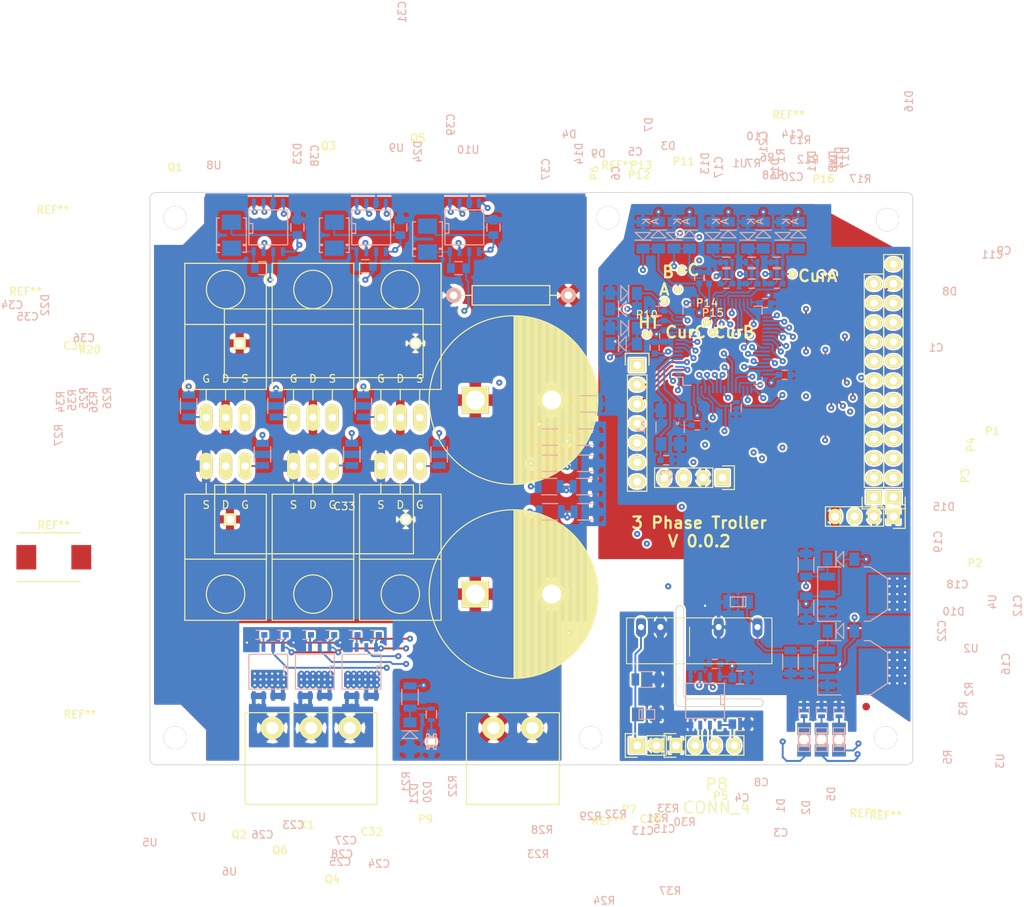
<source format=kicad_pcb>
(kicad_pcb (version 4) (host pcbnew "(2015-06-15 BZR 5755)-product")
  (layers (0 F.Cu signal) (1 In1.Cu signal) (2 In2.Cu signal) (31 B.Cu signal) (34 B.Paste user hide) (35 F.Paste user hide) (36 B.SilkS user) (37 F.SilkS user) (38 B.Mask user hide) (39 F.Mask user hide) (44 Edge.Cuts user))
  (net 0 "")
  (net 1 "Net-(C1-Pad1)")
  (net 2 GND)
  (net 3 "Net-(C2-Pad1)")
  (net 4 +3.3VP)
  (net 5 GNDA)
  (net 6 +3.3V)
  (net 7 ADC12_IN6)
  (net 8 15V)
  (net 9 +24V)
  (net 10 ADC12_IN7)
  (net 11 ADC12_IN8)
  (net 12 +5V)
  (net 13 "Net-(C26-Pad1)")
  (net 14 "Net-(C27-Pad1)")
  (net 15 "Net-(C28-Pad1)")
  (net 16 HT)
  (net 17 GNDPWR)
  (net 18 "Net-(C34-Pad1)")
  (net 19 A)
  (net 20 "Net-(C35-Pad1)")
  (net 21 B)
  (net 22 "Net-(C36-Pad1)")
  (net 23 C)
  (net 24 "Net-(D1-Pad1)")
  (net 25 LED1)
  (net 26 "Net-(D2-Pad1)")
  (net 27 LED2)
  (net 28 "Net-(D5-Pad1)")
  (net 29 LED3)
  (net 30 "Net-(D20-Pad2)")
  (net 31 "Net-(D21-Pad1)")
  (net 32 Aout)
  (net 33 Bout)
  (net 34 Cout)
  (net 35 SWCLK)
  (net 36 SWDIO)
  (net 37 NRST)
  (net 38 BOOT0)
  (net 39 PA11)
  (net 40 PA12)
  (net 41 PA15)
  (net 42 PB1)
  (net 43 VBAT)
  (net 44 PD2)
  (net 45 RX_I)
  (net 46 TX_I)
  (net 47 GAH)
  (net 48 GAL)
  (net 49 GBH)
  (net 50 GBL)
  (net 51 GCH)
  (net 52 GCL)
  (net 53 CURA)
  (net 54 CURB)
  (net 55 CURC)
  (net 56 "Net-(R25-Pad2)")
  (net 57 "Net-(R26-Pad2)")
  (net 58 "Net-(R27-Pad2)")
  (net 59 "Net-(R34-Pad1)")
  (net 60 "Net-(R35-Pad1)")
  (net 61 "Net-(R36-Pad1)")
  (net 62 TX)
  (net 63 RX)
  (net 64 TIM1_1)
  (net 65 TIM1_2)
  (net 66 TIM1_3)
  (net 67 PB2)
  (net 68 PB3)
  (net 69 PC4)
  (net 70 PC5)
  (net 71 PC6)
  (net 72 PC7)
  (net 73 PC8)
  (net 74 PC9)
  (net 75 PB15)
  (net 76 PB14)
  (net 77 PB13)
  (net 78 PB12)
  (net 79 PB11)
  (net 80 PB10)
  (net 81 PC13)
  (net 82 PC14)
  (net 83 PC15)
  (net 84 PC3)
  (net 85 PC10)
  (net 86 PC11)
  (net 87 PC12)
  (net 88 PB4)
  (net 89 PB5)
  (net 90 PB6)
  (net 91 PB7)
  (net 92 PB8)
  (net 93 PB9)
  (net 94 ADC12_IN0)
  (net 95 ADC12_IN5)
  (net 96 ADC12_IN1)
  (net 97 ADC12_IN4)
  (module Transistors_TO-220:TO-220_FET-GDS_Horizontal_LargePads (layer F.Cu) (at 117.602 101.346)
    (fp_text reference Q5 (at 2.286 -36.576) (layer F.SilkS))
    (fp_text value MOSFET_N)
    (fp_text user G (at -2.54 -5.08) (layer F.SilkS))
    (fp_text user S (at 2.54 -5.08) (layer F.SilkS))
    (fp_text user D (at 0 -5.08) (layer F.SilkS))
    (pad D thru_hole oval (at 0 0 90) (size 3.50012 1.69926) (drill 1.00076) (layers *.Cu *.Mask F.SilkS) (net 16 HT))
    (pad G thru_hole oval (at -2.54 0 90) (size 3.50012 1.69926) (drill 1.00076) (layers *.Cu *.Mask F.SilkS) (net 51 GCH))
    (pad S thru_hole oval (at 2.54 0 90) (size 3.50012 1.69926) (drill 1.00076) (layers *.Cu *.Mask F.SilkS) (net 23 C))
  )
  (module Transistors_TO-220:TO-220_FET-GDS_Horizontal_LargePads (layer F.Cu) (at 106.172 101.346)
    (fp_text reference Q3 (at 2.032 -35.56) (layer F.SilkS))
    (fp_text value MOSFET_N)
    (fp_text user G (at -2.54 -5.08) (layer F.SilkS))
    (fp_text user S (at 2.54 -5.08) (layer F.SilkS))
    (fp_text user D (at 0 -5.08) (layer F.SilkS))
    (pad D thru_hole oval (at 0 0 90) (size 3.50012 1.69926) (drill 1.00076) (layers *.Cu *.Mask F.SilkS) (net 16 HT))
    (pad G thru_hole oval (at -2.54 0 90) (size 3.50012 1.69926) (drill 1.00076) (layers *.Cu *.Mask F.SilkS) (net 49 GBH))
    (pad S thru_hole oval (at 2.54 0 90) (size 3.50012 1.69926) (drill 1.00076) (layers *.Cu *.Mask F.SilkS) (net 21 B))
  )
  (module Transistors_TO-220:TO-220_FET-GDS_Horizontal_LargePads (layer F.Cu) (at 94.742 101.346)
    (fp_text reference Q1 (at -6.604 -32.766) (layer F.SilkS))
    (fp_text value MOSFET_N)
    (fp_text user G (at -2.54 -5.08) (layer F.SilkS))
    (fp_text user S (at 2.54 -5.08) (layer F.SilkS))
    (fp_text user D (at 0 -5.08) (layer F.SilkS))
    (pad D thru_hole oval (at 0 0 90) (size 3.50012 1.69926) (drill 1.00076) (layers *.Cu *.Mask F.SilkS) (net 16 HT))
    (pad G thru_hole oval (at -2.54 0 90) (size 3.50012 1.69926) (drill 1.00076) (layers *.Cu *.Mask F.SilkS) (net 47 GAH))
    (pad S thru_hole oval (at 2.54 0 90) (size 3.50012 1.69926) (drill 1.00076) (layers *.Cu *.Mask F.SilkS) (net 19 A))
  )
  (module Transistors_TO-220:TO-220_FET-GDS_Horizontal_LargePads (layer F.Cu) (at 117.602 107.696 180)
    (fp_text reference Q6 (at 15.748 -50.292 180) (layer F.SilkS))
    (fp_text value MOSFET_N)
    (fp_text user G (at -2.54 -5.08 180) (layer F.SilkS))
    (fp_text user S (at 2.54 -5.08 180) (layer F.SilkS))
    (fp_text user D (at 0 -5.08 180) (layer F.SilkS))
    (pad D thru_hole oval (at 0 0 270) (size 3.50012 1.69926) (drill 1.00076) (layers *.Cu *.Mask F.SilkS) (net 23 C))
    (pad G thru_hole oval (at -2.54 0 270) (size 3.50012 1.69926) (drill 1.00076) (layers *.Cu *.Mask F.SilkS) (net 52 GCL))
    (pad S thru_hole oval (at 2.54 0 270) (size 3.50012 1.69926) (drill 1.00076) (layers *.Cu *.Mask F.SilkS) (net 17 GNDPWR))
  )
  (module Transistors_TO-220:TO-220_FET-GDS_Horizontal_LargePads (layer F.Cu) (at 106.172 107.696 180)
    (fp_text reference Q4 (at -2.54 -54.102 180) (layer F.SilkS))
    (fp_text value MOSFET_N)
    (fp_text user G (at -2.54 -5.08 180) (layer F.SilkS))
    (fp_text user S (at 2.54 -5.08 180) (layer F.SilkS))
    (fp_text user D (at 0 -5.08 180) (layer F.SilkS))
    (pad D thru_hole oval (at 0 0 270) (size 3.50012 1.69926) (drill 1.00076) (layers *.Cu *.Mask F.SilkS) (net 21 B))
    (pad G thru_hole oval (at -2.54 0 270) (size 3.50012 1.69926) (drill 1.00076) (layers *.Cu *.Mask F.SilkS) (net 50 GBL))
    (pad S thru_hole oval (at 2.54 0 270) (size 3.50012 1.69926) (drill 1.00076) (layers *.Cu *.Mask F.SilkS) (net 17 GNDPWR))
  )
  (module Transistors_TO-220:TO-220_FET-GDS_Horizontal_LargePads (layer F.Cu) (at 94.742 107.696 180)
    (fp_text reference Q2 (at -1.778 -48.26 180) (layer F.SilkS))
    (fp_text value MOSFET_N)
    (fp_text user G (at -2.54 -5.08 180) (layer F.SilkS))
    (fp_text user S (at 2.54 -5.08 180) (layer F.SilkS))
    (fp_text user D (at 0 -5.08 180) (layer F.SilkS))
    (pad D thru_hole oval (at 0 0 270) (size 3.50012 1.69926) (drill 1.00076) (layers *.Cu *.Mask F.SilkS) (net 19 A))
    (pad G thru_hole oval (at -2.54 0 270) (size 3.50012 1.69926) (drill 1.00076) (layers *.Cu *.Mask F.SilkS) (net 48 GAL))
    (pad S thru_hole oval (at 2.54 0 270) (size 3.50012 1.69926) (drill 1.00076) (layers *.Cu *.Mask F.SilkS) (net 17 GNDPWR))
  )
  (module Wire_Pads:SolderWirePad_single_0-8mmDrill (layer F.Cu) (at 157.734 88.9)
    (fp_text reference P14 (at 0 -2.54) (layer F.SilkS))
    (fp_text value CONN_1)
    (pad 1 thru_hole circle (at 0 0) (size 1 1) (drill 0.3) (layers *.Cu *.Mask F.SilkS) (net 7 ADC12_IN6))
  )
  (module LEDs:LED-1206 (layer B.Cu) (at 175.006 143.51 270)
    (fp_text reference D5 (at 7.112 1.016 270) (layer B.SilkS) (effects (justify mirror)))
    (fp_text value LED)
    (pad 1 smd rect (at -1.41986 0 270) (size 1.59766 1.80086) (layers B.Cu B.Paste B.Mask) (net 28 "Net-(D5-Pad1)"))
    (pad 2 smd rect (at 1.41986 0 270) (size 1.59766 1.80086) (layers B.Cu B.Paste B.Mask) (net 29 LED3))
    (pad "" np_thru_hole circle (at 0 0 270) (size 0.8 0.8) (drill 0.8) (layers *.Cu *.Mask B.SilkS))
  )
  (module LEDs:LED-1206 (layer B.Cu) (at 172.72 143.51 270)
    (fp_text reference D2 (at 8.89 2.032 270) (layer B.SilkS) (effects (justify mirror)))
    (fp_text value LED)
    (pad 1 smd rect (at -1.41986 0 270) (size 1.59766 1.80086) (layers B.Cu B.Paste B.Mask) (net 26 "Net-(D2-Pad1)"))
    (pad 2 smd rect (at 1.41986 0 270) (size 1.59766 1.80086) (layers B.Cu B.Paste B.Mask) (net 27 LED2))
    (pad "" np_thru_hole circle (at 0 0 270) (size 0.8 0.8) (drill 0.8) (layers *.Cu *.Mask B.SilkS))
  )
  (module LEDs:LED-1206 (layer B.Cu) (at 170.434 143.51 270)
    (fp_text reference D1 (at 8.636 3.048 270) (layer B.SilkS) (effects (justify mirror)))
    (fp_text value LED)
    (pad 1 smd rect (at -1.41986 0 270) (size 1.59766 1.80086) (layers B.Cu B.Paste B.Mask) (net 24 "Net-(D1-Pad1)"))
    (pad 2 smd rect (at 1.41986 0 270) (size 1.59766 1.80086) (layers B.Cu B.Paste B.Mask) (net 25 LED1))
    (pad "" np_thru_hole circle (at 0 0 270) (size 0.8 0.8) (drill 0.8) (layers *.Cu *.Mask B.SilkS))
  )
  (module LEDs:LED-0805 (layer B.Cu) (at 121.666 143.764 270)
    (fp_text reference D21 (at 6.858 2.286 270) (layer B.SilkS) (effects (justify mirror)))
    (fp_text value LED)
    (pad 1 smd rect (at -1.04902 0 270) (size 1.19888 1.19888) (layers B.Cu B.Paste B.Mask) (net 31 "Net-(D21-Pad1)"))
    (pad 2 smd rect (at 1.04902 0 270) (size 1.19888 1.19888) (layers B.Cu B.Paste B.Mask) (net 17 GNDPWR))
    (pad "" np_thru_hole circle (at 0 0 270) (size 0.8 0.8) (drill 0.8) (layers *.Cu))
  )
  (module Crystals:Crystal_SMD_0603_4Pads (layer B.Cu) (at 152.908 102.616 270)
    (fp_text reference X1 (at 0 3.81 270) (layer B.SilkS) (effects (justify mirror)))
    (fp_text value CRYSTAL_SMD)
    (pad 1 smd rect (at -2.19964 -1.19888 270) (size 1.80086 1.39954) (layers B.Cu B.Paste B.Mask) (net 1 "Net-(C1-Pad1)"))
    (pad 3 smd rect (at 2.19964 -1.19888 270) (size 1.80086 1.39954) (layers B.Cu B.Paste B.Mask) (net 2 GND))
    (pad 2 smd rect (at 2.19964 1.19888 270) (size 1.80086 1.39954) (layers B.Cu B.Paste B.Mask) (net 3 "Net-(C2-Pad1)"))
    (pad 3 smd rect (at -2.19964 1.19888 270) (size 1.80086 1.39954) (layers B.Cu B.Paste B.Mask) (net 2 GND))
  )
  (module Capacitors_SMD:C_0603 (layer B.Cu) (at 156.464 102.362)
    (fp_text reference C1 (at 31.242 -10.16) (layer B.SilkS) (effects (justify mirror)))
    (fp_text value C)
    (pad 1 smd rect (at -0.75 0) (size 0.8 0.75) (layers B.Cu B.Paste B.Mask) (net 1 "Net-(C1-Pad1)"))
    (pad 2 smd rect (at 0.75 0) (size 0.8 0.75) (layers B.Cu B.Paste B.Mask) (net 2 GND))
  )
  (module Capacitors_SMD:C_0603 (layer B.Cu) (at 152.4 106.934)
    (fp_text reference C2 (at 0 1.9) (layer B.SilkS) (effects (justify mirror)))
    (fp_text value C)
    (pad 1 smd rect (at -0.75 0) (size 0.8 0.75) (layers B.Cu B.Paste B.Mask) (net 3 "Net-(C2-Pad1)"))
    (pad 2 smd rect (at 0.75 0) (size 0.8 0.75) (layers B.Cu B.Paste B.Mask) (net 2 GND))
  )
  (module Capacitors_SMD:C_0805 (layer B.Cu) (at 162.052 141.478)
    (fp_text reference C3 (at 5.334 14.224) (layer B.SilkS) (effects (justify mirror)))
    (fp_text value C)
    (pad 1 smd rect (at -1 0) (size 1 1.25) (layers B.Cu B.Paste B.Mask) (net 4 +3.3VP))
    (pad 2 smd rect (at 1 0) (size 1 1.25) (layers B.Cu B.Paste B.Mask) (net 5 GNDA))
  )
  (module Capacitors_SMD:C_0805 (layer B.Cu) (at 162.052 135.382)
    (fp_text reference C4 (at 0.254 15.748) (layer B.SilkS) (effects (justify mirror)))
    (fp_text value C)
    (pad 1 smd rect (at -1 0) (size 1 1.25) (layers B.Cu B.Paste B.Mask) (net 6 +3.3V))
    (pad 2 smd rect (at 1 0) (size 1 1.25) (layers B.Cu B.Paste B.Mask) (net 2 GND))
  )
  (module Capacitors_SMD:C_0603 (layer B.Cu) (at 167.894 95.758)
    (fp_text reference C5 (at -19.558 -29.21) (layer B.SilkS) (effects (justify mirror)))
    (fp_text value C)
    (pad 1 smd rect (at -0.75 0) (size 0.8 0.75) (layers B.Cu B.Paste B.Mask) (net 6 +3.3V))
    (pad 2 smd rect (at 0.75 0) (size 0.8 0.75) (layers B.Cu B.Paste B.Mask) (net 2 GND))
  )
  (module Capacitors_SMD:C_0603 (layer B.Cu) (at 152.146 90.678 270)
    (fp_text reference C6 (at -21.336 6.35 270) (layer B.SilkS) (effects (justify mirror)))
    (fp_text value C)
    (pad 1 smd rect (at -0.75 0 270) (size 0.8 0.75) (layers B.Cu B.Paste B.Mask) (net 6 +3.3V))
    (pad 2 smd rect (at 0.75 0 270) (size 0.8 0.75) (layers B.Cu B.Paste B.Mask) (net 2 GND))
  )
  (module Capacitors_SMD:C_0603 (layer B.Cu) (at 165.354 86.36)
    (fp_text reference C7 hide)
    (fp_text value C)
    (pad 1 smd rect (at -0.75 0) (size 0.8 0.75) (layers B.Cu B.Paste B.Mask) (net 6 +3.3V))
    (pad 2 smd rect (at 0.75 0) (size 0.8 0.75) (layers B.Cu B.Paste B.Mask) (net 2 GND))
  )
  (module Capacitors_SMD:C_0603 (layer B.Cu) (at 151.384 88.646 180)
    (fp_text reference C9 (at -45.212 9.144 180) (layer B.SilkS) (effects (justify mirror)))
    (fp_text value C)
    (pad 1 smd rect (at -0.75 0 180) (size 0.8 0.75) (layers B.Cu B.Paste B.Mask) (net 94 ADC12_IN0))
    (pad 2 smd rect (at 0.75 0 180) (size 0.8 0.75) (layers B.Cu B.Paste B.Mask) (net 2 GND))
  )
  (module Capacitors_SMD:C_0603 (layer B.Cu) (at 160.274 83.82 180)
    (fp_text reference C10 (at -4.064 19.304 180) (layer B.SilkS) (effects (justify mirror)))
    (fp_text value C)
    (pad 1 smd rect (at -0.75 0 180) (size 0.8 0.75) (layers B.Cu B.Paste B.Mask) (net 7 ADC12_IN6))
    (pad 2 smd rect (at 0.75 0 180) (size 0.8 0.75) (layers B.Cu B.Paste B.Mask) (net 2 GND))
  )
  (module Capacitors_SMD:C_0603 (layer B.Cu) (at 151.384 87.376 180)
    (fp_text reference C11 (at -43.688 7.366 180) (layer B.SilkS) (effects (justify mirror)))
    (fp_text value C)
    (pad 1 smd rect (at -0.75 0 180) (size 0.8 0.75) (layers B.Cu B.Paste B.Mask) (net 96 ADC12_IN1))
    (pad 2 smd rect (at 0.75 0 180) (size 0.8 0.75) (layers B.Cu B.Paste B.Mask) (net 2 GND))
  )
  (module Capacitors_SMD:C_1206 (layer B.Cu) (at 170.688 133.35 270)
    (fp_text reference C12 (at -7.366 -27.686 270) (layer B.SilkS) (effects (justify mirror)))
    (fp_text value C)
    (pad 1 smd rect (at -1.5 0 270) (size 1 1.6) (layers B.Cu B.Paste B.Mask) (net 8 15V))
    (pad 2 smd rect (at 1.5 0 270) (size 1 1.6) (layers B.Cu B.Paste B.Mask) (net 2 GND))
  )
  (module Capacitors_SMD:C_1206 (layer B.Cu) (at 149.86 135.636)
    (fp_text reference C13 (at -0.508 19.812) (layer B.SilkS) (effects (justify mirror)))
    (fp_text value C)
    (pad 1 smd rect (at -1.5 0) (size 1 1.6) (layers B.Cu B.Paste B.Mask) (net 9 +24V))
    (pad 2 smd rect (at 1.5 0) (size 1 1.6) (layers B.Cu B.Paste B.Mask) (net 5 GNDA))
  )
  (module Capacitors_SMD:C_0603 (layer B.Cu) (at 163.576 83.82 180)
    (fp_text reference C14 (at -5.334 19.558 180) (layer B.SilkS) (effects (justify mirror)))
    (fp_text value C)
    (pad 1 smd rect (at -0.75 0 180) (size 0.8 0.75) (layers B.Cu B.Paste B.Mask) (net 10 ADC12_IN7))
    (pad 2 smd rect (at 0.75 0 180) (size 0.8 0.75) (layers B.Cu B.Paste B.Mask) (net 2 GND))
  )
  (module Capacitors_Tantalum_SMD:TantalC_SizeR_EIA-2012 (layer B.Cu) (at 149.86 140.208 180)
    (fp_text reference C15 (at -2.286 -14.986 180) (layer B.SilkS) (effects (justify mirror)))
    (fp_text value CP)
    (pad 1 smd rect (at 1.17602 0 180) (size 1.5494 1.80086) (layers B.Cu B.Paste B.Mask) (net 9 +24V))
    (pad 2 smd rect (at -1.17602 0 180) (size 1.5494 1.80086) (layers B.Cu B.Paste B.Mask) (net 5 GNDA))
  )
  (module Capacitors_SMD:C_1206 (layer B.Cu) (at 168.656 133.35 270)
    (fp_text reference C16 (at 0.254 -28.194 270) (layer B.SilkS) (effects (justify mirror)))
    (fp_text value C)
    (pad 1 smd rect (at -1.5 0 270) (size 1 1.6) (layers B.Cu B.Paste B.Mask) (net 8 15V))
    (pad 2 smd rect (at 1.5 0 270) (size 1 1.6) (layers B.Cu B.Paste B.Mask) (net 2 GND))
  )
  (module Capacitors_SMD:C_0603 (layer B.Cu) (at 156.718 83.058 90)
    (fp_text reference C17 (at 14.478 2.54 90) (layer B.SilkS) (effects (justify mirror)))
    (fp_text value C)
    (pad 1 smd rect (at -0.75 0 90) (size 0.8 0.75) (layers B.Cu B.Paste B.Mask) (net 97 ADC12_IN4))
    (pad 2 smd rect (at 0.75 0 90) (size 0.8 0.75) (layers B.Cu B.Paste B.Mask) (net 2 GND))
  )
  (module Capacitors_Tantalum_SMD:TantalC_SizeR_EIA-2012 (layer B.Cu) (at 161.798 125.476)
    (fp_text reference C18 (at 28.702 -2.286) (layer B.SilkS) (effects (justify mirror)))
    (fp_text value CP)
    (pad 1 smd rect (at 1.17602 0) (size 1.5494 1.80086) (layers B.Cu B.Paste B.Mask) (net 8 15V))
    (pad 2 smd rect (at -1.17602 0) (size 1.5494 1.80086) (layers B.Cu B.Paste B.Mask) (net 2 GND))
  )
  (module Capacitors_SMD:C_1206 (layer B.Cu) (at 170.688 120.65 90)
    (fp_text reference C19 (at 3.048 17.272 90) (layer B.SilkS) (effects (justify mirror)))
    (fp_text value C)
    (pad 1 smd rect (at -1.5 0 90) (size 1 1.6) (layers B.Cu B.Paste B.Mask) (net 12 +5V))
    (pad 2 smd rect (at 1.5 0 90) (size 1 1.6) (layers B.Cu B.Paste B.Mask) (net 2 GND))
  )
  (module Capacitors_SMD:C_0603 (layer B.Cu) (at 166.878 83.82 180)
    (fp_text reference C20 (at -2.032 13.97 180) (layer B.SilkS) (effects (justify mirror)))
    (fp_text value C)
    (pad 1 smd rect (at -0.75 0 180) (size 0.8 0.75) (layers B.Cu B.Paste B.Mask) (net 11 ADC12_IN8))
    (pad 2 smd rect (at 0.75 0 180) (size 0.8 0.75) (layers B.Cu B.Paste B.Mask) (net 2 GND))
  )
  (module Capacitors_SMD:C_0603 (layer B.Cu) (at 157.988 83.058 90)
    (fp_text reference C21 (at 17.78 7.112 90) (layer B.SilkS) (effects (justify mirror)))
    (fp_text value C)
    (pad 1 smd rect (at -0.75 0 90) (size 0.8 0.75) (layers B.Cu B.Paste B.Mask) (net 95 ADC12_IN5))
    (pad 2 smd rect (at 0.75 0 90) (size 0.8 0.75) (layers B.Cu B.Paste B.Mask) (net 2 GND))
  )
  (module Capacitors_SMD:C_1206 (layer B.Cu) (at 170.688 126.238 270)
    (fp_text reference C22 (at 3.048 -17.78 270) (layer B.SilkS) (effects (justify mirror)))
    (fp_text value C)
    (pad 1 smd rect (at -1.5 0 270) (size 1 1.6) (layers B.Cu B.Paste B.Mask) (net 6 +3.3V))
    (pad 2 smd rect (at 1.5 0 270) (size 1 1.6) (layers B.Cu B.Paste B.Mask) (net 2 GND))
  )
  (module Capacitors_SMD:C_0603 (layer B.Cu) (at 101.854 129.794 180)
    (fp_text reference C23 (at -1.778 -24.892 180) (layer B.SilkS) (effects (justify mirror)))
    (fp_text value C)
    (pad 1 smd rect (at -0.75 0 180) (size 0.8 0.75) (layers B.Cu B.Paste B.Mask) (net 12 +5V))
    (pad 2 smd rect (at 0.75 0 180) (size 0.8 0.75) (layers B.Cu B.Paste B.Mask) (net 2 GND))
  )
  (module Capacitors_SMD:C_0603 (layer B.Cu) (at 108.204 129.794 180)
    (fp_text reference C24 (at -6.604 -29.972 180) (layer B.SilkS) (effects (justify mirror)))
    (fp_text value C)
    (pad 1 smd rect (at -0.75 0 180) (size 0.8 0.75) (layers B.Cu B.Paste B.Mask) (net 12 +5V))
    (pad 2 smd rect (at 0.75 0 180) (size 0.8 0.75) (layers B.Cu B.Paste B.Mask) (net 2 GND))
  )
  (module Capacitors_SMD:C_0603 (layer B.Cu) (at 114.046 129.794 180)
    (fp_text reference C25 (at 4.318 -29.718 180) (layer B.SilkS) (effects (justify mirror)))
    (fp_text value C)
    (pad 1 smd rect (at -0.75 0 180) (size 0.8 0.75) (layers B.Cu B.Paste B.Mask) (net 12 +5V))
    (pad 2 smd rect (at 0.75 0 180) (size 0.8 0.75) (layers B.Cu B.Paste B.Mask) (net 2 GND))
  )
  (module Capacitors_SMD:C_0603 (layer B.Cu) (at 99.06 129.794 180)
    (fp_text reference C26 (at -0.508 -26.162 180) (layer B.SilkS) (effects (justify mirror)))
    (fp_text value C)
    (pad 1 smd rect (at -0.75 0 180) (size 0.8 0.75) (layers B.Cu B.Paste B.Mask) (net 13 "Net-(C26-Pad1)"))
    (pad 2 smd rect (at 0.75 0 180) (size 0.8 0.75) (layers B.Cu B.Paste B.Mask) (net 2 GND))
  )
  (module Capacitors_SMD:C_0603 (layer B.Cu) (at 105.156 129.794 180)
    (fp_text reference C27 (at -5.334 -26.924 180) (layer B.SilkS) (effects (justify mirror)))
    (fp_text value C)
    (pad 1 smd rect (at -0.75 0 180) (size 0.8 0.75) (layers B.Cu B.Paste B.Mask) (net 14 "Net-(C27-Pad1)"))
    (pad 2 smd rect (at 0.75 0 180) (size 0.8 0.75) (layers B.Cu B.Paste B.Mask) (net 2 GND))
  )
  (module Capacitors_SMD:C_0603 (layer B.Cu) (at 111.252 129.794 180)
    (fp_text reference C28 (at 1.27 -28.702 180) (layer B.SilkS) (effects (justify mirror)))
    (fp_text value C)
    (pad 1 smd rect (at -0.75 0 180) (size 0.8 0.75) (layers B.Cu B.Paste B.Mask) (net 15 "Net-(C28-Pad1)"))
    (pad 2 smd rect (at 0.75 0 180) (size 0.8 0.75) (layers B.Cu B.Paste B.Mask) (net 2 GND))
  )
  (module Capacitors_ThroughHole:C_Radial_D22_L41_P10 (layer F.Cu) (at 127.414 124.46)
    (fp_text reference C29 (at 22.954 29.464) (layer F.SilkS))
    (fp_text value CP)
    (pad 1 thru_hole rect (at 0 0) (size 3.5 3.5) (drill 2.5) (layers *.Cu *.Mask F.SilkS) (net 16 HT))
    (pad 2 thru_hole circle (at 10 0) (size 3.5 3.5) (drill 2.5) (layers *.Cu *.Mask F.SilkS) (net 17 GNDPWR))
  )
  (module Capacitors_ThroughHole:C_Radial_D22_L41_P10 (layer F.Cu) (at 127.414 99.06)
    (fp_text reference C30 (at -52.484 -7.112) (layer F.SilkS))
    (fp_text value CP)
    (pad 1 thru_hole rect (at 0 0) (size 3.5 3.5) (drill 2.5) (layers *.Cu *.Mask F.SilkS) (net 16 HT))
    (pad 2 thru_hole circle (at 10 0) (size 3.5 3.5) (drill 2.5) (layers *.Cu *.Mask F.SilkS) (net 17 GNDPWR))
  )
  (module Capacitors_SMD:C_0805 (layer B.Cu) (at 99.568 81.788)
    (fp_text reference C34 (at -32.766 4.826) (layer B.SilkS) (effects (justify mirror)))
    (fp_text value C)
    (pad 1 smd rect (at -1 0) (size 1 1.25) (layers B.Cu B.Paste B.Mask) (net 18 "Net-(C34-Pad1)"))
    (pad 2 smd rect (at 1 0) (size 1 1.25) (layers B.Cu B.Paste B.Mask) (net 19 A))
  )
  (module Capacitors_SMD:C_0805 (layer B.Cu) (at 113.03 81.534)
    (fp_text reference C35 (at -44.196 6.604) (layer B.SilkS) (effects (justify mirror)))
    (fp_text value C)
    (pad 1 smd rect (at -1 0) (size 1 1.25) (layers B.Cu B.Paste B.Mask) (net 20 "Net-(C35-Pad1)"))
    (pad 2 smd rect (at 1 0) (size 1 1.25) (layers B.Cu B.Paste B.Mask) (net 21 B))
  )
  (module Capacitors_SMD:C_0805 (layer B.Cu) (at 125.222 81.788)
    (fp_text reference C36 (at -49.022 9.144) (layer B.SilkS) (effects (justify mirror)))
    (fp_text value C)
    (pad 1 smd rect (at -1 0) (size 1 1.25) (layers B.Cu B.Paste B.Mask) (net 22 "Net-(C36-Pad1)"))
    (pad 2 smd rect (at 1 0) (size 1 1.25) (layers B.Cu B.Paste B.Mask) (net 23 C))
  )
  (module Capacitors_SMD:C_0805 (layer B.Cu) (at 129.794 76.454 90)
    (fp_text reference C37 (at 7.62 6.858 90) (layer B.SilkS) (effects (justify mirror)))
    (fp_text value C)
    (pad 1 smd rect (at -1 0 90) (size 1 1.25) (layers B.Cu B.Paste B.Mask) (net 8 15V))
    (pad 2 smd rect (at 1 0 90) (size 1 1.25) (layers B.Cu B.Paste B.Mask) (net 17 GNDPWR))
  )
  (module Capacitors_SMD:C_0805 (layer B.Cu) (at 104.14 76.454 90)
    (fp_text reference C38 (at 9.398 2.286 90) (layer B.SilkS) (effects (justify mirror)))
    (fp_text value C)
    (pad 1 smd rect (at -1 0 90) (size 1 1.25) (layers B.Cu B.Paste B.Mask) (net 8 15V))
    (pad 2 smd rect (at 1 0 90) (size 1 1.25) (layers B.Cu B.Paste B.Mask) (net 17 GNDPWR))
  )
  (module Capacitors_SMD:C_0805 (layer B.Cu) (at 117.602 76.454 90)
    (fp_text reference C39 (at 13.462 6.604 90) (layer B.SilkS) (effects (justify mirror)))
    (fp_text value C)
    (pad 1 smd rect (at -1 0 90) (size 1 1.25) (layers B.Cu B.Paste B.Mask) (net 8 15V))
    (pad 2 smd rect (at 1 0 90) (size 1 1.25) (layers B.Cu B.Paste B.Mask) (net 17 GNDPWR))
  )
  (module Diodes_SMD:Diode-MiniMELF_Standard (layer B.Cu) (at 146.812 91.694 180)
    (fp_text reference D3 (at -5.842 25.908 180) (layer B.SilkS) (effects (justify mirror)))
    (fp_text value DIODE)
    (pad 1 smd rect (at -1.75006 0 180) (size 1.30048 1.69926) (layers B.Cu B.Paste B.Mask) (net 94 ADC12_IN0))
    (pad 2 smd rect (at 1.75006 0 180) (size 1.30048 1.69926) (layers B.Cu B.Paste B.Mask) (net 6 +3.3V))
  )
  (module Diodes_SMD:Diode-MiniMELF_Standard (layer B.Cu) (at 146.812 89.662)
    (fp_text reference D4 (at -7.112 -25.4) (layer B.SilkS) (effects (justify mirror)))
    (fp_text value DIODE)
    (pad 1 smd rect (at -1.75006 0) (size 1.30048 1.69926) (layers B.Cu B.Paste B.Mask) (net 2 GND))
    (pad 2 smd rect (at 1.75006 0) (size 1.30048 1.69926) (layers B.Cu B.Paste B.Mask) (net 94 ADC12_IN0))
  )
  (module Diodes_SMD:Diode-MiniMELF_Standard (layer B.Cu) (at 160.528 77.47 90)
    (fp_text reference D6 (at 9.652 13.716 90) (layer B.SilkS) (effects (justify mirror)))
    (fp_text value DIODE)
    (fp_text user K (at 1.80086 -1.5494 90) (layer B.SilkS) (effects (justify mirror)))
    (pad 1 smd rect (at -1.75006 0 90) (size 1.30048 1.69926) (layers B.Cu B.Paste B.Mask) (net 7 ADC12_IN6))
    (pad 2 smd rect (at 1.75006 0 90) (size 1.30048 1.69926) (layers B.Cu B.Paste B.Mask) (net 6 +3.3V))
  )
  (module Diodes_SMD:Diode-MiniMELF_Standard (layer B.Cu) (at 158.496 77.47 270)
    (fp_text reference D7 (at -14.478 8.382 270) (layer B.SilkS) (effects (justify mirror)))
    (fp_text value DIODE)
    (fp_text user A (at -1.80086 -1.5494 270) (layer B.SilkS) (effects (justify mirror)))
    (pad 1 smd rect (at -1.75006 0 270) (size 1.30048 1.69926) (layers B.Cu B.Paste B.Mask) (net 2 GND))
    (pad 2 smd rect (at 1.75006 0 270) (size 1.30048 1.69926) (layers B.Cu B.Paste B.Mask) (net 7 ADC12_IN6))
  )
  (module Diodes_SMD:Diode-MiniMELF_Standard (layer B.Cu) (at 146.812 87.122 180)
    (fp_text reference D8 (at -42.672 2.286 180) (layer B.SilkS) (effects (justify mirror)))
    (fp_text value DIODE)
    (pad 1 smd rect (at -1.75006 0 180) (size 1.30048 1.69926) (layers B.Cu B.Paste B.Mask) (net 96 ADC12_IN1))
    (pad 2 smd rect (at 1.75006 0 180) (size 1.30048 1.69926) (layers B.Cu B.Paste B.Mask) (net 6 +3.3V))
  )
  (module Diodes_SMD:Diode-MiniMELF_Standard (layer B.Cu) (at 146.812 85.09)
    (fp_text reference D9 (at -3.302 -18.288) (layer B.SilkS) (effects (justify mirror)))
    (fp_text value DIODE)
    (pad 1 smd rect (at -1.75006 0) (size 1.30048 1.69926) (layers B.Cu B.Paste B.Mask) (net 2 GND))
    (pad 2 smd rect (at 1.75006 0) (size 1.30048 1.69926) (layers B.Cu B.Paste B.Mask) (net 96 ADC12_IN1))
  )
  (module Diodes_SMD:Diode-MiniMELF_Standard (layer B.Cu) (at 175.26 129.286 180)
    (fp_text reference D10 (at -14.732 2.54 180) (layer B.SilkS) (effects (justify mirror)))
    (fp_text value DIODE)
    (pad 1 smd rect (at -1.75006 0 180) (size 1.30048 1.69926) (layers B.Cu B.Paste B.Mask) (net 12 +5V))
    (pad 2 smd rect (at 1.75006 0 180) (size 1.30048 1.69926) (layers B.Cu B.Paste B.Mask) (net 8 15V))
  )
  (module Diodes_SMD:Diode-MiniMELF_Standard (layer B.Cu) (at 165.1 77.47 90)
    (fp_text reference D11 (at 9.652 6.35 90) (layer B.SilkS) (effects (justify mirror)))
    (fp_text value DIODE)
    (fp_text user K (at 1.80086 -1.5494 90) (layer B.SilkS) (effects (justify mirror)))
    (pad 1 smd rect (at -1.75006 0 90) (size 1.30048 1.69926) (layers B.Cu B.Paste B.Mask) (net 10 ADC12_IN7))
    (pad 2 smd rect (at 1.75006 0 90) (size 1.30048 1.69926) (layers B.Cu B.Paste B.Mask) (net 6 +3.3V))
  )
  (module Diodes_SMD:Diode-MiniMELF_Standard (layer B.Cu) (at 163.068 77.47 270)
    (fp_text reference D12 (at -10.16 -11.938 270) (layer B.SilkS) (effects (justify mirror)))
    (fp_text value DIODE)
    (fp_text user A (at -1.80086 -1.5494 270) (layer B.SilkS) (effects (justify mirror)))
    (pad 1 smd rect (at -1.75006 0 270) (size 1.30048 1.69926) (layers B.Cu B.Paste B.Mask) (net 2 GND))
    (pad 2 smd rect (at 1.75006 0 270) (size 1.30048 1.69926) (layers B.Cu B.Paste B.Mask) (net 10 ADC12_IN7))
  )
  (module Diodes_SMD:Diode-MiniMELF_Standard (layer B.Cu) (at 151.384 77.47 90)
    (fp_text reference D13 (at 9.398 6.096 90) (layer B.SilkS) (effects (justify mirror)))
    (fp_text value DIODE)
    (fp_text user K (at 1.80086 -1.5494 90) (layer B.SilkS) (effects (justify mirror)))
    (pad 1 smd rect (at -1.75006 0 90) (size 1.30048 1.69926) (layers B.Cu B.Paste B.Mask) (net 97 ADC12_IN4))
    (pad 2 smd rect (at 1.75006 0 90) (size 1.30048 1.69926) (layers B.Cu B.Paste B.Mask) (net 6 +3.3V))
  )
  (module Diodes_SMD:Diode-MiniMELF_Standard (layer B.Cu) (at 149.352 77.47 270)
    (fp_text reference D14 (at -10.668 8.382 270) (layer B.SilkS) (effects (justify mirror)))
    (fp_text value DIODE)
    (fp_text user A (at -1.80086 -1.5494 270) (layer B.SilkS) (effects (justify mirror)))
    (pad 1 smd rect (at -1.75006 0 270) (size 1.30048 1.69926) (layers B.Cu B.Paste B.Mask) (net 2 GND))
    (pad 2 smd rect (at 1.75006 0 270) (size 1.30048 1.69926) (layers B.Cu B.Paste B.Mask) (net 97 ADC12_IN4))
  )
  (module Diodes_SMD:Diode-MiniMELF_Standard (layer B.Cu) (at 175.26 119.888 180)
    (fp_text reference D15 (at -13.462 6.858 180) (layer B.SilkS) (effects (justify mirror)))
    (fp_text value DIODE)
    (pad 1 smd rect (at -1.75006 0 180) (size 1.30048 1.69926) (layers B.Cu B.Paste B.Mask) (net 6 +3.3V))
    (pad 2 smd rect (at 1.75006 0 180) (size 1.30048 1.69926) (layers B.Cu B.Paste B.Mask) (net 12 +5V))
  )
  (module Diodes_SMD:Diode-MiniMELF_Standard (layer B.Cu) (at 169.672 77.47 90)
    (fp_text reference D16 (at 17.526 14.478 90) (layer B.SilkS) (effects (justify mirror)))
    (fp_text value DIODE)
    (fp_text user K (at 1.80086 -1.5494 90) (layer B.SilkS) (effects (justify mirror)))
    (pad 1 smd rect (at -1.75006 0 90) (size 1.30048 1.69926) (layers B.Cu B.Paste B.Mask) (net 11 ADC12_IN8))
    (pad 2 smd rect (at 1.75006 0 90) (size 1.30048 1.69926) (layers B.Cu B.Paste B.Mask) (net 6 +3.3V))
  )
  (module Diodes_SMD:Diode-MiniMELF_Standard (layer B.Cu) (at 167.64 77.47 270)
    (fp_text reference D17 (at -10.16 -8.128 270) (layer B.SilkS) (effects (justify mirror)))
    (fp_text value DIODE)
    (fp_text user A (at -1.80086 -1.5494 270) (layer B.SilkS) (effects (justify mirror)))
    (pad 1 smd rect (at -1.75006 0 270) (size 1.30048 1.69926) (layers B.Cu B.Paste B.Mask) (net 2 GND))
    (pad 2 smd rect (at 1.75006 0 270) (size 1.30048 1.69926) (layers B.Cu B.Paste B.Mask) (net 11 ADC12_IN8))
  )
  (module Diodes_SMD:Diode-MiniMELF_Standard (layer B.Cu) (at 155.448 77.47 90)
    (fp_text reference D18 (at 9.652 18.796 90) (layer B.SilkS) (effects (justify mirror)))
    (fp_text value DIODE)
    (fp_text user K (at 1.80086 -1.5494 90) (layer B.SilkS) (effects (justify mirror)))
    (pad 1 smd rect (at -1.75006 0 90) (size 1.30048 1.69926) (layers B.Cu B.Paste B.Mask) (net 95 ADC12_IN5))
    (pad 2 smd rect (at 1.75006 0 90) (size 1.30048 1.69926) (layers B.Cu B.Paste B.Mask) (net 6 +3.3V))
  )
  (module Diodes_SMD:Diode-MiniMELF_Standard (layer B.Cu) (at 153.416 77.47 270)
    (fp_text reference D19 (at -8.636 -13.208 270) (layer B.SilkS) (effects (justify mirror)))
    (fp_text value DIODE)
    (fp_text user A (at -1.80086 -1.5494 270) (layer B.SilkS) (effects (justify mirror)))
    (pad 1 smd rect (at -1.75006 0 270) (size 1.30048 1.69926) (layers B.Cu B.Paste B.Mask) (net 2 GND))
    (pad 2 smd rect (at 1.75006 0 270) (size 1.30048 1.69926) (layers B.Cu B.Paste B.Mask) (net 95 ADC12_IN5))
  )
  (module Diodes_SMD:Diode-MiniMELF_Standard (layer B.Cu) (at 118.872 143.002 90)
    (fp_text reference D20 (at -7.366 2.286 90) (layer B.SilkS) (effects (justify mirror)))
    (fp_text value ZENER)
    (pad 1 smd rect (at -1.75006 0 90) (size 1.30048 1.69926) (layers B.Cu B.Paste B.Mask) (net 17 GNDPWR))
    (pad 2 smd rect (at 1.75006 0 90) (size 1.30048 1.69926) (layers B.Cu B.Paste B.Mask) (net 30 "Net-(D20-Pad2)"))
  )
  (module Diodes_SMD:Diode-DO-214BA (layer B.Cu) (at 95.504 77.47 270)
    (fp_text reference D22 (at 9.144 24.384 270) (layer B.SilkS) (effects (justify mirror)))
    (fp_text value DIODE)
    (pad 2 smd rect (at 1.7 0 270) (size 2 2.5) (layers B.Cu B.Paste B.Mask) (net 18 "Net-(C34-Pad1)"))
    (pad 1 smd rect (at -1.7 0 270) (size 2 2.5) (layers B.Cu B.Paste B.Mask) (net 8 15V))
  )
  (module Diodes_SMD:Diode-DO-214BA (layer B.Cu) (at 108.966 77.47 270)
    (fp_text reference D23 (at -10.668 4.826 270) (layer B.SilkS) (effects (justify mirror)))
    (fp_text value DIODE)
    (pad 2 smd rect (at 1.7 0 270) (size 2 2.5) (layers B.Cu B.Paste B.Mask) (net 20 "Net-(C35-Pad1)"))
    (pad 1 smd rect (at -1.7 0 270) (size 2 2.5) (layers B.Cu B.Paste B.Mask) (net 8 15V))
  )
  (module Diodes_SMD:Diode-DO-214BA (layer B.Cu) (at 121.158 77.978 270)
    (fp_text reference D24 (at -11.43 1.27 270) (layer B.SilkS) (effects (justify mirror)))
    (fp_text value DIODE)
    (pad 2 smd rect (at 1.7 0 270) (size 2 2.5) (layers B.Cu B.Paste B.Mask) (net 22 "Net-(C36-Pad1)"))
    (pad 1 smd rect (at -1.7 0 270) (size 2 2.5) (layers B.Cu B.Paste B.Mask) (net 8 15V))
  )
  (module custom_footprints:WE313-3 (layer F.Cu) (at 105.918 141.986)
    (fp_text reference K1 (at -0.508 12.7) (layer F.SilkS))
    (fp_text value CONN_3)
    (pad 1 thru_hole circle (at -5.08 0) (size 3 3) (drill 1.6) (layers *.Cu *.Mask F.SilkS) (net 32 Aout))
    (pad 2 thru_hole circle (at 0 0) (size 3 3) (drill 1.6) (layers *.Cu *.Mask F.SilkS) (net 33 Bout))
    (pad 3 thru_hole circle (at 5.08 0) (size 3 3) (drill 1.6) (layers *.Cu *.Mask F.SilkS) (net 34 Cout))
  )
  (module Socket_Strips:Socket_Strip_Straight_1x04 (layer F.Cu) (at 153.67 144.272)
    (fp_text reference P5 (at 5.842 6.604) (layer F.SilkS))
    (fp_text value CONN_4)
    (pad 1 thru_hole rect (at 0 0) (size 1.7272 2.032) (drill 1.016) (layers *.Cu *.Mask F.SilkS) (net 5 GNDA))
    (pad 2 thru_hole oval (at 2.54 0) (size 1.7272 2.032) (drill 1.016) (layers *.Cu *.Mask F.SilkS) (net 45 RX_I))
    (pad 3 thru_hole oval (at 5.08 0) (size 1.7272 2.032) (drill 1.016) (layers *.Cu *.Mask F.SilkS) (net 46 TX_I))
    (pad 4 thru_hole oval (at 7.62 0) (size 1.7272 2.032) (drill 1.016) (layers *.Cu *.Mask F.SilkS) (net 4 +3.3VP))
  )
  (module Socket_Strips:Socket_Strip_Straight_1x02 (layer F.Cu) (at 148.59 144.272)
    (fp_text reference P7 (at -1.016 8.382) (layer F.SilkS))
    (fp_text value CONN_2)
    (pad 1 thru_hole rect (at 0 0) (size 2.032 2.032) (drill 1.016) (layers *.Cu *.Mask F.SilkS) (net 9 +24V))
    (pad 2 thru_hole oval (at 2.54 0) (size 2.032 2.032) (drill 1.016) (layers *.Cu *.Mask F.SilkS) (net 5 GNDA))
  )
  (module custom_footprints:SIP7 (layer F.Cu) (at 155.448 128.778)
    (fp_text reference P8 (at 3.556 20.574) (layer F.SilkS))
    (fp_text value CONN_4 (at 3.556 23.622) (layer F.SilkS))
    (pad 1 thru_hole oval (at -6.35 0 90) (size 2.616 1.308) (drill 0.8) (layers *.Cu *.Mask) (net 9 +24V))
    (pad 2 thru_hole oval (at -3.81 0 90) (size 2.616 1.308) (drill 0.8) (layers *.Cu *.Mask) (net 5 GNDA))
    (pad 3 thru_hole oval (at 3.81 0 90) (size 2.616 1.308) (drill 0.8) (layers *.Cu *.Mask) (net 2 GND))
    (pad 4 thru_hole oval (at 8.89 0 90) (size 2.616 1.308) (drill 0.8) (layers *.Cu *.Mask) (net 8 15V))
  )
  (module custom_footprints:WE313-2 (layer F.Cu) (at 132.334 141.986)
    (fp_text reference P9 (at -11.43 11.938) (layer F.SilkS))
    (fp_text value CONN_2)
    (pad 1 thru_hole circle (at -2.54 0) (size 3 3) (drill 1.6) (layers *.Cu *.Mask F.SilkS) (net 16 HT))
    (pad 2 thru_hole circle (at 2.54 0) (size 3 3) (drill 1.6) (layers *.Cu *.Mask F.SilkS) (net 17 GNDPWR))
  )
  (module Resistors_SMD:R_0603 (layer B.Cu) (at 170.434 139.7 90)
    (fp_text reference R2 (at 2.794 21.59 90) (layer B.SilkS) (effects (justify mirror)))
    (fp_text value R)
    (pad 1 smd rect (at -0.75 0 90) (size 0.5 0.9) (layers B.Cu B.Paste B.Mask) (net 24 "Net-(D1-Pad1)"))
    (pad 2 smd rect (at 0.75 0 90) (size 0.5 0.9) (layers B.Cu B.Paste B.Mask) (net 2 GND))
  )
  (module Resistors_SMD:R_0603 (layer B.Cu) (at 172.72 139.7 90)
    (fp_text reference R3 (at 0.254 18.542 90) (layer B.SilkS) (effects (justify mirror)))
    (fp_text value R)
    (pad 1 smd rect (at -0.75 0 90) (size 0.5 0.9) (layers B.Cu B.Paste B.Mask) (net 26 "Net-(D2-Pad1)"))
    (pad 2 smd rect (at 0.75 0 90) (size 0.5 0.9) (layers B.Cu B.Paste B.Mask) (net 2 GND))
  )
  (module Resistors_SMD:R_0603 (layer B.Cu) (at 175.006 139.7 90)
    (fp_text reference R5 (at -6.096 14.224 90) (layer B.SilkS) (effects (justify mirror)))
    (fp_text value R)
    (pad 1 smd rect (at -0.75 0 90) (size 0.5 0.9) (layers B.Cu B.Paste B.Mask) (net 28 "Net-(D5-Pad1)"))
    (pad 2 smd rect (at 0.75 0 90) (size 0.5 0.9) (layers B.Cu B.Paste B.Mask) (net 2 GND))
  )
  (module Resistors_SMD:R_0603 (layer B.Cu) (at 160.274 82.55 180)
    (fp_text reference R6 (at -5.334 15.24 180) (layer B.SilkS) (effects (justify mirror)))
    (fp_text value R)
    (pad 1 smd rect (at -0.75 0 180) (size 0.5 0.9) (layers B.Cu B.Paste B.Mask) (net 7 ADC12_IN6))
    (pad 2 smd rect (at 0.75 0 180) (size 0.5 0.9) (layers B.Cu B.Paste B.Mask) (net 55 CURC))
  )
  (module Resistors_SMD:R_0603 (layer B.Cu) (at 160.274 81.026)
    (fp_text reference R7 (at 3.556 -12.954) (layer B.SilkS) (effects (justify mirror)))
    (fp_text value R)
    (pad 1 smd rect (at -0.75 0) (size 0.5 0.9) (layers B.Cu B.Paste B.Mask) (net 2 GND))
    (pad 2 smd rect (at 0.75 0) (size 0.5 0.9) (layers B.Cu B.Paste B.Mask) (net 7 ADC12_IN6))
  )
  (module Resistors_SMD:R_0603 (layer B.Cu) (at 163.576 82.55 180)
    (fp_text reference R12 (at -7.366 14.986 180) (layer B.SilkS) (effects (justify mirror)))
    (fp_text value R)
    (pad 1 smd rect (at -0.75 0 180) (size 0.5 0.9) (layers B.Cu B.Paste B.Mask) (net 10 ADC12_IN7))
    (pad 2 smd rect (at 0.75 0 180) (size 0.5 0.9) (layers B.Cu B.Paste B.Mask) (net 54 CURB))
  )
  (module Resistors_SMD:R_0603 (layer B.Cu) (at 163.576 81.026)
    (fp_text reference R13 (at 6.35 -16.002) (layer B.SilkS) (effects (justify mirror)))
    (fp_text value R)
    (pad 1 smd rect (at -0.75 0) (size 0.5 0.9) (layers B.Cu B.Paste B.Mask) (net 2 GND))
    (pad 2 smd rect (at 0.75 0) (size 0.5 0.9) (layers B.Cu B.Paste B.Mask) (net 10 ADC12_IN7))
  )
  (module Resistors_SMD:R_0603 (layer B.Cu) (at 166.878 82.55 180)
    (fp_text reference R17 (at -10.922 12.446 180) (layer B.SilkS) (effects (justify mirror)))
    (fp_text value R)
    (pad 1 smd rect (at -0.75 0 180) (size 0.5 0.9) (layers B.Cu B.Paste B.Mask) (net 11 ADC12_IN8))
    (pad 2 smd rect (at 0.75 0 180) (size 0.5 0.9) (layers B.Cu B.Paste B.Mask) (net 53 CURA))
  )
  (module Resistors_SMD:R_0603 (layer B.Cu) (at 166.878 81.026)
    (fp_text reference R18 (at -0.508 -11.43) (layer B.SilkS) (effects (justify mirror)))
    (fp_text value R)
    (pad 1 smd rect (at -0.75 0) (size 0.5 0.9) (layers B.Cu B.Paste B.Mask) (net 2 GND))
    (pad 2 smd rect (at 0.75 0) (size 0.5 0.9) (layers B.Cu B.Paste B.Mask) (net 11 ADC12_IN8))
  )
  (module Resistors_ThroughHole:Resistor_Horizontal_RM15mm (layer F.Cu) (at 132.08 85.344 180)
    (fp_text reference R20 (at 55.118 -7.112 180) (layer F.SilkS))
    (fp_text value R)
    (pad 1 thru_hole circle (at -7.5 0 180) (size 1.99898 1.99898) (drill 1.00076) (layers *.Cu *.SilkS *.Mask) (net 16 HT))
    (pad 2 thru_hole circle (at 7.5 0 180) (size 1.99898 1.99898) (drill 1.00076) (layers *.Cu *.SilkS *.Mask) (net 17 GNDPWR))
  )
  (module Resistors_SMD:R_1206 (layer B.Cu) (at 118.872 137.922 270)
    (fp_text reference R21 (at 11.176 0.508 270) (layer B.SilkS) (effects (justify mirror)))
    (fp_text value R)
    (pad 1 smd rect (at -1.45 0 270) (size 0.9 1.7) (layers B.Cu B.Paste B.Mask) (net 16 HT))
    (pad 2 smd rect (at 1.45 0 270) (size 0.9 1.7) (layers B.Cu B.Paste B.Mask) (net 30 "Net-(D20-Pad2)"))
  )
  (module Resistors_SMD:R_0603 (layer B.Cu) (at 121.666 140.208 270)
    (fp_text reference R22 (at 9.398 -2.794 270) (layer B.SilkS) (effects (justify mirror)))
    (fp_text value R)
    (pad 1 smd rect (at -0.75 0 270) (size 0.5 0.9) (layers B.Cu B.Paste B.Mask) (net 30 "Net-(D20-Pad2)"))
    (pad 2 smd rect (at 0.75 0 270) (size 0.5 0.9) (layers B.Cu B.Paste B.Mask) (net 31 "Net-(D21-Pad1)"))
  )
  (module Resistors_SMD:R_1206 (layer B.Cu) (at 137.212605 103.907789)
    (fp_text reference R23 (at -1.576605 54.588211) (layer B.SilkS) (effects (justify mirror)))
    (fp_text value R)
    (pad 1 smd rect (at -1.45 0) (size 0.9 1.7) (layers B.Cu B.Paste B.Mask) (net 16 HT))
    (pad 2 smd rect (at 1.45 0) (size 0.9 1.7) (layers B.Cu B.Paste B.Mask) (net 94 ADC12_IN0))
  )
  (module Resistors_SMD:R_1206 (layer B.Cu) (at 141.784605 103.907789)
    (fp_text reference R24 (at 2.487395 60.684211) (layer B.SilkS) (effects (justify mirror)))
    (fp_text value R)
    (pad 1 smd rect (at -1.45 0) (size 0.9 1.7) (layers B.Cu B.Paste B.Mask) (net 94 ADC12_IN0))
    (pad 2 smd rect (at 1.45 0) (size 0.9 1.7) (layers B.Cu B.Paste B.Mask) (net 17 GNDPWR))
  )
  (module Resistors_SMD:R_1206 (layer B.Cu) (at 99.568 106.172 90)
    (fp_text reference R25 (at 7.366 -23.368 90) (layer B.SilkS) (effects (justify mirror)))
    (fp_text value R)
    (pad 1 smd rect (at -1.45 0 90) (size 0.9 1.7) (layers B.Cu B.Paste B.Mask) (net 48 GAL))
    (pad 2 smd rect (at 1.45 0 90) (size 0.9 1.7) (layers B.Cu B.Paste B.Mask) (net 56 "Net-(R25-Pad2)"))
  )
  (module Resistors_SMD:R_1206 (layer B.Cu) (at 111.252 106.172 90)
    (fp_text reference R26 (at 7.366 -32.004 90) (layer B.SilkS) (effects (justify mirror)))
    (fp_text value R)
    (pad 1 smd rect (at -1.45 0 90) (size 0.9 1.7) (layers B.Cu B.Paste B.Mask) (net 50 GBL))
    (pad 2 smd rect (at 1.45 0 90) (size 0.9 1.7) (layers B.Cu B.Paste B.Mask) (net 57 "Net-(R26-Pad2)"))
  )
  (module Resistors_SMD:R_1206 (layer B.Cu) (at 122.682 106.172 90)
    (fp_text reference R27 (at 2.54 -49.784 90) (layer B.SilkS) (effects (justify mirror)))
    (fp_text value R)
    (pad 1 smd rect (at -1.45 0 90) (size 0.9 1.7) (layers B.Cu B.Paste B.Mask) (net 52 GCL))
    (pad 2 smd rect (at 1.45 0 90) (size 0.9 1.7) (layers B.Cu B.Paste B.Mask) (net 58 "Net-(R27-Pad2)"))
  )
  (module Resistors_SMD:R_1206 (layer B.Cu) (at 137.212605 107.336791)
    (fp_text reference R28 (at -1.068605 47.984209) (layer B.SilkS) (effects (justify mirror)))
    (fp_text value R)
    (pad 1 smd rect (at -1.45 0) (size 0.9 1.7) (layers B.Cu B.Paste B.Mask) (net 19 A))
    (pad 2 smd rect (at 1.45 0) (size 0.9 1.7) (layers B.Cu B.Paste B.Mask) (net 96 ADC12_IN1))
  )
  (module Resistors_SMD:R_1206 (layer B.Cu) (at 141.784605 107.33679)
    (fp_text reference R29 (at 0.709395 46.20621) (layer B.SilkS) (effects (justify mirror)))
    (fp_text value R)
    (pad 1 smd rect (at -1.45 0) (size 0.9 1.7) (layers B.Cu B.Paste B.Mask) (net 96 ADC12_IN1))
    (pad 2 smd rect (at 1.45 0) (size 0.9 1.7) (layers B.Cu B.Paste B.Mask) (net 17 GNDPWR))
  )
  (module Resistors_SMD:R_1206 (layer B.Cu) (at 137.085606 110.38479)
    (fp_text reference R30 (at 17.727394 43.92021) (layer B.SilkS) (effects (justify mirror)))
    (fp_text value R)
    (pad 1 smd rect (at -1.45 0) (size 0.9 1.7) (layers B.Cu B.Paste B.Mask) (net 21 B))
    (pad 2 smd rect (at 1.45 0) (size 0.9 1.7) (layers B.Cu B.Paste B.Mask) (net 97 ADC12_IN4))
  )
  (module Resistors_SMD:R_1206 (layer B.Cu) (at 141.657605 110.38479)
    (fp_text reference R31 (at 9.599395 43.41221) (layer B.SilkS) (effects (justify mirror)))
    (fp_text value R)
    (pad 1 smd rect (at -1.45 0) (size 0.9 1.7) (layers B.Cu B.Paste B.Mask) (net 97 ADC12_IN4))
    (pad 2 smd rect (at 1.45 0) (size 0.9 1.7) (layers B.Cu B.Paste B.Mask) (net 17 GNDPWR))
  )
  (module Resistors_SMD:R_1206 (layer B.Cu) (at 137.212605 113.68679)
    (fp_text reference R32 (at 8.583395 39.60221) (layer B.SilkS) (effects (justify mirror)))
    (fp_text value R)
    (pad 1 smd rect (at -1.45 0) (size 0.9 1.7) (layers B.Cu B.Paste B.Mask) (net 23 C))
    (pad 2 smd rect (at 1.45 0) (size 0.9 1.7) (layers B.Cu B.Paste B.Mask) (net 95 ADC12_IN5))
  )
  (module Resistors_SMD:R_1206 (layer B.Cu) (at 141.784605 113.68679)
    (fp_text reference R33 (at 10.869395 38.84021) (layer B.SilkS) (effects (justify mirror)))
    (fp_text value R)
    (pad 1 smd rect (at -1.45 0) (size 0.9 1.7) (layers B.Cu B.Paste B.Mask) (net 95 ADC12_IN5))
    (pad 2 smd rect (at 1.45 0) (size 0.9 1.7) (layers B.Cu B.Paste B.Mask) (net 17 GNDPWR))
  )
  (module Resistors_SMD:R_1206 (layer B.Cu) (at 89.916 99.822 270)
    (fp_text reference R34 (at -0.508 16.764 270) (layer B.SilkS) (effects (justify mirror)))
    (fp_text value R)
    (pad 1 smd rect (at -1.45 0 270) (size 0.9 1.7) (layers B.Cu B.Paste B.Mask) (net 59 "Net-(R34-Pad1)"))
    (pad 2 smd rect (at 1.45 0 270) (size 0.9 1.7) (layers B.Cu B.Paste B.Mask) (net 47 GAH))
  )
  (module Resistors_SMD:R_1206 (layer B.Cu) (at 101.346 99.822 270)
    (fp_text reference R35 (at -0.762 26.67 270) (layer B.SilkS) (effects (justify mirror)))
    (fp_text value R)
    (pad 1 smd rect (at -1.45 0 270) (size 0.9 1.7) (layers B.Cu B.Paste B.Mask) (net 60 "Net-(R35-Pad1)"))
    (pad 2 smd rect (at 1.45 0 270) (size 0.9 1.7) (layers B.Cu B.Paste B.Mask) (net 49 GBH))
  )
  (module Resistors_SMD:R_1206 (layer B.Cu) (at 112.776 99.822 270)
    (fp_text reference R36 (at -0.508 35.306 270) (layer B.SilkS) (effects (justify mirror)))
    (fp_text value R)
    (pad 1 smd rect (at -1.45 0 270) (size 0.9 1.7) (layers B.Cu B.Paste B.Mask) (net 61 "Net-(R36-Pad1)"))
    (pad 2 smd rect (at 1.45 0 270) (size 0.9 1.7) (layers B.Cu B.Paste B.Mask) (net 51 GCH))
  )
  (module QFP:LQFP-64_10x10mm_Pitch0.5mm (layer B.Cu) (at 159.766 91.948)
    (fp_text reference U1 (at 2.286 -23.876) (layer B.SilkS) (effects (justify mirror)))
    (fp_text value STM32F105RC)
    (pad 1 smd rect (at -5.7 3.75) (size 1 0.25) (layers B.Cu B.Paste B.Mask) (net 43 VBAT))
    (pad 2 smd rect (at -5.7 3.25) (size 1 0.25) (layers B.Cu B.Paste B.Mask) (net 81 PC13))
    (pad 3 smd rect (at -5.7 2.75) (size 1 0.25) (layers B.Cu B.Paste B.Mask) (net 82 PC14))
    (pad 4 smd rect (at -5.7 2.25) (size 1 0.25) (layers B.Cu B.Paste B.Mask) (net 83 PC15))
    (pad 5 smd rect (at -5.7 1.75) (size 1 0.25) (layers B.Cu B.Paste B.Mask) (net 1 "Net-(C1-Pad1)"))
    (pad 6 smd rect (at -5.7 1.25) (size 1 0.25) (layers B.Cu B.Paste B.Mask) (net 3 "Net-(C2-Pad1)"))
    (pad 7 smd rect (at -5.7 0.75) (size 1 0.25) (layers B.Cu B.Paste B.Mask) (net 37 NRST))
    (pad 8 smd rect (at -5.7 0.25) (size 1 0.25) (layers B.Cu B.Paste B.Mask) (net 25 LED1))
    (pad 9 smd rect (at -5.7 -0.25) (size 1 0.25) (layers B.Cu B.Paste B.Mask) (net 27 LED2))
    (pad 10 smd rect (at -5.7 -0.75) (size 1 0.25) (layers B.Cu B.Paste B.Mask) (net 29 LED3))
    (pad 11 smd rect (at -5.7 -1.25) (size 1 0.25) (layers B.Cu B.Paste B.Mask) (net 84 PC3))
    (pad 12 smd rect (at -5.7 -1.75) (size 1 0.25) (layers B.Cu B.Paste B.Mask) (net 2 GND))
    (pad 13 smd rect (at -5.7 -2.25) (size 1 0.25) (layers B.Cu B.Paste B.Mask) (net 6 +3.3V))
    (pad 14 smd rect (at -5.7 -2.75) (size 1 0.25) (layers B.Cu B.Paste B.Mask) (net 94 ADC12_IN0))
    (pad 15 smd rect (at -5.7 -3.25) (size 1 0.25) (layers B.Cu B.Paste B.Mask) (net 96 ADC12_IN1))
    (pad 16 smd rect (at -5.7 -3.75) (size 1 0.25) (layers B.Cu B.Paste B.Mask) (net 62 TX))
    (pad 17 smd rect (at -3.75 -5.7 270) (size 1 0.25) (layers B.Cu B.Paste B.Mask) (net 63 RX))
    (pad 18 smd rect (at -3.25 -5.7 270) (size 1 0.25) (layers B.Cu B.Paste B.Mask) (net 2 GND))
    (pad 19 smd rect (at -2.75 -5.7 270) (size 1 0.25) (layers B.Cu B.Paste B.Mask) (net 6 +3.3V))
    (pad 20 smd rect (at -2.25 -5.7 270) (size 1 0.25) (layers B.Cu B.Paste B.Mask) (net 97 ADC12_IN4))
    (pad 21 smd rect (at -1.75 -5.7 270) (size 1 0.25) (layers B.Cu B.Paste B.Mask) (net 95 ADC12_IN5))
    (pad 22 smd rect (at -1.25 -5.7 270) (size 1 0.25) (layers B.Cu B.Paste B.Mask) (net 7 ADC12_IN6))
    (pad 23 smd rect (at -0.75 -5.7 270) (size 1 0.25) (layers B.Cu B.Paste B.Mask) (net 10 ADC12_IN7))
    (pad 24 smd rect (at -0.25 -5.7 270) (size 1 0.25) (layers B.Cu B.Paste B.Mask) (net 69 PC4))
    (pad 25 smd rect (at 0.25 -5.7 270) (size 1 0.25) (layers B.Cu B.Paste B.Mask) (net 70 PC5))
    (pad 26 smd rect (at 0.75 -5.7 270) (size 1 0.25) (layers B.Cu B.Paste B.Mask) (net 11 ADC12_IN8))
    (pad 27 smd rect (at 1.25 -5.7 270) (size 1 0.25) (layers B.Cu B.Paste B.Mask) (net 42 PB1))
    (pad 28 smd rect (at 1.75 -5.7 270) (size 1 0.25) (layers B.Cu B.Paste B.Mask) (net 67 PB2))
    (pad 29 smd rect (at 2.25 -5.7 270) (size 1 0.25) (layers B.Cu B.Paste B.Mask) (net 80 PB10))
    (pad 30 smd rect (at 2.75 -5.7 270) (size 1 0.25) (layers B.Cu B.Paste B.Mask) (net 79 PB11))
    (pad 31 smd rect (at 3.25 -5.7 270) (size 1 0.25) (layers B.Cu B.Paste B.Mask) (net 2 GND))
    (pad 32 smd rect (at 3.75 -5.7 270) (size 1 0.25) (layers B.Cu B.Paste B.Mask) (net 6 +3.3V))
    (pad 33 smd rect (at 5.7 -3.75) (size 1 0.25) (layers B.Cu B.Paste B.Mask) (net 78 PB12))
    (pad 34 smd rect (at 5.7 -3.25) (size 1 0.25) (layers B.Cu B.Paste B.Mask) (net 77 PB13))
    (pad 35 smd rect (at 5.7 -2.75) (size 1 0.25) (layers B.Cu B.Paste B.Mask) (net 76 PB14))
    (pad 36 smd rect (at 5.7 -2.25) (size 1 0.25) (layers B.Cu B.Paste B.Mask) (net 75 PB15))
    (pad 37 smd rect (at 5.7 -1.75) (size 1 0.25) (layers B.Cu B.Paste B.Mask) (net 71 PC6))
    (pad 38 smd rect (at 5.7 -1.25) (size 1 0.25) (layers B.Cu B.Paste B.Mask) (net 72 PC7))
    (pad 39 smd rect (at 5.7 -0.75) (size 1 0.25) (layers B.Cu B.Paste B.Mask) (net 73 PC8))
    (pad 40 smd rect (at 5.7 -0.25) (size 1 0.25) (layers B.Cu B.Paste B.Mask) (net 74 PC9))
    (pad 41 smd rect (at 5.7 0.25) (size 1 0.25) (layers B.Cu B.Paste B.Mask) (net 64 TIM1_1))
    (pad 42 smd rect (at 5.7 0.75) (size 1 0.25) (layers B.Cu B.Paste B.Mask) (net 65 TIM1_2))
    (pad 43 smd rect (at 5.7 1.25) (size 1 0.25) (layers B.Cu B.Paste B.Mask) (net 66 TIM1_3))
    (pad 44 smd rect (at 5.7 1.75) (size 1 0.25) (layers B.Cu B.Paste B.Mask) (net 39 PA11))
    (pad 45 smd rect (at 5.7 2.25) (size 1 0.25) (layers B.Cu B.Paste B.Mask) (net 40 PA12))
    (pad 46 smd rect (at 5.7 2.75) (size 1 0.25) (layers B.Cu B.Paste B.Mask) (net 36 SWDIO))
    (pad 47 smd rect (at 5.7 3.25) (size 1 0.25) (layers B.Cu B.Paste B.Mask) (net 2 GND))
    (pad 48 smd rect (at 5.7 3.75) (size 1 0.25) (layers B.Cu B.Paste B.Mask) (net 6 +3.3V))
    (pad 49 smd rect (at 3.75 5.7 270) (size 1 0.25) (layers B.Cu B.Paste B.Mask) (net 35 SWCLK))
    (pad 50 smd rect (at 3.25 5.7 270) (size 1 0.25) (layers B.Cu B.Paste B.Mask) (net 41 PA15))
    (pad 51 smd rect (at 2.75 5.7 270) (size 1 0.25) (layers B.Cu B.Paste B.Mask) (net 85 PC10))
    (pad 52 smd rect (at 2.25 5.7 270) (size 1 0.25) (layers B.Cu B.Paste B.Mask) (net 86 PC11))
    (pad 53 smd rect (at 1.75 5.7 270) (size 1 0.25) (layers B.Cu B.Paste B.Mask) (net 87 PC12))
    (pad 54 smd rect (at 1.25 5.7 270) (size 1 0.25) (layers B.Cu B.Paste B.Mask) (net 44 PD2))
    (pad 55 smd rect (at 0.75 5.7 270) (size 1 0.25) (layers B.Cu B.Paste B.Mask) (net 68 PB3))
    (pad 56 smd rect (at 0.25 5.7 270) (size 1 0.25) (layers B.Cu B.Paste B.Mask) (net 88 PB4))
    (pad 57 smd rect (at -0.25 5.7 270) (size 1 0.25) (layers B.Cu B.Paste B.Mask) (net 89 PB5))
    (pad 58 smd rect (at -0.75 5.7 270) (size 1 0.25) (layers B.Cu B.Paste B.Mask) (net 90 PB6))
    (pad 59 smd rect (at -1.25 5.7 270) (size 1 0.25) (layers B.Cu B.Paste B.Mask) (net 91 PB7))
    (pad 60 smd rect (at -1.75 5.7 270) (size 1 0.25) (layers B.Cu B.Paste B.Mask) (net 38 BOOT0))
    (pad 61 smd rect (at -2.25 5.7 270) (size 1 0.25) (layers B.Cu B.Paste B.Mask) (net 92 PB8))
    (pad 62 smd rect (at -2.75 5.7 270) (size 1 0.25) (layers B.Cu B.Paste B.Mask) (net 93 PB9))
    (pad 63 smd rect (at -3.25 5.7 270) (size 1 0.25) (layers B.Cu B.Paste B.Mask) (net 2 GND))
    (pad 64 smd rect (at -3.75 5.7 270) (size 1 0.25) (layers B.Cu B.Paste B.Mask) (net 6 +3.3V))
  )
  (module SMD_Packages:SOIC-8-N (layer B.Cu) (at 157.48 138.43 180)
    (fp_text reference U2 (at -34.798 6.858 180) (layer B.SilkS) (effects (justify mirror)))
    (fp_text value SI862x)
    (pad 8 smd rect (at -1.905 3.175 180) (size 0.508 1.143) (layers B.Cu B.Paste B.Mask) (net 6 +3.3V))
    (pad 7 smd rect (at -0.635 3.175 180) (size 0.508 1.143) (layers B.Cu B.Paste B.Mask) (net 63 RX))
    (pad 6 smd rect (at 0.635 3.175 180) (size 0.508 1.143) (layers B.Cu B.Paste B.Mask) (net 62 TX))
    (pad 5 smd rect (at 1.905 3.175 180) (size 0.508 1.143) (layers B.Cu B.Paste B.Mask) (net 2 GND))
    (pad 4 smd rect (at 1.905 -3.175 180) (size 0.508 1.143) (layers B.Cu B.Paste B.Mask) (net 5 GNDA))
    (pad 3 smd rect (at 0.635 -3.175 180) (size 0.508 1.143) (layers B.Cu B.Paste B.Mask) (net 45 RX_I))
    (pad 2 smd rect (at -0.635 -3.175 180) (size 0.508 1.143) (layers B.Cu B.Paste B.Mask) (net 46 TX_I))
    (pad 1 smd rect (at -1.905 -3.175 180) (size 0.508 1.143) (layers B.Cu B.Paste B.Mask) (net 4 +3.3VP))
  )
  (module SMD_Packages:SOT-223 (layer B.Cu) (at 176.784 134.112 90)
    (fp_text reference U3 (at -12.192 19.304 90) (layer B.SilkS) (effects (justify mirror)))
    (fp_text value NCP1117ST50T3G)
    (pad 2 smd rect (at 0 3.302 90) (size 3.6576 2.032) (layers B.Cu B.Paste B.Mask) (net 12 +5V))
    (pad 2 smd rect (at 0 -3.302 90) (size 1.016 2.032) (layers B.Cu B.Paste B.Mask) (net 12 +5V))
    (pad 3 smd rect (at 2.286 -3.302 90) (size 1.016 2.032) (layers B.Cu B.Paste B.Mask) (net 8 15V))
    (pad 1 smd rect (at -2.286 -3.302 90) (size 1.016 2.032) (layers B.Cu B.Paste B.Mask) (net 2 GND))
  )
  (module SMD_Packages:SOT-223 (layer B.Cu) (at 176.784 124.46 90)
    (fp_text reference U4 (at -1.016 18.288 90) (layer B.SilkS) (effects (justify mirror)))
    (fp_text value NCP1117ST33T3G)
    (pad 2 smd rect (at 0 3.302 90) (size 3.6576 2.032) (layers B.Cu B.Paste B.Mask) (net 6 +3.3V))
    (pad 2 smd rect (at 0 -3.302 90) (size 1.016 2.032) (layers B.Cu B.Paste B.Mask) (net 6 +3.3V))
    (pad 3 smd rect (at 2.286 -3.302 90) (size 1.016 2.032) (layers B.Cu B.Paste B.Mask) (net 12 +5V))
    (pad 1 smd rect (at -2.286 -3.302 90) (size 1.016 2.032) (layers B.Cu B.Paste B.Mask) (net 2 GND))
  )
  (module SMD_Packages:SOIC-8-N (layer B.Cu) (at 100.33 134.62 180)
    (fp_text reference U5 (at 15.494 -22.352 180) (layer B.SilkS) (effects (justify mirror)))
    (fp_text value ACS712)
    (pad 8 smd rect (at -1.905 3.175 180) (size 0.508 1.143) (layers B.Cu B.Paste B.Mask) (net 12 +5V))
    (pad 7 smd rect (at -0.635 3.175 180) (size 0.508 1.143) (layers B.Cu B.Paste B.Mask) (net 53 CURA))
    (pad 6 smd rect (at 0.635 3.175 180) (size 0.508 1.143) (layers B.Cu B.Paste B.Mask) (net 13 "Net-(C26-Pad1)"))
    (pad 5 smd rect (at 1.905 3.175 180) (size 0.508 1.143) (layers B.Cu B.Paste B.Mask) (net 2 GND))
    (pad 4 smd rect (at 1.905 -3.175 180) (size 0.508 1.143) (layers B.Cu B.Paste B.Mask) (net 32 Aout))
    (pad 3 smd rect (at 0.635 -3.175 180) (size 0.508 1.143) (layers B.Cu B.Paste B.Mask) (net 32 Aout))
    (pad 2 smd rect (at -0.635 -3.175 180) (size 0.508 1.143) (layers B.Cu B.Paste B.Mask) (net 19 A))
    (pad 1 smd rect (at -1.905 -3.175 180) (size 0.508 1.143) (layers B.Cu B.Paste B.Mask) (net 19 A))
  )
  (module SMD_Packages:SOIC-8-N (layer B.Cu) (at 106.426 134.62 180)
    (fp_text reference U6 (at 11.176 -26.162 180) (layer B.SilkS) (effects (justify mirror)))
    (fp_text value ACS712)
    (pad 8 smd rect (at -1.905 3.175 180) (size 0.508 1.143) (layers B.Cu B.Paste B.Mask) (net 12 +5V))
    (pad 7 smd rect (at -0.635 3.175 180) (size 0.508 1.143) (layers B.Cu B.Paste B.Mask) (net 54 CURB))
    (pad 6 smd rect (at 0.635 3.175 180) (size 0.508 1.143) (layers B.Cu B.Paste B.Mask) (net 14 "Net-(C27-Pad1)"))
    (pad 5 smd rect (at 1.905 3.175 180) (size 0.508 1.143) (layers B.Cu B.Paste B.Mask) (net 2 GND))
    (pad 4 smd rect (at 1.905 -3.175 180) (size 0.508 1.143) (layers B.Cu B.Paste B.Mask) (net 33 Bout))
    (pad 3 smd rect (at 0.635 -3.175 180) (size 0.508 1.143) (layers B.Cu B.Paste B.Mask) (net 33 Bout))
    (pad 2 smd rect (at -0.635 -3.175 180) (size 0.508 1.143) (layers B.Cu B.Paste B.Mask) (net 21 B))
    (pad 1 smd rect (at -1.905 -3.175 180) (size 0.508 1.143) (layers B.Cu B.Paste B.Mask) (net 21 B))
  )
  (module SMD_Packages:SOIC-8-N (layer B.Cu) (at 112.522 134.62 180)
    (fp_text reference U7 (at 21.336 -19.05 180) (layer B.SilkS) (effects (justify mirror)))
    (fp_text value ACS712)
    (pad 8 smd rect (at -1.905 3.175 180) (size 0.508 1.143) (layers B.Cu B.Paste B.Mask) (net 12 +5V))
    (pad 7 smd rect (at -0.635 3.175 180) (size 0.508 1.143) (layers B.Cu B.Paste B.Mask) (net 55 CURC))
    (pad 6 smd rect (at 0.635 3.175 180) (size 0.508 1.143) (layers B.Cu B.Paste B.Mask) (net 15 "Net-(C28-Pad1)"))
    (pad 5 smd rect (at 1.905 3.175 180) (size 0.508 1.143) (layers B.Cu B.Paste B.Mask) (net 2 GND))
    (pad 4 smd rect (at 1.905 -3.175 180) (size 0.508 1.143) (layers B.Cu B.Paste B.Mask) (net 34 Cout))
    (pad 3 smd rect (at 0.635 -3.175 180) (size 0.508 1.143) (layers B.Cu B.Paste B.Mask) (net 34 Cout))
    (pad 2 smd rect (at -0.635 -3.175 180) (size 0.508 1.143) (layers B.Cu B.Paste B.Mask) (net 23 C))
    (pad 1 smd rect (at -1.905 -3.175 180) (size 0.508 1.143) (layers B.Cu B.Paste B.Mask) (net 23 C))
  )
  (module SMD_Packages:SOIC-8-N (layer B.Cu) (at 100.33 76.454)
    (fp_text reference U8 (at -7.112 -8.128) (layer B.SilkS) (effects (justify mirror)))
    (fp_text value IR2184S)
    (pad 8 smd rect (at -1.905 3.175) (size 0.508 1.143) (layers B.Cu B.Paste B.Mask) (net 18 "Net-(C34-Pad1)"))
    (pad 7 smd rect (at -0.635 3.175) (size 0.508 1.143) (layers B.Cu B.Paste B.Mask) (net 59 "Net-(R34-Pad1)"))
    (pad 6 smd rect (at 0.635 3.175) (size 0.508 1.143) (layers B.Cu B.Paste B.Mask) (net 19 A))
    (pad 5 smd rect (at 1.905 3.175) (size 0.508 1.143) (layers B.Cu B.Paste B.Mask) (net 8 15V))
    (pad 4 smd rect (at 1.905 -3.175) (size 0.508 1.143) (layers B.Cu B.Paste B.Mask) (net 56 "Net-(R25-Pad2)"))
    (pad 3 smd rect (at 0.635 -3.175) (size 0.508 1.143) (layers B.Cu B.Paste B.Mask) (net 17 GNDPWR))
    (pad 2 smd rect (at -0.635 -3.175) (size 0.508 1.143) (layers B.Cu B.Paste B.Mask) (net 42 PB1))
    (pad 1 smd rect (at -1.905 -3.175) (size 0.508 1.143) (layers B.Cu B.Paste B.Mask) (net 64 TIM1_1))
  )
  (module SMD_Packages:SOIC-8-N (layer B.Cu) (at 113.792 76.454)
    (fp_text reference U9 (at 3.302 -10.414) (layer B.SilkS) (effects (justify mirror)))
    (fp_text value IR2184S)
    (pad 8 smd rect (at -1.905 3.175) (size 0.508 1.143) (layers B.Cu B.Paste B.Mask) (net 20 "Net-(C35-Pad1)"))
    (pad 7 smd rect (at -0.635 3.175) (size 0.508 1.143) (layers B.Cu B.Paste B.Mask) (net 60 "Net-(R35-Pad1)"))
    (pad 6 smd rect (at 0.635 3.175) (size 0.508 1.143) (layers B.Cu B.Paste B.Mask) (net 21 B))
    (pad 5 smd rect (at 1.905 3.175) (size 0.508 1.143) (layers B.Cu B.Paste B.Mask) (net 8 15V))
    (pad 4 smd rect (at 1.905 -3.175) (size 0.508 1.143) (layers B.Cu B.Paste B.Mask) (net 57 "Net-(R26-Pad2)"))
    (pad 3 smd rect (at 0.635 -3.175) (size 0.508 1.143) (layers B.Cu B.Paste B.Mask) (net 17 GNDPWR))
    (pad 2 smd rect (at -0.635 -3.175) (size 0.508 1.143) (layers B.Cu B.Paste B.Mask) (net 67 PB2))
    (pad 1 smd rect (at -1.905 -3.175) (size 0.508 1.143) (layers B.Cu B.Paste B.Mask) (net 65 TIM1_2))
  )
  (module SMD_Packages:SOIC-8-N (layer B.Cu) (at 125.984 76.454)
    (fp_text reference U10 (at 0.508 -10.16) (layer B.SilkS) (effects (justify mirror)))
    (fp_text value IR2184S)
    (pad 8 smd rect (at -1.905 3.175) (size 0.508 1.143) (layers B.Cu B.Paste B.Mask) (net 22 "Net-(C36-Pad1)"))
    (pad 7 smd rect (at -0.635 3.175) (size 0.508 1.143) (layers B.Cu B.Paste B.Mask) (net 61 "Net-(R36-Pad1)"))
    (pad 6 smd rect (at 0.635 3.175) (size 0.508 1.143) (layers B.Cu B.Paste B.Mask) (net 23 C))
    (pad 5 smd rect (at 1.905 3.175) (size 0.508 1.143) (layers B.Cu B.Paste B.Mask) (net 8 15V))
    (pad 4 smd rect (at 1.905 -3.175) (size 0.508 1.143) (layers B.Cu B.Paste B.Mask) (net 58 "Net-(R27-Pad2)"))
    (pad 3 smd rect (at 0.635 -3.175) (size 0.508 1.143) (layers B.Cu B.Paste B.Mask) (net 17 GNDPWR))
    (pad 2 smd rect (at -0.635 -3.175) (size 0.508 1.143) (layers B.Cu B.Paste B.Mask) (net 68 PB3))
    (pad 1 smd rect (at -1.905 -3.175) (size 0.508 1.143) (layers B.Cu B.Paste B.Mask) (net 66 TIM1_3))
  )
  (module Capacitors_ThroughHole:C_Rect_L27_W9_H17_P23 (layer F.Cu) (at 95.3135 114.681)
    (fp_text reference C32 (at 18.542 40.894) (layer F.SilkS))
    (fp_text value C)
    (pad 1 thru_hole rect (at 0 0) (size 1.6 1.6) (drill 1.1) (layers *.Cu *.Mask F.SilkS) (net 16 HT))
    (pad 2 thru_hole circle (at 23 0) (size 1.6 1.6) (drill 1.1) (layers *.Cu *.Mask F.SilkS) (net 17 GNDPWR))
  )
  (module Capacitors_ThroughHole:C_Rect_L27_W9_H17_P23 (layer F.Cu) (at 96.5835 91.6305)
    (fp_text reference C33 (at 13.716 21.336) (layer F.SilkS))
    (fp_text value C)
    (pad 1 thru_hole rect (at 0 0) (size 1.6 1.6) (drill 1.1) (layers *.Cu *.Mask F.SilkS) (net 16 HT))
    (pad 2 thru_hole circle (at 23 0) (size 1.6 1.6) (drill 1.1) (layers *.Cu *.Mask F.SilkS) (net 17 GNDPWR))
  )
  (module Resistors_SMD:R_1206 (layer B.Cu) (at 142.24 99.568)
    (fp_text reference R37 (at 10.668 63.754) (layer B.SilkS) (effects (justify mirror)))
    (fp_text value R)
    (pad 1 smd rect (at -1.45 0) (size 0.9 1.7) (layers B.Cu B.Paste B.Mask) (net 17 GNDPWR))
    (pad 2 smd rect (at 1.45 0) (size 0.9 1.7) (layers B.Cu B.Paste B.Mask) (net 2 GND))
  )
  (module Mounting_Holes:MountingHole_3mm (layer F.Cu) (at 88.138 75.184)
    (fp_text reference REF** (at -16.002 -1.016) (layer F.SilkS))
    (fp_text value MountingHole_3mm)
    (pad 1 thru_hole circle (at 0 0) (size 3 3) (drill 3) (layers))
  )
  (module Mounting_Holes:MountingHole_3mm (layer F.Cu) (at 88.138 143.256)
    (fp_text reference REF** (at -12.446 -3.048) (layer F.SilkS))
    (fp_text value MountingHole_3mm)
    (pad 1 thru_hole circle (at 0 0) (size 3 3) (drill 3) (layers))
  )
  (module Mounting_Holes:MountingHole_3mm (layer F.Cu) (at 181.102 143.256)
    (fp_text reference REF** (at 0 10.16) (layer F.SilkS))
    (fp_text value MountingHole_3mm)
    (pad 1 thru_hole circle (at 0 0) (size 3 3) (drill 3) (layers))
  )
  (module Mounting_Holes:MountingHole_3mm (layer F.Cu) (at 181.356 75.438)
    (fp_text reference REF** (at -12.954 -13.716) (layer F.SilkS))
    (fp_text value MountingHole_3mm)
    (pad 1 thru_hole circle (at 0 0) (size 3 3) (drill 3) (layers))
  )
  (module Mounting_Holes:MountingHole_3mm (layer F.Cu) (at 142.494 143.256)
    (fp_text reference REF** (at 2.286 10.922) (layer F.SilkS))
    (fp_text value MountingHole_3mm)
    (pad 1 thru_hole circle (at 0 0) (size 3 3) (drill 3) (layers))
  )
  (module Socket_Strips:Socket_Strip_Straight_1x12 (layer F.Cu) (at 179.578 111.76 90)
    (fp_text reference P3 (at 2.794 11.938 90) (layer F.SilkS))
    (fp_text value CONN_12)
    (pad 1 thru_hole rect (at 0 0 90) (size 1.7272 2.032) (drill 1.016) (layers *.Cu *.Mask F.SilkS) (net 74 PC9))
    (pad 2 thru_hole oval (at 2.54 0 90) (size 1.7272 2.032) (drill 1.016) (layers *.Cu *.Mask F.SilkS) (net 73 PC8))
    (pad 3 thru_hole oval (at 5.08 0 90) (size 1.7272 2.032) (drill 1.016) (layers *.Cu *.Mask F.SilkS) (net 72 PC7))
    (pad 4 thru_hole oval (at 7.62 0 90) (size 1.7272 2.032) (drill 1.016) (layers *.Cu *.Mask F.SilkS) (net 71 PC6))
    (pad 5 thru_hole oval (at 10.16 0 90) (size 1.7272 2.032) (drill 1.016) (layers *.Cu *.Mask F.SilkS) (net 69 PC4))
    (pad 6 thru_hole oval (at 12.7 0 90) (size 1.7272 2.032) (drill 1.016) (layers *.Cu *.Mask F.SilkS) (net 70 PC5))
    (pad 7 thru_hole oval (at 15.24 0 90) (size 1.7272 2.032) (drill 1.016) (layers *.Cu *.Mask F.SilkS) (net 75 PB15))
    (pad 8 thru_hole oval (at 17.78 0 90) (size 1.7272 2.032) (drill 1.016) (layers *.Cu *.Mask F.SilkS) (net 76 PB14))
    (pad 9 thru_hole oval (at 20.32 0 90) (size 1.7272 2.032) (drill 1.016) (layers *.Cu *.Mask F.SilkS) (net 77 PB13))
    (pad 10 thru_hole oval (at 22.86 0 90) (size 1.7272 2.032) (drill 1.016) (layers *.Cu *.Mask F.SilkS) (net 78 PB12))
    (pad 11 thru_hole oval (at 25.4 0 90) (size 1.7272 2.032) (drill 1.016) (layers *.Cu *.Mask F.SilkS) (net 79 PB11))
    (pad 12 thru_hole oval (at 27.94 0 90) (size 1.7272 2.032) (drill 1.016) (layers *.Cu *.Mask F.SilkS) (net 80 PB10))
  )
  (module Socket_Strips:Socket_Strip_Straight_1x13 (layer F.Cu) (at 182.118 111.76 90)
    (fp_text reference P4 (at 6.858 10.16 90) (layer F.SilkS))
    (fp_text value CONN_13)
    (pad 1 thru_hole rect (at 0 0 90) (size 1.7272 2.032) (drill 1.016) (layers *.Cu *.Mask F.SilkS) (net 93 PB9))
    (pad 2 thru_hole oval (at 2.54 0 90) (size 1.7272 2.032) (drill 1.016) (layers *.Cu *.Mask F.SilkS) (net 92 PB8))
    (pad 3 thru_hole oval (at 5.08 0 90) (size 1.7272 2.032) (drill 1.016) (layers *.Cu *.Mask F.SilkS) (net 91 PB7))
    (pad 4 thru_hole oval (at 7.62 0 90) (size 1.7272 2.032) (drill 1.016) (layers *.Cu *.Mask F.SilkS) (net 90 PB6))
    (pad 5 thru_hole oval (at 10.16 0 90) (size 1.7272 2.032) (drill 1.016) (layers *.Cu *.Mask F.SilkS) (net 89 PB5))
    (pad 6 thru_hole oval (at 12.7 0 90) (size 1.7272 2.032) (drill 1.016) (layers *.Cu *.Mask F.SilkS) (net 88 PB4))
    (pad 7 thru_hole oval (at 15.24 0 90) (size 1.7272 2.032) (drill 1.016) (layers *.Cu *.Mask F.SilkS) (net 68 PB3))
    (pad 8 thru_hole oval (at 17.78 0 90) (size 1.7272 2.032) (drill 1.016) (layers *.Cu *.Mask F.SilkS) (net 44 PD2))
    (pad 9 thru_hole oval (at 20.32 0 90) (size 1.7272 2.032) (drill 1.016) (layers *.Cu *.Mask F.SilkS) (net 87 PC12))
    (pad 10 thru_hole oval (at 22.86 0 90) (size 1.7272 2.032) (drill 1.016) (layers *.Cu *.Mask F.SilkS) (net 86 PC11))
    (pad 11 thru_hole oval (at 25.4 0 90) (size 1.7272 2.032) (drill 1.016) (layers *.Cu *.Mask F.SilkS) (net 85 PC10))
    (pad 12 thru_hole oval (at 27.94 0 90) (size 1.7272 2.032) (drill 1.016) (layers *.Cu *.Mask F.SilkS) (net 41 PA15))
    (pad 13 thru_hole oval (at 30.48 0 90) (size 1.7272 2.032) (drill 1.016) (layers *.Cu *.Mask F.SilkS) (net 38 BOOT0))
  )
  (module Socket_Strips:Socket_Strip_Straight_1x04 (layer F.Cu) (at 159.766 109.22 180)
    (fp_text reference P1 (at -35.306 6.096 180) (layer F.SilkS))
    (fp_text value CONN_4)
    (pad 1 thru_hole rect (at 0 0 180) (size 1.7272 2.032) (drill 1.016) (layers *.Cu *.Mask F.SilkS) (net 35 SWCLK))
    (pad 2 thru_hole oval (at 2.54 0 180) (size 1.7272 2.032) (drill 1.016) (layers *.Cu *.Mask F.SilkS) (net 2 GND))
    (pad 3 thru_hole oval (at 5.08 0 180) (size 1.7272 2.032) (drill 1.016) (layers *.Cu *.Mask F.SilkS) (net 36 SWDIO))
    (pad 4 thru_hole oval (at 7.62 0 180) (size 1.7272 2.032) (drill 1.016) (layers *.Cu *.Mask F.SilkS) (net 37 NRST))
  )
  (module Socket_Strips:Socket_Strip_Straight_1x04 (layer F.Cu) (at 182.118 114.3 180)
    (fp_text reference P2 (at -10.668 -6.096 180) (layer F.SilkS))
    (fp_text value CONN_4)
    (pad 1 thru_hole rect (at 0 0 180) (size 1.7272 2.032) (drill 1.016) (layers *.Cu *.Mask F.SilkS) (net 2 GND))
    (pad 2 thru_hole oval (at 2.54 0 180) (size 1.7272 2.032) (drill 1.016) (layers *.Cu *.Mask F.SilkS) (net 2 GND))
    (pad 3 thru_hole oval (at 5.08 0 180) (size 1.7272 2.032) (drill 1.016) (layers *.Cu *.Mask F.SilkS) (net 12 +5V))
    (pad 4 thru_hole oval (at 7.62 0 180) (size 1.7272 2.032) (drill 1.016) (layers *.Cu *.Mask F.SilkS) (net 6 +3.3V))
  )
  (module Resistors_SMD:R_0603 (layer B.Cu) (at 161.544 100.076 90)
    (fp_text reference R1 (at 33.02 5.842 90) (layer B.SilkS) (effects (justify mirror)))
    (fp_text value R)
    (pad 1 smd rect (at -0.75 0 90) (size 0.5 0.9) (layers B.Cu B.Paste B.Mask) (net 2 GND))
    (pad 2 smd rect (at 0.75 0 90) (size 0.5 0.9) (layers B.Cu B.Paste B.Mask) (net 38 BOOT0))
  )
  (module Socket_Strips:Socket_Strip_Straight_1x07 (layer F.Cu) (at 148.59 94.488 270)
    (fp_text reference P6 (at -25.146 5.588 270) (layer F.SilkS))
    (fp_text value CONN_7)
    (pad 1 thru_hole rect (at 0 0 270) (size 1.7272 2.032) (drill 1.016) (layers *.Cu *.Mask F.SilkS) (net 84 PC3))
    (pad 2 thru_hole oval (at 2.54 0 270) (size 1.7272 2.032) (drill 1.016) (layers *.Cu *.Mask F.SilkS) (net 83 PC15))
    (pad 3 thru_hole oval (at 5.08 0 270) (size 1.7272 2.032) (drill 1.016) (layers *.Cu *.Mask F.SilkS) (net 82 PC14))
    (pad 4 thru_hole oval (at 7.62 0 270) (size 1.7272 2.032) (drill 1.016) (layers *.Cu *.Mask F.SilkS) (net 81 PC13))
    (pad 5 thru_hole oval (at 10.16 0 270) (size 1.7272 2.032) (drill 1.016) (layers *.Cu *.Mask F.SilkS) (net 43 VBAT))
    (pad 6 thru_hole oval (at 12.7 0 270) (size 1.7272 2.032) (drill 1.016) (layers *.Cu *.Mask F.SilkS) (net 40 PA12))
    (pad 7 thru_hole oval (at 15.24 0 270) (size 1.7272 2.032) (drill 1.016) (layers *.Cu *.Mask F.SilkS) (net 39 PA11))
  )
  (module custom_footprints:fiducial_1mm (layer F.Cu) (at 87.376 81.788)
    (fp_text reference REF** (at -18.796 3.048) (layer F.SilkS))
    (fp_text value fiducial_1mm)
    (pad 1 connect circle (at 0 0) (size 1 1) (layers F.Cu F.Mask))
  )
  (module custom_footprints:fiducial_1mm (layer F.Cu) (at 178.562 139.192)
    (fp_text reference REF** (at 0 13.97) (layer F.SilkS))
    (fp_text value fiducial_1mm)
    (pad 1 connect circle (at 0 0) (size 1 1) (layers F.Cu F.Mask))
  )
  (module Wire_Pads:SolderWirePad_single_0-8mmDrill (layer F.Cu) (at 152.146 86.106)
    (fp_text reference P11 (at 2.54 -18.288) (layer F.SilkS))
    (fp_text value CONN_1)
    (pad 1 thru_hole circle (at 0 0) (size 1 1) (drill 0.3) (layers *.Cu *.Mask F.SilkS) (net 96 ADC12_IN1))
  )
  (module Wire_Pads:SolderWirePad_single_0-8mmDrill (layer F.Cu) (at 153.924 84.582)
    (fp_text reference P12 (at -5.08 -14.986) (layer F.SilkS))
    (fp_text value CONN_1)
    (pad 1 thru_hole circle (at 0 0) (size 1 1) (drill 0.3) (layers *.Cu *.Mask F.SilkS) (net 97 ADC12_IN4))
  )
  (module Wire_Pads:SolderWirePad_single_0-8mmDrill (layer F.Cu) (at 154.432 82.042)
    (fp_text reference P13 (at -5.334 -13.716) (layer F.SilkS))
    (fp_text value CONN_1)
    (pad 1 thru_hole circle (at 0 0) (size 1 1) (drill 0.3) (layers *.Cu *.Mask F.SilkS) (net 95 ADC12_IN5))
  )
  (module Wire_Pads:SolderWirePad_single_0-8mmDrill (layer F.Cu) (at 168.91 82.55)
    (fp_text reference P16 (at 4.064 -12.446) (layer F.SilkS))
    (fp_text value CONN_1)
    (pad 1 thru_hole circle (at 0 0) (size 1 1) (drill 0.3) (layers *.Cu *.Mask F.SilkS) (net 11 ADC12_IN8))
  )
  (module Capacitors_SMD:C_0603 (layer B.Cu) (at 150.876 92.202 270)
    (fp_text reference C31 (at -43.942 33.02 270) (layer B.SilkS) (effects (justify mirror)))
    (fp_text value C)
    (pad 1 smd rect (at -0.75 0 270) (size 0.8 0.75) (layers B.Cu B.Paste B.Mask) (net 2 GND))
    (pad 2 smd rect (at 0.75 0 270) (size 0.8 0.75) (layers B.Cu B.Paste B.Mask) (net 37 NRST))
  )
  (module Wire_Pads:SolderWirePad_single_0-8mmDrill (layer F.Cu) (at 149.86 90.424)
    (fp_text reference P10 (at 0 -2.54) (layer F.SilkS))
    (fp_text value CONN_1)
    (pad 1 thru_hole circle (at 0 0) (size 1 1) (drill 0.3) (layers *.Cu *.Mask F.SilkS) (net 94 ADC12_IN0))
  )
  (module Wire_Pads:SolderWirePad_single_0-8mmDrill (layer F.Cu) (at 158.496 90.17)
    (fp_text reference P15 (at 0 -2.54) (layer F.SilkS))
    (fp_text value CONN_1)
    (pad 1 thru_hole circle (at 0 0) (size 1 1) (drill 0.3) (layers *.Cu *.Mask F.SilkS) (net 10 ADC12_IN7))
  )
  (module Capacitors_SMD:C_0603 (layer B.Cu) (at 158.75 133.604 180)
    (fp_text reference C8 (at -6.096 -15.494 180) (layer B.SilkS) (effects (justify mirror)))
    (fp_text value C)
    (pad 1 smd rect (at -0.75 0 180) (size 0.8 0.75) (layers B.Cu B.Paste B.Mask) (net 6 +3.3V))
    (pad 2 smd rect (at 0.75 0 180) (size 0.8 0.75) (layers B.Cu B.Paste B.Mask) (net 2 GND))
  )
  (module Mounting_Holes:MountingHole_3mm (layer F.Cu) (at 144.78 75.184)
    (fp_text reference REF** (at 1.27 -6.858) (layer F.SilkS))
    (fp_text value MountingHole_3mm)
    (pad 1 thru_hole circle (at 0 0) (size 3 3) (drill 3) (layers))
  )
  (module Diodes_SMD:Diode-DO-214AB (layer F.Cu) (at 72.263 119.634)
    (fp_text reference REF** (at 0 -4.2) (layer F.SilkS))
    (fp_text value Diode-DO-214AB)
    (pad 2 smd rect (at 3.6 0) (size 2.6 3.2) (layers F.Cu F.Paste F.Mask))
    (pad 1 smd rect (at -3.6 0) (size 2.6 3.2) (layers F.Cu F.Paste F.Mask))
  )
  (gr_line (start 164.592 138.176) (end 155.194 138.176) (angle 90) (layer Edge.Cuts) (width 0.1))
  (gr_line (start 154.178 139.192) (end 164.592 139.192) (angle 90) (layer Edge.Cuts) (width 0.1))
  (gr_line (start 153.67 126.492) (end 153.67 138.684) (angle 90) (layer Edge.Cuts) (width 0.1))
  (gr_line (start 154.686 137.668) (end 154.686 126.492) (angle 90) (layer Edge.Cuts) (width 0.1))
  (gr_arc (start 154.178 126.492) (end 153.67 126.492) (angle 90) (layer Edge.Cuts) (width 0.1))
  (gr_arc (start 154.178 126.492) (end 154.178 125.984) (angle 90) (layer Edge.Cuts) (width 0.1))
  (gr_arc (start 154.178 138.684) (end 154.178 139.192) (angle 90) (layer Edge.Cuts) (width 0.1))
  (gr_arc (start 155.194 137.668) (end 155.194 138.176) (angle 90) (layer Edge.Cuts) (width 0.1))
  (gr_arc (start 164.592 138.684) (end 164.592 138.176) (angle 90) (layer Edge.Cuts) (width 0.1))
  (gr_arc (start 164.592 138.684) (end 165.1 138.684) (angle 90) (layer Edge.Cuts) (width 0.1))
  (gr_text CurB (at 161.29 90.17) (layer F.SilkS) (effects (font (size 1.5 1.5) (thickness 0.3))))
  (gr_text CurC (at 154.94 90.17) (layer F.SilkS) (effects (font (size 1.5 1.5) (thickness 0.3))))
  (gr_text CurA (at 172.212 82.804) (layer F.SilkS) (effects (font (size 1.5 1.5) (thickness 0.3))))
  (gr_text C (at 155.956 82.042) (layer F.SilkS) (effects (font (size 1.5 1.5) (thickness 0.3))))
  (gr_text B (at 152.654 82.296) (layer F.SilkS) (effects (font (size 1.5 1.5) (thickness 0.3))))
  (gr_text A (at 152.146 84.582) (layer F.SilkS) (effects (font (size 1.5 1.5) (thickness 0.3))))
  (gr_text HT (at 150.114 88.9) (layer F.SilkS) (effects (font (size 1.5 1.5) (thickness 0.3))))
  (gr_text "3 Phase Troller\nV 0.0.2" (at 156.718 116.332) (layer F.SilkS) (effects (font (size 1.5 1.5) (thickness 0.3))))
  (gr_line (start 84.836 72.644) (end 84.836 146.05) (angle 90) (layer Edge.Cuts) (width 0.1))
  (gr_line (start 183.896 71.882) (end 85.598 71.882) (angle 90) (layer Edge.Cuts) (width 0.1))
  (gr_line (start 184.658 146.05) (end 184.658 72.644) (angle 90) (layer Edge.Cuts) (width 0.1))
  (gr_line (start 85.598 146.812) (end 183.896 146.812) (angle 90) (layer Edge.Cuts) (width 0.1))
  (gr_arc (start 183.896 72.644) (end 183.896 71.882) (angle 90) (layer Edge.Cuts) (width 0.1))
  (gr_arc (start 183.896 146.05) (end 184.658 146.05) (angle 90) (layer Edge.Cuts) (width 0.1))
  (gr_arc (start 85.598 146.05) (end 85.598 146.812) (angle 90) (layer Edge.Cuts) (width 0.1))
  (gr_arc (start 85.598 72.644) (end 84.836 72.644) (angle 90) (layer Edge.Cuts) (width 0.1))
  (segment (start 154.10688 100.41636) (end 154.10688 99.49688) (width 0.25) (layer B.Cu) (net 1))
  (segment (start 154.10688 99.49688) (end 152.146 97.536) (width 0.25) (layer B.Cu) (net 1))
  (segment (start 152.146 97.536) (end 152.146 94.94784) (width 0.25) (layer B.Cu) (net 1))
  (segment (start 152.146 94.94784) (end 153.39584 93.698) (width 0.25) (layer B.Cu) (net 1))
  (segment (start 153.39584 93.698) (end 154.066 93.698) (width 0.25) (layer B.Cu) (net 1))
  (segment (start 155.714 102.362) (end 154.432 102.362) (width 0.25) (layer B.Cu) (net 1))
  (segment (start 154.10688 102.03688) (end 154.10688 100.41636) (width 0.25) (layer B.Cu) (net 1))
  (segment (start 154.432 102.362) (end 154.10688 102.03688) (width 0.25) (layer B.Cu) (net 1))
  (segment (start 165.317 87.122) (end 166.079 86.36) (width 0.25) (layer B.Cu) (net 2))
  (segment (start 163.061999 86.293999) (end 163.061999 87.011201) (width 0.25) (layer B.Cu) (net 2))
  (segment (start 166.079 86.36) (end 166.104 86.36) (width 0.25) (layer B.Cu) (net 2))
  (segment (start 163.016 86.248) (end 163.061999 86.293999) (width 0.25) (layer B.Cu) (net 2))
  (segment (start 163.172798 87.122) (end 165.317 87.122) (width 0.25) (layer B.Cu) (net 2))
  (segment (start 163.061999 87.011201) (end 163.172798 87.122) (width 0.25) (layer B.Cu) (net 2))
  (segment (start 118.306315 130.302024) (end 118.872 130.302024) (width 0.25) (layer F.Cu) (net 2))
  (segment (start 110.235976 130.302024) (end 118.306315 130.302024) (width 0.25) (layer F.Cu) (net 2))
  (segment (start 109.728 130.81) (end 110.235976 130.302024) (width 0.25) (layer F.Cu) (net 2))
  (via (at 118.872 130.302024) (size 0.8) (layers F.Cu B.Cu) (net 2))
  (segment (start 156.516 86.248) (end 156.516 85.588) (width 0.25) (layer B.Cu) (net 2))
  (segment (start 156.516 85.588) (end 156.506 85.598) (width 0.25) (layer B.Cu) (net 2))
  (segment (start 156.470001 85.484799) (end 156.404201 85.418999) (width 0.25) (layer B.Cu) (net 2))
  (segment (start 155.561999 85.484799) (end 155.561999 85.598) (width 0.25) (layer B.Cu) (net 2))
  (segment (start 152.864922 85.598) (end 152.543921 85.276999) (width 0.25) (layer B.Cu) (net 2))
  (segment (start 148.15818 82.804) (end 145.87218 85.09) (width 0.25) (layer B.Cu) (net 2))
  (segment (start 156.506 85.598) (end 156.470001 85.598) (width 0.25) (layer B.Cu) (net 2))
  (segment (start 152.543921 85.276999) (end 152.332999 85.276999) (width 0.25) (layer B.Cu) (net 2))
  (segment (start 156.470001 85.598) (end 156.470001 85.484799) (width 0.25) (layer B.Cu) (net 2))
  (segment (start 149.86 82.804) (end 148.15818 82.804) (width 0.25) (layer B.Cu) (net 2))
  (segment (start 156.404201 85.418999) (end 155.627799 85.418999) (width 0.25) (layer B.Cu) (net 2))
  (segment (start 155.561999 85.598) (end 152.864922 85.598) (width 0.25) (layer B.Cu) (net 2))
  (segment (start 155.627799 85.418999) (end 155.561999 85.484799) (width 0.25) (layer B.Cu) (net 2))
  (segment (start 152.332999 85.276999) (end 149.86 82.804) (width 0.25) (layer B.Cu) (net 2))
  (segment (start 145.87218 85.09) (end 145.06194 85.09) (width 0.25) (layer B.Cu) (net 2))
  (segment (start 162.826 81.026) (end 162.826 81.226) (width 0.25) (layer B.Cu) (net 2))
  (segment (start 162.826 81.226) (end 163.576 81.976) (width 0.25) (layer B.Cu) (net 2))
  (segment (start 163.576 81.976) (end 163.576 83.566) (width 0.25) (layer B.Cu) (net 2))
  (segment (start 156.972 99.204798) (end 156.972 99.722) (width 0.25) (layer B.Cu) (net 2))
  (segment (start 156.972 99.722) (end 157.072 99.822) (width 0.25) (layer B.Cu) (net 2))
  (segment (start 157.072 99.822) (end 157.722 99.822) (width 0.25) (layer B.Cu) (net 2))
  (segment (start 156.516 97.648) (end 156.516 98.748798) (width 0.25) (layer B.Cu) (net 2))
  (segment (start 156.516 98.748798) (end 156.972 99.204798) (width 0.25) (layer B.Cu) (net 2))
  (segment (start 154.066 90.198) (end 153.388 90.198) (width 0.25) (layer B.Cu) (net 2))
  (segment (start 153.388 90.198) (end 153.162 90.424) (width 0.25) (layer B.Cu) (net 2))
  (segment (start 153.162 90.424) (end 153.162 91.186) (width 0.25) (layer B.Cu) (net 2))
  (segment (start 153.162 91.186) (end 152.92 91.428) (width 0.25) (layer B.Cu) (net 2))
  (segment (start 152.92 91.428) (end 152.146 91.428) (width 0.25) (layer B.Cu) (net 2))
  (segment (start 164.592 95.412) (end 164.592 95.504) (width 0.25) (layer B.Cu) (net 2))
  (segment (start 165.466 95.198) (end 164.806 95.198) (width 0.25) (layer B.Cu) (net 2))
  (segment (start 164.806 95.198) (end 164.592 95.412) (width 0.25) (layer B.Cu) (net 2))
  (segment (start 166.43 94.984) (end 167.402785 94.984) (width 0.25) (layer B.Cu) (net 2))
  (segment (start 168.163 94.996) (end 167.414785 94.996) (width 0.25) (layer B.Cu) (net 2))
  (segment (start 167.414785 94.996) (end 167.402785 94.984) (width 0.25) (layer B.Cu) (net 2))
  (segment (start 168.644 95.758) (end 168.39 95.223) (width 0.25) (layer B.Cu) (net 2))
  (segment (start 168.39 95.223) (end 168.163 94.996) (width 0.25) (layer B.Cu) (net 2))
  (segment (start 103.632 130.81) (end 109.728 130.81) (width 0.25) (layer F.Cu) (net 2))
  (via (at 109.728 130.81) (size 0.8) (layers F.Cu B.Cu) (net 2))
  (segment (start 109.728 130.81) (end 110.502 130.036) (width 0.25) (layer B.Cu) (net 2))
  (segment (start 97.536 130.81) (end 103.632 130.81) (width 0.25) (layer F.Cu) (net 2))
  (via (at 97.536 130.81) (size 0.8) (layers F.Cu B.Cu) (net 2))
  (segment (start 98.31 130.036) (end 97.536 130.81) (width 0.25) (layer B.Cu) (net 2))
  (via (at 103.632 130.81) (size 0.8) (layers F.Cu B.Cu) (net 2))
  (segment (start 103.632 130.81) (end 104.406 130.036) (width 0.25) (layer B.Cu) (net 2))
  (segment (start 166.216 95.198) (end 166.43 94.984) (width 0.25) (layer B.Cu) (net 2))
  (segment (start 165.466 95.198) (end 166.216 95.198) (width 0.25) (layer B.Cu) (net 2))
  (segment (start 156.718 82.308) (end 157.988 82.308) (width 0.25) (layer B.Cu) (net 2))
  (segment (start 161.798 77.724) (end 170.942 77.724) (width 0.25) (layer B.Cu) (net 2))
  (segment (start 169.926 86.36) (end 166.104 86.36) (width 0.25) (layer B.Cu) (net 2))
  (segment (start 171.196 85.09) (end 169.926 86.36) (width 0.25) (layer B.Cu) (net 2))
  (segment (start 171.196 77.978) (end 171.196 85.09) (width 0.25) (layer B.Cu) (net 2))
  (segment (start 170.942 77.724) (end 171.196 77.978) (width 0.25) (layer B.Cu) (net 2))
  (segment (start 158.496 75.71994) (end 158.496 77.724) (width 0.25) (layer B.Cu) (net 2))
  (segment (start 157.988 82.308) (end 157.988 81.534) (width 0.25) (layer B.Cu) (net 2))
  (segment (start 157.988 81.534) (end 158.496 81.026) (width 0.25) (layer B.Cu) (net 2))
  (segment (start 158.496 81.026) (end 159.524 81.026) (width 0.25) (layer B.Cu) (net 2))
  (segment (start 157.988 125.476) (end 157.48 125.984) (width 0.25) (layer B.Cu) (net 2))
  (via (at 157.48 125.984) (size 0.8) (layers F.Cu B.Cu) (net 2))
  (segment (start 160.62198 125.476) (end 157.988 125.476) (width 0.25) (layer B.Cu) (net 2))
  (segment (start 104.406 129.794) (end 104.406 130.036) (width 0.25) (layer B.Cu) (net 2))
  (segment (start 98.31 130.036) (end 98.31 129.794) (width 0.25) (layer B.Cu) (net 2))
  (segment (start 110.502 130.036) (end 110.502 129.794) (width 0.25) (layer B.Cu) (net 2))
  (segment (start 162.306 81.026) (end 162.826 81.026) (width 0.25) (layer B.Cu) (net 2))
  (segment (start 161.798 81.026) (end 162.306 81.026) (width 0.25) (layer B.Cu) (net 2))
  (segment (start 161.798 77.724) (end 161.798 81.026) (width 0.25) (layer B.Cu) (net 2))
  (segment (start 158.496 77.724) (end 161.798 77.724) (width 0.25) (layer B.Cu) (net 2))
  (segment (start 159.524 83.82) (end 160.02 83.82) (width 0.25) (layer B.Cu) (net 2))
  (segment (start 160.02 83.82) (end 160.274 83.566) (width 0.25) (layer B.Cu) (net 2))
  (segment (start 160.274 83.566) (end 160.274 81.28) (width 0.25) (layer B.Cu) (net 2))
  (segment (start 160.274 81.28) (end 160.02 81.026) (width 0.25) (layer B.Cu) (net 2))
  (segment (start 160.02 81.026) (end 159.524 81.026) (width 0.25) (layer B.Cu) (net 2))
  (segment (start 162.826 83.82) (end 163.322 83.82) (width 0.25) (layer B.Cu) (net 2))
  (segment (start 163.322 83.82) (end 163.576 83.566) (width 0.25) (layer B.Cu) (net 2))
  (segment (start 166.128 81.026) (end 166.624 81.026) (width 0.25) (layer B.Cu) (net 2))
  (segment (start 166.624 83.82) (end 166.128 83.82) (width 0.25) (layer B.Cu) (net 2))
  (segment (start 166.878 83.566) (end 166.624 83.82) (width 0.25) (layer B.Cu) (net 2))
  (segment (start 166.878 81.28) (end 166.878 83.566) (width 0.25) (layer B.Cu) (net 2))
  (segment (start 166.624 81.026) (end 166.878 81.28) (width 0.25) (layer B.Cu) (net 2))
  (segment (start 156.516 97.648) (end 156.516 97.090998) (width 0.25) (layer B.Cu) (net 2))
  (segment (start 154.816 90.198) (end 155.098 89.916) (width 0.25) (layer B.Cu) (net 2))
  (segment (start 154.066 90.198) (end 154.816 90.198) (width 0.25) (layer B.Cu) (net 2))
  (segment (start 155.639078 89.916) (end 155.956 89.599078) (width 0.25) (layer B.Cu) (net 2))
  (segment (start 155.098 89.916) (end 155.639078 89.916) (width 0.25) (layer B.Cu) (net 2))
  (segment (start 151.70912 104.81564) (end 151.70912 103.66521) (width 0.25) (layer B.Cu) (net 3))
  (segment (start 151.70912 103.66521) (end 152.908 102.46633) (width 0.25) (layer B.Cu) (net 3))
  (segment (start 151.384 97.906038) (end 151.384 95.067774) (width 0.25) (layer B.Cu) (net 3))
  (segment (start 152.908 102.46633) (end 152.908 99.430038) (width 0.25) (layer B.Cu) (net 3))
  (segment (start 152.908 99.430038) (end 151.384 97.906038) (width 0.25) (layer B.Cu) (net 3))
  (segment (start 153.253774 93.198) (end 153.316 93.198) (width 0.25) (layer B.Cu) (net 3))
  (segment (start 151.384 95.067774) (end 153.253774 93.198) (width 0.25) (layer B.Cu) (net 3))
  (segment (start 153.316 93.198) (end 154.066 93.198) (width 0.25) (layer B.Cu) (net 3))
  (segment (start 151.65 104.87476) (end 151.70912 104.81564) (width 0.25) (layer B.Cu) (net 3))
  (segment (start 151.65 106.934) (end 151.65 104.87476) (width 0.25) (layer B.Cu) (net 3))
  (segment (start 161.052 141.478) (end 161.052 144.034) (width 0.25) (layer B.Cu) (net 4))
  (segment (start 161.052 144.034) (end 161.29 144.272) (width 0.25) (layer B.Cu) (net 4))
  (segment (start 159.385 141.605) (end 160.925 141.605) (width 0.25) (layer B.Cu) (net 4))
  (segment (start 160.925 141.605) (end 161.052 141.478) (width 0.25) (layer B.Cu) (net 4))
  (segment (start 154.813 141.605) (end 155.575 141.605) (width 0.25) (layer B.Cu) (net 5))
  (segment (start 153.67 142.748) (end 154.813 141.605) (width 0.25) (layer B.Cu) (net 5))
  (segment (start 153.67 144.272) (end 153.67 142.748) (width 0.25) (layer B.Cu) (net 5))
  (segment (start 157.016 87.332004) (end 156.718004 87.63) (width 0.25) (layer B.Cu) (net 6))
  (segment (start 166.085007 96.717001) (end 166.14898 96.780974) (width 0.25) (layer F.Cu) (net 6))
  (segment (start 166.14898 96.47402) (end 166.14898 96.780974) (width 0.25) (layer B.Cu) (net 6))
  (segment (start 165.862 96.774) (end 165.918999 96.717001) (width 0.25) (layer F.Cu) (net 6))
  (segment (start 167.144 95.758) (end 167.119 95.758) (width 0.25) (layer B.Cu) (net 6))
  (segment (start 167.119 95.758) (end 166.14898 96.47402) (width 0.25) (layer B.Cu) (net 6))
  (via (at 166.14898 96.780974) (size 0.8) (drill 0.3) (layers F.Cu B.Cu) (net 6))
  (segment (start 165.918999 96.717001) (end 166.085007 96.717001) (width 0.25) (layer F.Cu) (net 6))
  (via (at 145.730567 91.384431) (size 0.8) (layers F.Cu B.Cu) (net 6))
  (segment (start 145.06194 91.694) (end 145.420998 91.694) (width 0.25) (layer B.Cu) (net 6))
  (segment (start 145.420998 91.694) (end 145.430568 91.68443) (width 0.25) (layer B.Cu) (net 6))
  (segment (start 146.154831 91.384431) (end 145.730567 91.384431) (width 0.25) (layer F.Cu) (net 6))
  (segment (start 146.248431 91.384431) (end 146.154831 91.384431) (width 0.25) (layer F.Cu) (net 6))
  (segment (start 146.304 91.44) (end 146.248431 91.384431) (width 0.25) (layer F.Cu) (net 6))
  (segment (start 145.430568 91.68443) (end 145.730567 91.384431) (width 0.25) (layer B.Cu) (net 6))
  (segment (start 170.688 124.738) (end 170.688 125.73) (width 0.25) (layer B.Cu) (net 6))
  (segment (start 161.052 133.874) (end 161.052 135.382) (width 0.25) (layer B.Cu) (net 6))
  (segment (start 161.036 133.858) (end 161.052 133.874) (width 0.25) (layer B.Cu) (net 6))
  (via (at 161.036 133.858) (size 0.8) (layers F.Cu B.Cu) (net 6))
  (via (at 170.688 125.73) (size 0.8) (layers F.Cu B.Cu) (net 6))
  (segment (start 159.385 135.255) (end 160.925 135.255) (width 0.25) (layer B.Cu) (net 6))
  (segment (start 160.925 135.255) (end 161.052 135.382) (width 0.25) (layer B.Cu) (net 6))
  (segment (start 180.086 124.46) (end 180.086 123.952) (width 0.25) (layer B.Cu) (net 6))
  (segment (start 180.086 123.952) (end 181.61 122.428) (width 0.25) (layer B.Cu) (net 6))
  (via (at 181.61 122.428) (size 0.8) (layers F.Cu B.Cu) (net 6))
  (via (at 181.61 123.444) (size 0.8) (layers F.Cu B.Cu) (net 6))
  (segment (start 181.61 123.444) (end 181.61 124.46) (width 0.25) (layer B.Cu) (net 6))
  (via (at 181.61 124.46) (size 0.8) (layers F.Cu B.Cu) (net 6))
  (via (at 181.61 125.476) (size 0.8) (layers F.Cu B.Cu) (net 6))
  (segment (start 181.61 125.476) (end 181.61 126.492) (width 0.25) (layer B.Cu) (net 6))
  (via (at 181.61 126.492) (size 0.8) (layers F.Cu B.Cu) (net 6))
  (via (at 182.626 126.492) (size 0.8) (layers F.Cu B.Cu) (net 6))
  (segment (start 182.626 126.492) (end 182.626 125.476) (width 0.25) (layer B.Cu) (net 6))
  (via (at 182.626 125.476) (size 0.8) (layers F.Cu B.Cu) (net 6))
  (via (at 182.626 124.46) (size 0.8) (layers F.Cu B.Cu) (net 6))
  (segment (start 182.626 124.46) (end 182.626 123.444) (width 0.25) (layer B.Cu) (net 6))
  (via (at 182.626 123.444) (size 0.8) (layers F.Cu B.Cu) (net 6))
  (via (at 182.626 122.428) (size 0.8) (layers F.Cu B.Cu) (net 6))
  (segment (start 182.626 122.428) (end 183.642 122.428) (width 0.25) (layer B.Cu) (net 6))
  (via (at 183.642 122.428) (size 0.8) (layers F.Cu B.Cu) (net 6))
  (via (at 183.642 123.444) (size 0.8) (layers F.Cu B.Cu) (net 6))
  (segment (start 183.642 123.444) (end 183.642 124.46) (width 0.25) (layer B.Cu) (net 6))
  (via (at 183.642 124.46) (size 0.8) (layers F.Cu B.Cu) (net 6))
  (via (at 183.642 125.476) (size 0.8) (layers F.Cu B.Cu) (net 6))
  (segment (start 183.642 125.476) (end 183.642 126.492) (width 0.25) (layer B.Cu) (net 6))
  (via (at 183.642 126.492) (size 0.8) (layers F.Cu B.Cu) (net 6))
  (segment (start 163.516 86.248) (end 164.492 86.248) (width 0.25) (layer B.Cu) (net 6))
  (segment (start 164.492 86.248) (end 164.604 86.36) (width 0.25) (layer B.Cu) (net 6))
  (segment (start 164.604 86.36) (end 164.604 86.348) (width 0.25) (layer B.Cu) (net 6))
  (segment (start 145.06194 87.122) (end 145.542 87.122) (width 0.25) (layer B.Cu) (net 6))
  (segment (start 145.542 87.122) (end 146.304 87.122) (width 0.25) (layer B.Cu) (net 6))
  (via (at 146.304 87.122) (size 0.8) (layers F.Cu B.Cu) (net 6))
  (segment (start 146.304 87.122) (end 146.558 87.122) (width 0.25) (layer F.Cu) (net 6))
  (segment (start 169.672 75.71994) (end 169.672 74.422) (width 0.25) (layer B.Cu) (net 6))
  (segment (start 169.672 74.422) (end 169.672 74.168) (width 0.25) (layer F.Cu) (net 6))
  (via (at 169.672 74.422) (size 0.8) (layers F.Cu B.Cu) (net 6))
  (segment (start 165.1 75.71994) (end 165.1 74.422) (width 0.25) (layer B.Cu) (net 6))
  (segment (start 165.1 74.422) (end 164.592 74.168) (width 0.25) (layer F.Cu) (net 6))
  (via (at 165.1 74.422) (size 0.8) (layers F.Cu B.Cu) (net 6))
  (segment (start 160.528 75.71994) (end 160.528 74.422) (width 0.25) (layer B.Cu) (net 6))
  (segment (start 160.528 74.422) (end 160.528 74.168) (width 0.25) (layer F.Cu) (net 6))
  (via (at 160.528 74.422) (size 0.8) (layers F.Cu B.Cu) (net 6))
  (segment (start 155.448 75.71994) (end 155.448 74.422) (width 0.25) (layer B.Cu) (net 6))
  (segment (start 155.448 74.422) (end 155.448 74.168) (width 0.25) (layer F.Cu) (net 6))
  (via (at 155.448 74.422) (size 0.8) (layers F.Cu B.Cu) (net 6))
  (segment (start 151.384 75.71994) (end 151.384 74.422) (width 0.25) (layer B.Cu) (net 6))
  (segment (start 151.384 74.422) (end 151.384 74.168) (width 0.25) (layer F.Cu) (net 6))
  (via (at 151.384 74.422) (size 0.8) (layers F.Cu B.Cu) (net 6))
  (segment (start 151.13 90.424) (end 151.13 90.932) (width 0.25) (layer F.Cu) (net 6))
  (via (at 151.13 90.424) (size 0.8) (layers F.Cu B.Cu) (net 6))
  (segment (start 152.146 89.928) (end 151.626 89.928) (width 0.25) (layer B.Cu) (net 6))
  (segment (start 151.626 89.928) (end 151.13 90.424) (width 0.25) (layer B.Cu) (net 6))
  (segment (start 154.066 89.698) (end 152.376 89.698) (width 0.25) (layer B.Cu) (net 6))
  (segment (start 152.376 89.698) (end 152.146 89.928) (width 0.25) (layer B.Cu) (net 6))
  (segment (start 177.01006 119.888) (end 178.562 119.888) (width 0.25) (layer B.Cu) (net 6))
  (segment (start 178.562 119.888) (end 179.324 119.888) (width 0.25) (layer F.Cu) (net 6))
  (via (at 178.562 119.888) (size 0.8) (layers F.Cu B.Cu) (net 6))
  (segment (start 165.466 95.698) (end 167.084 95.698) (width 0.25) (layer B.Cu) (net 6))
  (segment (start 167.084 95.698) (end 167.144 95.758) (width 0.25) (layer B.Cu) (net 6))
  (segment (start 156.016 97.648) (end 156.016 99.616) (width 0.25) (layer B.Cu) (net 6))
  (segment (start 156.016 99.616) (end 156.222 99.822) (width 0.25) (layer B.Cu) (net 6))
  (segment (start 156.27 99.774) (end 156.222 99.822) (width 0.25) (layer B.Cu) (net 6))
  (segment (start 160.925 135.255) (end 161.052 135.382) (width 0.25) (layer B.Cu) (net 6))
  (segment (start 174.998 124.46) (end 174.998 120.74982) (width 0.25) (layer B.Cu) (net 6))
  (segment (start 174.998 120.74982) (end 175.85982 119.888) (width 0.25) (layer B.Cu) (net 6))
  (segment (start 175.85982 119.888) (end 177.01006 119.888) (width 0.25) (layer B.Cu) (net 6))
  (segment (start 173.482 124.46) (end 174.998 124.46) (width 0.25) (layer B.Cu) (net 6))
  (segment (start 174.998 124.46) (end 175.006 124.452) (width 0.25) (layer B.Cu) (net 6))
  (segment (start 170.688 124.738) (end 173.204 124.738) (width 0.25) (layer B.Cu) (net 6))
  (segment (start 173.204 124.738) (end 173.482 124.46) (width 0.25) (layer B.Cu) (net 6))
  (via (at 156.464 101.092) (size 0.8) (layers F.Cu B.Cu) (net 6))
  (segment (start 156.222 99.822) (end 156.24297 100.87097) (width 0.25) (layer B.Cu) (net 6))
  (segment (start 156.24297 100.87097) (end 156.464 101.092) (width 0.25) (layer B.Cu) (net 6))
  (segment (start 159.385 133.719) (end 159.5 133.604) (width 0.25) (layer B.Cu) (net 6))
  (segment (start 159.385 135.255) (end 159.385 133.719) (width 0.25) (layer B.Cu) (net 6))
  (segment (start 157.016 87.332004) (end 156.718004 87.63) (width 0.25) (layer B.Cu) (net 6))
  (segment (start 157.016 86.248) (end 157.016 87.332004) (width 0.25) (layer B.Cu) (net 6))
  (segment (start 155.956 89.154) (end 155.448 89.662) (width 0.25) (layer F.Cu) (net 6))
  (segment (start 155.448 89.662) (end 151.892 89.662) (width 0.25) (layer F.Cu) (net 6))
  (segment (start 151.892 89.662) (end 151.13 90.424) (width 0.25) (layer F.Cu) (net 6))
  (via (at 156.718004 87.63) (size 0.8) (drill 0.3) (layers F.Cu B.Cu) (net 6))
  (segment (start 156.718004 87.63) (end 155.956 87.63) (width 0.25) (layer F.Cu) (net 6))
  (segment (start 155.956 87.63) (end 155.956 89.154) (width 0.25) (layer F.Cu) (net 6))
  (segment (start 164.757172 86.36) (end 165.781925 85.335247) (width 0.25) (layer B.Cu) (net 6))
  (via (at 165.781925 85.335247) (size 0.8) (drill 0.3) (layers F.Cu B.Cu) (net 6))
  (segment (start 164.604 86.36) (end 164.757172 86.36) (width 0.25) (layer B.Cu) (net 6))
  (segment (start 165.781925 85.335247) (end 165.265172 85.852) (width 0.25) (layer F.Cu) (net 6))
  (segment (start 158.7297 80.264) (end 158.993798 80.264) (width 0.25) (layer B.Cu) (net 7))
  (segment (start 158.993798 80.264) (end 159.010799 80.246999) (width 0.25) (layer B.Cu) (net 7))
  (segment (start 159.010799 80.246999) (end 160.444999 80.246999) (width 0.25) (layer B.Cu) (net 7))
  (segment (start 160.444999 80.246999) (end 161.024 80.826) (width 0.25) (layer B.Cu) (net 7))
  (segment (start 161.024 80.826) (end 161.024 81.026) (width 0.25) (layer B.Cu) (net 7))
  (segment (start 157.734 88.9) (end 158.274001 88.359999) (width 0.25) (layer B.Cu) (net 7))
  (segment (start 158.274001 88.359999) (end 158.274001 87.197437) (width 0.25) (layer B.Cu) (net 7))
  (segment (start 160.999 83.82) (end 161.024 83.82) (width 0.25) (layer B.Cu) (net 7))
  (segment (start 161.024 83.82) (end 161.024 82.55) (width 0.25) (layer B.Cu) (net 7))
  (segment (start 161.024 82.55) (end 161.024 81.026) (width 0.25) (layer B.Cu) (net 7))
  (segment (start 158.496 79.22006) (end 160.528 79.22006) (width 0.25) (layer B.Cu) (net 7))
  (segment (start 158.496 80.0303) (end 158.496 79.22006) (width 0.25) (layer B.Cu) (net 7))
  (segment (start 158.7297 80.264) (end 158.496 80.0303) (width 0.25) (layer B.Cu) (net 7))
  (segment (start 158.561999 86.202002) (end 158.516 86.248) (width 0.25) (layer B.Cu) (net 7))
  (segment (start 158.561999 85.342732) (end 158.561999 86.202002) (width 0.25) (layer B.Cu) (net 7))
  (segment (start 158.939742 84.964989) (end 158.561999 85.342732) (width 0.25) (layer B.Cu) (net 7))
  (segment (start 159.799011 84.964989) (end 158.939742 84.964989) (width 0.25) (layer B.Cu) (net 7))
  (segment (start 160.944 83.82) (end 159.799011 84.964989) (width 0.25) (layer B.Cu) (net 7))
  (segment (start 161.024 83.82) (end 160.944 83.82) (width 0.25) (layer B.Cu) (net 7))
  (segment (start 158.274001 87.239999) (end 158.274001 88.359999) (width 0.25) (layer B.Cu) (net 7))
  (segment (start 158.516 86.248) (end 158.516 86.998) (width 0.25) (layer B.Cu) (net 7))
  (segment (start 158.516 86.998) (end 158.274001 87.239999) (width 0.25) (layer B.Cu) (net 7))
  (via (at 130.556 96.774) (size 0.8) (layers F.Cu B.Cu) (net 8))
  (via (at 152.654 123.444) (size 0.8) (layers F.Cu B.Cu) (net 8))
  (segment (start 129.159 79.629) (end 129.409698 79.378302) (width 0.25) (layer B.Cu) (net 8))
  (segment (start 129.409698 79.378302) (end 129.794 78.994) (width 0.25) (layer B.Cu) (net 8))
  (via (at 129.409698 79.378302) (size 0.8) (layers F.Cu B.Cu) (net 8))
  (segment (start 116.713 79.629) (end 116.939006 79.402994) (width 0.25) (layer B.Cu) (net 8))
  (segment (start 116.939006 79.402994) (end 117.602 78.74) (width 0.25) (layer B.Cu) (net 8))
  (via (at 116.939006 79.402994) (size 0.8) (layers F.Cu B.Cu) (net 8))
  (segment (start 104.14 78.618014) (end 104.14 77.454) (width 0.25) (layer B.Cu) (net 8))
  (via (at 104.394 78.74) (size 0.8) (layers F.Cu B.Cu) (net 8))
  (segment (start 104.14 79.248) (end 104.14 78.618014) (width 0.25) (layer B.Cu) (net 8))
  (segment (start 104.14 78.618014) (end 104.272014 78.618014) (width 0.25) (layer B.Cu) (net 8))
  (segment (start 104.272014 78.618014) (end 104.394 78.74) (width 0.25) (layer B.Cu) (net 8))
  (segment (start 129.794 77.454) (end 122.334 77.454) (width 0.25) (layer B.Cu) (net 8))
  (segment (start 122.334 77.454) (end 121.158 76.278) (width 0.25) (layer B.Cu) (net 8))
  (segment (start 104.14 77.454) (end 95.688 77.454) (width 0.25) (layer B.Cu) (net 8))
  (segment (start 168.656 131.85) (end 170.688 131.85) (width 0.25) (layer B.Cu) (net 8))
  (segment (start 165.378 131.85) (end 164.338 130.81) (width 0.25) (layer B.Cu) (net 8))
  (segment (start 164.338 130.81) (end 164.338 128.778) (width 0.25) (layer B.Cu) (net 8))
  (segment (start 168.656 131.85) (end 165.378 131.85) (width 0.25) (layer B.Cu) (net 8))
  (segment (start 162.97402 125.476) (end 162.97402 127.41402) (width 0.25) (layer B.Cu) (net 8))
  (segment (start 162.97402 127.41402) (end 164.338 128.778) (width 0.25) (layer B.Cu) (net 8))
  (segment (start 103.759 79.629) (end 104.14 79.248) (width 0.25) (layer B.Cu) (net 8))
  (segment (start 102.235 79.629) (end 103.759 79.629) (width 0.25) (layer B.Cu) (net 8))
  (segment (start 95.688 77.454) (end 95.504 77.27) (width 0.25) (layer B.Cu) (net 8))
  (segment (start 95.504 77.27) (end 95.504 75.77) (width 0.25) (layer B.Cu) (net 8))
  (segment (start 108.966 75.77) (end 108.966 77.454) (width 0.25) (layer B.Cu) (net 8))
  (segment (start 108.966 77.454) (end 108.966 77.47) (width 0.25) (layer B.Cu) (net 8))
  (segment (start 108.966 77.47) (end 108.966 77.454) (width 0.25) (layer B.Cu) (net 8))
  (segment (start 110.744 77.454) (end 108.966 77.454) (width 0.25) (layer B.Cu) (net 8))
  (segment (start 127.889 79.629) (end 129.159 79.629) (width 0.25) (layer B.Cu) (net 8))
  (segment (start 129.794 78.994) (end 129.794 77.454) (width 0.25) (layer B.Cu) (net 8))
  (segment (start 117.602 77.454) (end 110.744 77.454) (width 0.25) (layer B.Cu) (net 8))
  (segment (start 115.697 79.629) (end 116.713 79.629) (width 0.25) (layer B.Cu) (net 8))
  (segment (start 117.602 78.74) (end 117.602 77.454) (width 0.25) (layer B.Cu) (net 8))
  (segment (start 170.688 131.85) (end 173.458 131.85) (width 0.25) (layer B.Cu) (net 8))
  (segment (start 173.458 131.85) (end 173.482 131.826) (width 0.25) (layer B.Cu) (net 8))
  (segment (start 173.50994 129.286) (end 173.50994 131.79806) (width 0.25) (layer B.Cu) (net 8))
  (segment (start 173.50994 131.79806) (end 173.482 131.826) (width 0.25) (layer B.Cu) (net 8))
  (segment (start 149.098 128.778) (end 149.098 131.572) (width 0.25) (layer B.Cu) (net 9))
  (segment (start 149.098 131.572) (end 148.36 132.31) (width 0.25) (layer B.Cu) (net 9))
  (segment (start 148.36 135.636) (end 148.36 132.31) (width 0.25) (layer B.Cu) (net 9))
  (segment (start 148.36 135.636) (end 148.36 139.88402) (width 0.25) (layer B.Cu) (net 9))
  (segment (start 148.36 139.88402) (end 148.68398 140.208) (width 0.25) (layer B.Cu) (net 9))
  (segment (start 148.336 144.272) (end 148.336 140.55598) (width 0.25) (layer B.Cu) (net 9))
  (segment (start 148.336 140.55598) (end 148.68398 140.208) (width 0.25) (layer B.Cu) (net 9))
  (segment (start 158.496 89.462894) (end 158.782987 89.175907) (width 0.25) (layer B.Cu) (net 10))
  (segment (start 159.016 86.998) (end 159.016 86.248) (width 0.25) (layer B.Cu) (net 10))
  (segment (start 158.782987 88.550067) (end 159.016 88.317054) (width 0.25) (layer B.Cu) (net 10))
  (segment (start 159.016 88.317054) (end 159.016 86.998) (width 0.25) (layer B.Cu) (net 10))
  (segment (start 158.782987 89.175907) (end 158.782987 88.550067) (width 0.25) (layer B.Cu) (net 10))
  (segment (start 158.496 90.17) (end 158.496 89.462894) (width 0.25) (layer B.Cu) (net 10))
  (segment (start 163.068 79.22006) (end 163.068 79.756) (width 0.25) (layer B.Cu) (net 10))
  (segment (start 163.068 79.756) (end 163.576 80.264) (width 0.25) (layer B.Cu) (net 10))
  (segment (start 163.576 80.264) (end 163.576 80.701573) (width 0.25) (layer B.Cu) (net 10))
  (segment (start 163.576 80.701573) (end 163.900427 81.026) (width 0.25) (layer B.Cu) (net 10))
  (segment (start 163.900427 81.026) (end 164.326 81.026) (width 0.25) (layer B.Cu) (net 10))
  (segment (start 164.326 83.82) (end 164.326 82.55) (width 0.25) (layer B.Cu) (net 10))
  (segment (start 164.326 82.55) (end 164.326 81.026) (width 0.25) (layer B.Cu) (net 10))
  (segment (start 163.068 79.22006) (end 165.1 79.22006) (width 0.25) (layer B.Cu) (net 10))
  (segment (start 163.576 80.686) (end 163.576 80.686) (width 0.25) (layer B.Cu) (net 10))
  (segment (start 159.016 86.248) (end 159.061999 86.202001) (width 0.25) (layer B.Cu) (net 10))
  (segment (start 164.301 83.82) (end 164.326 83.82) (width 0.25) (layer B.Cu) (net 10))
  (segment (start 159.061999 86.202001) (end 159.061999 85.484799) (width 0.25) (layer B.Cu) (net 10))
  (segment (start 159.061999 85.484799) (end 159.127799 85.418999) (width 0.25) (layer B.Cu) (net 10))
  (segment (start 159.127799 85.418999) (end 159.987067 85.418999) (width 0.25) (layer B.Cu) (net 10))
  (segment (start 159.987067 85.418999) (end 160.441077 84.964989) (width 0.25) (layer B.Cu) (net 10))
  (segment (start 160.441077 84.964989) (end 163.156011 84.964989) (width 0.25) (layer B.Cu) (net 10))
  (segment (start 163.156011 84.964989) (end 164.301 83.82) (width 0.25) (layer B.Cu) (net 10))
  (segment (start 168.91 82.55) (end 167.628 82.55) (width 0.25) (layer B.Cu) (net 11))
  (segment (start 167.628 81.026) (end 167.628 79.23206) (width 0.25) (layer B.Cu) (net 11))
  (segment (start 167.628 79.23206) (end 167.64 79.22006) (width 0.25) (layer B.Cu) (net 11))
  (segment (start 167.628 83.82) (end 167.628 82.55) (width 0.25) (layer B.Cu) (net 11))
  (segment (start 167.628 82.55) (end 167.628 81.026) (width 0.25) (layer B.Cu) (net 11))
  (segment (start 167.64 79.22006) (end 169.672 79.22006) (width 0.25) (layer B.Cu) (net 11))
  (segment (start 169.19194 78.74) (end 169.672 79.22006) (width 0.25) (layer B.Cu) (net 11))
  (segment (start 160.516 85.532132) (end 160.516 86.248) (width 0.25) (layer B.Cu) (net 11))
  (segment (start 163.501001 85.418999) (end 160.629133 85.418999) (width 0.25) (layer B.Cu) (net 11))
  (segment (start 160.629133 85.418999) (end 160.516 85.532132) (width 0.25) (layer B.Cu) (net 11))
  (segment (start 164.338 84.582) (end 163.501001 85.418999) (width 0.25) (layer B.Cu) (net 11))
  (segment (start 166.841 84.582) (end 164.338 84.582) (width 0.25) (layer B.Cu) (net 11))
  (segment (start 167.603 83.82) (end 166.841 84.582) (width 0.25) (layer B.Cu) (net 11))
  (segment (start 167.628 83.82) (end 167.603 83.82) (width 0.25) (layer B.Cu) (net 11))
  (segment (start 109.474 132.08) (end 103.378008 132.08) (width 0.25) (layer F.Cu) (net 12))
  (segment (start 115.062 131.572) (end 109.982 131.572) (width 0.25) (layer F.Cu) (net 12))
  (segment (start 109.982 131.572) (end 109.474 132.08) (width 0.25) (layer F.Cu) (net 12))
  (segment (start 118.364 131.572) (end 115.062 131.572) (width 0.25) (layer F.Cu) (net 12))
  (via (at 118.364 131.572) (size 0.8) (layers F.Cu B.Cu) (net 12))
  (segment (start 103.078009 131.780001) (end 103.378008 132.08) (width 0.25) (layer B.Cu) (net 12))
  (segment (start 102.743008 131.445) (end 103.078009 131.780001) (width 0.25) (layer B.Cu) (net 12))
  (segment (start 102.235 131.445) (end 102.743008 131.445) (width 0.25) (layer B.Cu) (net 12))
  (via (at 103.378008 132.08) (size 0.8) (layers F.Cu B.Cu) (net 12))
  (segment (start 109.174001 131.780001) (end 109.474 132.08) (width 0.25) (layer B.Cu) (net 12))
  (segment (start 108.839 131.445) (end 109.174001 131.780001) (width 0.25) (layer B.Cu) (net 12))
  (segment (start 108.331 131.445) (end 108.839 131.445) (width 0.25) (layer B.Cu) (net 12))
  (via (at 109.474 132.08) (size 0.8) (layers F.Cu B.Cu) (net 12))
  (segment (start 114.935 131.445) (end 115.062 131.572) (width 0.25) (layer B.Cu) (net 12))
  (segment (start 114.427 131.445) (end 114.935 131.445) (width 0.25) (layer B.Cu) (net 12))
  (via (at 115.062 131.572) (size 0.8) (layers F.Cu B.Cu) (net 12))
  (segment (start 177.01006 129.286) (end 177.01006 130.32994) (width 0.25) (layer B.Cu) (net 12))
  (segment (start 177.01006 130.32994) (end 175.768 131.572) (width 0.25) (layer B.Cu) (net 12))
  (segment (start 175.768 131.572) (end 175.768 133.34238) (width 0.25) (layer B.Cu) (net 12))
  (segment (start 175.768 133.34238) (end 174.99838 134.112) (width 0.25) (layer B.Cu) (net 12))
  (segment (start 174.99838 134.112) (end 173.482 134.112) (width 0.25) (layer B.Cu) (net 12))
  (segment (start 180.086 134.112) (end 181.61 134.112) (width 0.25) (layer B.Cu) (net 12))
  (via (at 181.61 136.144) (size 0.8) (layers F.Cu B.Cu) (net 12))
  (segment (start 181.61 135.128) (end 181.61 136.144) (width 0.25) (layer B.Cu) (net 12))
  (via (at 181.61 135.128) (size 0.8) (layers F.Cu B.Cu) (net 12))
  (via (at 182.626 135.128) (size 0.8) (layers F.Cu B.Cu) (net 12))
  (segment (start 182.626 136.144) (end 182.626 135.128) (width 0.25) (layer B.Cu) (net 12))
  (via (at 182.626 136.144) (size 0.8) (layers F.Cu B.Cu) (net 12))
  (via (at 183.642 136.144) (size 0.8) (layers F.Cu B.Cu) (net 12))
  (segment (start 183.642 135.128) (end 183.642 136.144) (width 0.25) (layer B.Cu) (net 12))
  (via (at 183.642 135.128) (size 0.8) (layers F.Cu B.Cu) (net 12))
  (via (at 183.642 132.08) (size 0.8) (layers F.Cu B.Cu) (net 12))
  (segment (start 182.626 132.08) (end 183.642 132.08) (width 0.25) (layer B.Cu) (net 12))
  (via (at 182.626 132.08) (size 0.8) (layers F.Cu B.Cu) (net 12))
  (via (at 181.61 132.08) (size 0.8) (layers F.Cu B.Cu) (net 12))
  (segment (start 181.61 133.096) (end 181.61 132.08) (width 0.25) (layer B.Cu) (net 12))
  (via (at 181.61 133.096) (size 0.8) (layers F.Cu B.Cu) (net 12))
  (via (at 182.626 133.096) (size 0.8) (layers F.Cu B.Cu) (net 12))
  (segment (start 183.642 133.096) (end 182.626 133.096) (width 0.25) (layer B.Cu) (net 12))
  (via (at 183.642 133.096) (size 0.8) (layers F.Cu B.Cu) (net 12))
  (via (at 183.642 134.112) (size 0.8) (layers F.Cu B.Cu) (net 12))
  (segment (start 182.626 134.112) (end 183.642 134.112) (width 0.25) (layer B.Cu) (net 12))
  (via (at 182.626 134.112) (size 0.8) (layers F.Cu B.Cu) (net 12))
  (via (at 181.61 134.112) (size 0.8) (layers F.Cu B.Cu) (net 12))
  (via (at 139.7 129.54) (size 0.8) (layers F.Cu B.Cu) (net 12))
  (segment (start 177.01006 129.286) (end 177.01006 127.53594) (width 0.25) (layer B.Cu) (net 12))
  (via (at 177.038 127.508) (size 0.8) (layers F.Cu B.Cu) (net 12))
  (segment (start 177.01006 127.53594) (end 177.038 127.508) (width 0.25) (layer B.Cu) (net 12))
  (segment (start 170.688 123.444) (end 170.688 122.15) (width 0.25) (layer B.Cu) (net 12))
  (via (at 170.688 123.444) (size 0.8) (layers F.Cu B.Cu) (net 12))
  (segment (start 173.482 134.112) (end 173.99 134.112) (width 0.25) (layer B.Cu) (net 12))
  (segment (start 173.50994 119.888) (end 173.50994 122.14606) (width 0.25) (layer B.Cu) (net 12))
  (segment (start 173.50994 122.14606) (end 173.482 122.174) (width 0.25) (layer B.Cu) (net 12))
  (segment (start 170.688 122.15) (end 173.458 122.15) (width 0.25) (layer B.Cu) (net 12))
  (segment (start 173.458 122.15) (end 173.482 122.174) (width 0.25) (layer B.Cu) (net 12))
  (segment (start 114.427 130.6235) (end 114.7485 130.302) (width 0.25) (layer B.Cu) (net 12))
  (segment (start 114.427 131.445) (end 114.427 130.6235) (width 0.25) (layer B.Cu) (net 12))
  (segment (start 114.7485 129.8415) (end 114.796 129.794) (width 0.25) (layer B.Cu) (net 12))
  (segment (start 114.7485 130.302) (end 114.7485 129.8415) (width 0.25) (layer B.Cu) (net 12))
  (segment (start 102.604 130.2545) (end 102.604 130.180084) (width 0.25) (layer B.Cu) (net 12))
  (segment (start 102.604 129.794) (end 102.604 130.180084) (width 0.25) (layer B.Cu) (net 12))
  (segment (start 102.235 130.6235) (end 102.604 130.2545) (width 0.25) (layer B.Cu) (net 12))
  (segment (start 102.235 131.445) (end 102.235 130.6235) (width 0.25) (layer B.Cu) (net 12))
  (segment (start 108.954 130.191281) (end 108.954 129.794) (width 0.25) (layer B.Cu) (net 12))
  (segment (start 108.685281 130.46) (end 108.954 130.191281) (width 0.25) (layer B.Cu) (net 12))
  (segment (start 108.4945 130.46) (end 108.685281 130.46) (width 0.25) (layer B.Cu) (net 12))
  (segment (start 108.331 130.6235) (end 108.4945 130.46) (width 0.25) (layer B.Cu) (net 12))
  (segment (start 108.331 131.445) (end 108.331 130.6235) (width 0.25) (layer B.Cu) (net 12))
  (segment (start 99.695 129.909) (end 99.81 129.794) (width 0.25) (layer B.Cu) (net 13))
  (segment (start 99.695 131.445) (end 99.695 129.909) (width 0.25) (layer B.Cu) (net 13))
  (segment (start 105.791 129.909) (end 105.906 129.794) (width 0.25) (layer B.Cu) (net 14))
  (segment (start 105.791 131.445) (end 105.791 129.909) (width 0.25) (layer B.Cu) (net 14))
  (segment (start 111.887 129.909) (end 112.002 129.794) (width 0.25) (layer B.Cu) (net 15))
  (segment (start 111.887 131.445) (end 111.887 129.909) (width 0.25) (layer B.Cu) (net 15))
  (segment (start 106.172 101.346) (end 106.172 104.14) (width 0.25) (layer F.Cu) (net 16))
  (segment (start 106.172 104.14) (end 106.68 104.648) (width 0.25) (layer F.Cu) (net 16))
  (segment (start 117.602 104.394) (end 117.602 101.346) (width 0.25) (layer F.Cu) (net 16))
  (segment (start 117.348 104.648) (end 117.602 104.394) (width 0.25) (layer F.Cu) (net 16))
  (segment (start 106.68 104.648) (end 117.348 104.648) (width 0.25) (layer F.Cu) (net 16))
  (segment (start 94.742 101.346) (end 94.742 104.14) (width 0.25) (layer F.Cu) (net 16))
  (segment (start 105.918 104.394) (end 106.172 104.14) (width 0.25) (layer F.Cu) (net 16))
  (segment (start 94.996 104.394) (end 105.918 104.394) (width 0.25) (layer F.Cu) (net 16))
  (segment (start 94.742 104.14) (end 94.996 104.394) (width 0.25) (layer F.Cu) (net 16))
  (via (at 135.763 102.235) (size 0.8) (layers F.Cu B.Cu) (net 16))
  (segment (start 131.826 99.06) (end 135.763 102.235) (width 0.25) (layer F.Cu) (net 16))
  (segment (start 127.414 99.06) (end 131.826 99.06) (width 0.25) (layer F.Cu) (net 16))
  (segment (start 135.784394 103.886) (end 135.762605 103.907789) (width 0.25) (layer B.Cu) (net 16))
  (segment (start 135.763 102.235) (end 135.784394 103.886) (width 0.25) (layer B.Cu) (net 16))
  (segment (start 120.576 136.472) (end 120.65 136.398) (width 0.25) (layer B.Cu) (net 16))
  (via (at 120.65 136.398) (size 0.8) (layers F.Cu B.Cu) (net 16))
  (segment (start 120.65 136.398) (end 121.158 136.398) (width 0.25) (layer F.Cu) (net 16))
  (segment (start 118.872 136.472) (end 120.576 136.472) (width 0.25) (layer B.Cu) (net 16))
  (segment (start 126.619 73.279) (end 126.619 72.136) (width 0.25) (layer B.Cu) (net 17))
  (segment (start 126.619 72.136) (end 128.778 72.136) (width 0.25) (layer B.Cu) (net 17))
  (segment (start 129.032 72.39) (end 141.732 72.39) (width 0.25) (layer B.Cu) (net 17))
  (segment (start 128.778 72.136) (end 129.032 72.39) (width 0.25) (layer B.Cu) (net 17))
  (segment (start 114.427 73.279) (end 114.427 72.136) (width 0.25) (layer B.Cu) (net 17))
  (segment (start 114.427 72.136) (end 116.586 72.136) (width 0.25) (layer B.Cu) (net 17))
  (segment (start 123.19 72.39) (end 123.19 72.136) (width 0.25) (layer B.Cu) (net 17))
  (segment (start 116.586 72.39) (end 123.19 72.39) (width 0.25) (layer B.Cu) (net 17))
  (segment (start 116.586 72.136) (end 116.586 72.39) (width 0.25) (layer B.Cu) (net 17))
  (segment (start 100.965 73.279) (end 100.965 72.136) (width 0.25) (layer B.Cu) (net 17))
  (segment (start 100.965 72.136) (end 103.124 72.136) (width 0.25) (layer B.Cu) (net 17))
  (segment (start 110.998 72.39) (end 110.998 72.136) (width 0.25) (layer B.Cu) (net 17))
  (segment (start 103.124 72.39) (end 110.998 72.39) (width 0.25) (layer B.Cu) (net 17))
  (segment (start 103.124 72.136) (end 103.124 72.39) (width 0.25) (layer B.Cu) (net 17))
  (segment (start 92.202 72.39) (end 97.536 72.39) (width 0.25) (layer B.Cu) (net 17))
  (segment (start 100.965 72.136) (end 100.838 72.136) (width 0.25) (layer B.Cu) (net 17))
  (segment (start 114.427 72.136) (end 114.3 72.136) (width 0.25) (layer B.Cu) (net 17))
  (segment (start 126.619 72.136) (end 126.492 72.136) (width 0.25) (layer B.Cu) (net 17))
  (segment (start 92.202 72.136) (end 100.838 72.136) (width 0.25) (layer B.Cu) (net 17))
  (segment (start 100.838 72.136) (end 110.998 72.136) (width 0.25) (layer B.Cu) (net 17))
  (segment (start 110.998 72.136) (end 114.3 72.136) (width 0.25) (layer B.Cu) (net 17))
  (segment (start 114.3 72.136) (end 123.19 72.136) (width 0.25) (layer B.Cu) (net 17))
  (segment (start 123.19 72.136) (end 126.492 72.136) (width 0.25) (layer B.Cu) (net 17))
  (segment (start 126.492 72.136) (end 141.732 72.136) (width 0.25) (layer B.Cu) (net 17))
  (segment (start 92.202 72.39) (end 92.202 72.136) (width 0.25) (layer B.Cu) (net 17))
  (segment (start 114.554 111.76) (end 115.062 111.252) (width 0.25) (layer B.Cu) (net 17))
  (segment (start 115.062 111.252) (end 115.062 107.696) (width 0.25) (layer B.Cu) (net 17))
  (segment (start 103.886 111.76) (end 114.554 111.76) (width 0.25) (layer B.Cu) (net 17))
  (segment (start 103.632 111.506) (end 103.886 111.76) (width 0.25) (layer B.Cu) (net 17))
  (segment (start 103.632 107.696) (end 103.632 111.506) (width 0.25) (layer B.Cu) (net 17))
  (segment (start 102.362 111.76) (end 103.632 110.49) (width 0.25) (layer B.Cu) (net 17))
  (segment (start 103.632 110.49) (end 103.632 107.696) (width 0.25) (layer B.Cu) (net 17))
  (segment (start 98.46837 111.76) (end 102.362 111.76) (width 0.25) (layer B.Cu) (net 17))
  (segment (start 93.218 112.014) (end 98.21437 112.014) (width 0.25) (layer B.Cu) (net 17))
  (segment (start 98.21437 112.014) (end 98.46837 111.76) (width 0.25) (layer B.Cu) (net 17))
  (segment (start 92.202 110.998) (end 93.218 112.014) (width 0.25) (layer B.Cu) (net 17))
  (segment (start 92.202 107.696) (end 92.202 110.998) (width 0.25) (layer B.Cu) (net 17))
  (segment (start 92.202 82.296) (end 92.202 72.39) (width 0.25) (layer B.Cu) (net 17))
  (segment (start 86.614 87.884) (end 92.202 82.296) (width 0.25) (layer B.Cu) (net 17))
  (segment (start 86.614 106.934) (end 86.614 87.884) (width 0.25) (layer B.Cu) (net 17))
  (segment (start 87.376 107.696) (end 86.614 106.934) (width 0.25) (layer B.Cu) (net 17))
  (segment (start 92.202 107.696) (end 87.376 107.696) (width 0.25) (layer B.Cu) (net 17))
  (segment (start 98.425 79.629) (end 95.963 79.629) (width 0.25) (layer B.Cu) (net 18))
  (segment (start 95.963 79.629) (end 95.504 79.17) (width 0.25) (layer B.Cu) (net 18))
  (segment (start 98.425 79.629) (end 98.425 81.645) (width 0.25) (layer B.Cu) (net 18))
  (segment (start 98.425 81.645) (end 98.568 81.788) (width 0.25) (layer B.Cu) (net 18))
  (segment (start 100.568 81.788) (end 100.568 83.296) (width 0.25) (layer B.Cu) (net 19))
  (via (at 100.584 83.312) (size 0.8) (layers F.Cu B.Cu) (net 19))
  (segment (start 100.568 83.296) (end 100.584 83.312) (width 0.25) (layer B.Cu) (net 19))
  (segment (start 100.965 79.629) (end 100.965 81.391) (width 0.25) (layer B.Cu) (net 19))
  (segment (start 100.965 81.391) (end 100.568 81.788) (width 0.25) (layer B.Cu) (net 19))
  (via (at 134.747 107.3785) (size 0.8) (layers F.Cu B.Cu) (net 19))
  (segment (start 134.725209 107.400291) (end 134.747 107.3785) (width 0.25) (layer B.Cu) (net 19))
  (segment (start 135.762605 107.336791) (end 134.725209 107.400291) (width 0.25) (layer B.Cu) (net 19))
  (via (at 102.362 136.398) (size 0.8) (layers F.Cu B.Cu) (net 19))
  (segment (start 102.235 136.525) (end 102.362 136.398) (width 0.25) (layer B.Cu) (net 19))
  (segment (start 102.235 137.795) (end 102.235 136.525) (width 0.25) (layer B.Cu) (net 19))
  (via (at 101.6 136.398) (size 0.8) (layers F.Cu B.Cu) (net 19))
  (via (at 100.838 136.398) (size 0.8) (layers F.Cu B.Cu) (net 19))
  (segment (start 101.6 136.398) (end 100.838 136.398) (width 0.25) (layer B.Cu) (net 19))
  (via (at 100.076 136.398) (size 0.8) (layers F.Cu B.Cu) (net 19))
  (via (at 99.314 136.398) (size 0.8) (layers F.Cu B.Cu) (net 19))
  (segment (start 100.076 136.398) (end 99.314 136.398) (width 0.25) (layer B.Cu) (net 19))
  (via (at 98.552 136.398) (size 0.8) (layers F.Cu B.Cu) (net 19))
  (via (at 98.552 135.636) (size 0.8) (layers F.Cu B.Cu) (net 19))
  (segment (start 98.552 136.398) (end 98.552 135.636) (width 0.25) (layer B.Cu) (net 19))
  (via (at 98.552 134.874) (size 0.8) (layers F.Cu B.Cu) (net 19))
  (via (at 99.314 134.874) (size 0.8) (layers F.Cu B.Cu) (net 19))
  (segment (start 98.552 134.874) (end 99.314 134.874) (width 0.25) (layer B.Cu) (net 19))
  (via (at 99.314 135.636) (size 0.8) (layers F.Cu B.Cu) (net 19))
  (via (at 100.076 135.636) (size 0.8) (layers F.Cu B.Cu) (net 19))
  (segment (start 99.314 135.636) (end 100.076 135.636) (width 0.25) (layer B.Cu) (net 19))
  (via (at 100.076 134.874) (size 0.8) (layers F.Cu B.Cu) (net 19))
  (via (at 100.838 134.874) (size 0.8) (layers F.Cu B.Cu) (net 19))
  (segment (start 100.076 134.874) (end 100.838 134.874) (width 0.25) (layer B.Cu) (net 19))
  (via (at 100.838 135.636) (size 0.8) (layers F.Cu B.Cu) (net 19))
  (via (at 101.6 135.636) (size 0.8) (layers F.Cu B.Cu) (net 19))
  (segment (start 100.838 135.636) (end 101.6 135.636) (width 0.25) (layer B.Cu) (net 19))
  (via (at 101.6 134.874) (size 0.8) (layers F.Cu B.Cu) (net 19))
  (via (at 102.362 134.874) (size 0.8) (layers F.Cu B.Cu) (net 19))
  (segment (start 101.6 134.874) (end 102.362 134.874) (width 0.25) (layer B.Cu) (net 19))
  (via (at 102.362 135.636) (size 0.8) (layers F.Cu B.Cu) (net 19))
  (segment (start 108.966 79.17) (end 111.428 79.17) (width 0.25) (layer B.Cu) (net 20))
  (segment (start 111.428 79.17) (end 111.887 79.629) (width 0.25) (layer B.Cu) (net 20))
  (segment (start 111.887 79.629) (end 111.887 81.391) (width 0.25) (layer B.Cu) (net 20))
  (segment (start 111.887 81.391) (end 112.03 81.534) (width 0.25) (layer B.Cu) (net 20))
  (segment (start 135.635606 110.38479) (end 134.66171 110.38479) (width 0.25) (layer B.Cu) (net 21))
  (segment (start 134.66171 110.38479) (end 134.6835 110.363) (width 0.25) (layer B.Cu) (net 21))
  (via (at 134.6835 110.363) (size 0.8) (layers F.Cu B.Cu) (net 21))
  (segment (start 114.03 81.534) (end 114.03 82.312) (width 0.25) (layer B.Cu) (net 21))
  (via (at 113.03 83.312) (size 0.8) (layers F.Cu B.Cu) (net 21))
  (segment (start 114.03 82.312) (end 113.03 83.312) (width 0.25) (layer B.Cu) (net 21))
  (segment (start 114.427 79.629) (end 114.427 81.137) (width 0.25) (layer B.Cu) (net 21))
  (segment (start 114.427 81.137) (end 114.03 81.534) (width 0.25) (layer B.Cu) (net 21))
  (via (at 108.458 136.398) (size 0.8) (layers F.Cu B.Cu) (net 21))
  (segment (start 108.331 136.525) (end 108.458 136.398) (width 0.25) (layer B.Cu) (net 21))
  (segment (start 108.331 137.795) (end 108.331 136.525) (width 0.25) (layer B.Cu) (net 21))
  (via (at 107.696 136.398) (size 0.8) (layers F.Cu B.Cu) (net 21))
  (via (at 106.934 136.398) (size 0.8) (layers F.Cu B.Cu) (net 21))
  (segment (start 107.696 136.398) (end 106.934 136.398) (width 0.25) (layer B.Cu) (net 21))
  (via (at 106.172 136.398) (size 0.8) (layers F.Cu B.Cu) (net 21))
  (via (at 105.41 136.398) (size 0.8) (layers F.Cu B.Cu) (net 21))
  (segment (start 106.172 136.398) (end 105.41 136.398) (width 0.25) (layer B.Cu) (net 21))
  (via (at 104.648 136.398) (size 0.8) (layers F.Cu B.Cu) (net 21))
  (via (at 104.648 135.636) (size 0.8) (layers F.Cu B.Cu) (net 21))
  (segment (start 104.648 136.398) (end 104.648 135.636) (width 0.25) (layer B.Cu) (net 21))
  (via (at 104.648 134.874) (size 0.8) (layers F.Cu B.Cu) (net 21))
  (via (at 105.41 134.874) (size 0.8) (layers F.Cu B.Cu) (net 21))
  (segment (start 104.648 134.874) (end 105.41 134.874) (width 0.25) (layer B.Cu) (net 21))
  (via (at 105.41 135.636) (size 0.8) (layers F.Cu B.Cu) (net 21))
  (via (at 106.172 135.636) (size 0.8) (layers F.Cu B.Cu) (net 21))
  (segment (start 105.41 135.636) (end 106.172 135.636) (width 0.25) (layer B.Cu) (net 21))
  (via (at 106.172 134.874) (size 0.8) (layers F.Cu B.Cu) (net 21))
  (via (at 106.934 134.874) (size 0.8) (layers F.Cu B.Cu) (net 21))
  (segment (start 106.172 134.874) (end 106.934 134.874) (width 0.25) (layer B.Cu) (net 21))
  (via (at 106.934 135.636) (size 0.8) (layers F.Cu B.Cu) (net 21))
  (via (at 107.696 135.636) (size 0.8) (layers F.Cu B.Cu) (net 21))
  (segment (start 106.934 135.636) (end 107.696 135.636) (width 0.25) (layer B.Cu) (net 21))
  (via (at 107.696 134.874) (size 0.8) (layers F.Cu B.Cu) (net 21))
  (via (at 108.458 134.874) (size 0.8) (layers F.Cu B.Cu) (net 21))
  (segment (start 107.696 134.874) (end 108.458 134.874) (width 0.25) (layer B.Cu) (net 21))
  (via (at 108.458 135.636) (size 0.8) (layers F.Cu B.Cu) (net 21))
  (segment (start 121.158 79.678) (end 124.03 79.678) (width 0.25) (layer B.Cu) (net 22))
  (segment (start 124.03 79.678) (end 124.079 79.629) (width 0.25) (layer B.Cu) (net 22))
  (segment (start 124.079 79.629) (end 124.079 81.645) (width 0.25) (layer B.Cu) (net 22))
  (segment (start 124.079 81.645) (end 124.222 81.788) (width 0.25) (layer B.Cu) (net 22))
  (segment (start 114.427 137.795) (end 114.427 136.525) (width 0.25) (layer B.Cu) (net 23))
  (segment (start 114.427 136.525) (end 114.554 136.398) (width 0.25) (layer B.Cu) (net 23))
  (segment (start 114.427 136.525) (end 114.554 136.398) (width 0.25) (layer B.Cu) (net 23))
  (segment (start 126.492 83.566) (end 126.492 86.868) (width 0.25) (layer B.Cu) (net 23))
  (segment (start 126.492 86.868) (end 125.984 87.376) (width 0.25) (layer B.Cu) (net 23))
  (via (at 125.984 87.376) (size 0.8) (layers F.Cu B.Cu) (net 23))
  (segment (start 126.222 83.296) (end 126.492 83.566) (width 0.25) (layer B.Cu) (net 23))
  (segment (start 126.222 81.788) (end 126.222 83.296) (width 0.25) (layer B.Cu) (net 23))
  (segment (start 126.619 79.629) (end 126.619 81.391) (width 0.25) (layer B.Cu) (net 23))
  (segment (start 126.619 81.391) (end 126.222 81.788) (width 0.25) (layer B.Cu) (net 23))
  (via (at 134.5565 113.665) (size 0.8) (layers F.Cu B.Cu) (net 23))
  (segment (start 134.53471 113.68679) (end 134.5565 113.665) (width 0.25) (layer B.Cu) (net 23))
  (segment (start 135.762605 113.68679) (end 134.53471 113.68679) (width 0.25) (layer B.Cu) (net 23))
  (via (at 114.554 136.398) (size 0.8) (layers F.Cu B.Cu) (net 23))
  (segment (start 114.427 136.525) (end 114.554 136.398) (width 0.25) (layer B.Cu) (net 23))
  (via (at 113.792 136.398) (size 0.8) (layers F.Cu B.Cu) (net 23))
  (via (at 113.03 136.398) (size 0.8) (layers F.Cu B.Cu) (net 23))
  (segment (start 113.792 136.398) (end 113.03 136.398) (width 0.25) (layer B.Cu) (net 23))
  (via (at 112.268 136.398) (size 0.8) (layers F.Cu B.Cu) (net 23))
  (via (at 111.506 136.398) (size 0.8) (layers F.Cu B.Cu) (net 23))
  (segment (start 112.268 136.398) (end 111.506 136.398) (width 0.25) (layer B.Cu) (net 23))
  (via (at 110.744 136.398) (size 0.8) (layers F.Cu B.Cu) (net 23))
  (via (at 110.744 135.636) (size 0.8) (layers F.Cu B.Cu) (net 23))
  (segment (start 110.744 136.398) (end 110.744 135.636) (width 0.25) (layer B.Cu) (net 23))
  (via (at 110.744 134.874) (size 0.8) (layers F.Cu B.Cu) (net 23))
  (via (at 111.506 134.874) (size 0.8) (layers F.Cu B.Cu) (net 23))
  (segment (start 110.744 134.874) (end 111.506 134.874) (width 0.25) (layer B.Cu) (net 23))
  (via (at 111.506 135.636) (size 0.8) (layers F.Cu B.Cu) (net 23))
  (via (at 112.268 135.636) (size 0.8) (layers F.Cu B.Cu) (net 23))
  (segment (start 111.506 135.636) (end 112.268 135.636) (width 0.25) (layer B.Cu) (net 23))
  (via (at 113.03 135.636) (size 0.8) (layers F.Cu B.Cu) (net 23))
  (via (at 113.792 135.636) (size 0.8) (layers F.Cu B.Cu) (net 23))
  (segment (start 113.03 135.636) (end 113.792 135.636) (width 0.25) (layer B.Cu) (net 23))
  (via (at 114.554 135.636) (size 0.8) (layers F.Cu B.Cu) (net 23))
  (via (at 114.554 134.874) (size 0.8) (layers F.Cu B.Cu) (net 23))
  (segment (start 114.554 135.636) (end 114.554 134.874) (width 0.25) (layer B.Cu) (net 23))
  (via (at 113.792 134.874) (size 0.8) (layers F.Cu B.Cu) (net 23))
  (via (at 112.268 134.874) (size 0.8) (layers F.Cu B.Cu) (net 23))
  (via (at 113.03 134.874) (size 0.8) (layers F.Cu B.Cu) (net 23))
  (segment (start 113.792 134.874) (end 113.03 134.874) (width 0.25) (layer B.Cu) (net 23))
  (segment (start 170.434 142.09014) (end 170.434 140.45) (width 0.25) (layer B.Cu) (net 24))
  (via (at 155.962562 93.56961) (size 0.8) (drill 0.3) (layers F.Cu B.Cu) (net 25))
  (segment (start 167.64 145.796) (end 167.64 143.764) (width 0.25) (layer B.Cu) (net 25))
  (segment (start 170.434 145.796) (end 169.926 146.304) (width 0.25) (layer B.Cu) (net 25))
  (segment (start 169.926 146.304) (end 168.148 146.304) (width 0.25) (layer B.Cu) (net 25))
  (segment (start 168.148 146.304) (end 167.64 145.796) (width 0.25) (layer B.Cu) (net 25))
  (segment (start 170.434 144.92986) (end 170.434 145.796) (width 0.25) (layer B.Cu) (net 25))
  (via (at 167.64 143.764) (size 0.8) (layers F.Cu B.Cu) (net 25))
  (segment (start 155.562563 93.169611) (end 155.962562 93.56961) (width 0.25) (layer B.Cu) (net 25))
  (segment (start 154.829201 92.243999) (end 155.562563 92.977361) (width 0.25) (layer B.Cu) (net 25))
  (segment (start 154.066 92.198) (end 154.111999 92.243999) (width 0.25) (layer B.Cu) (net 25))
  (segment (start 154.111999 92.243999) (end 154.829201 92.243999) (width 0.25) (layer B.Cu) (net 25))
  (segment (start 155.562563 92.977361) (end 155.562563 93.169611) (width 0.25) (layer B.Cu) (net 25))
  (segment (start 172.72 142.09014) (end 172.72 140.45) (width 0.25) (layer B.Cu) (net 26))
  (via (at 156.235351 92.591579) (size 0.8) (drill 0.3) (layers F.Cu B.Cu) (net 27))
  (segment (start 177.038 146.304) (end 177.367395 145.974605) (width 0.25) (layer B.Cu) (net 27))
  (segment (start 177.434501 145.414474) (end 177.434501 145.907499) (width 0.25) (layer B.Cu) (net 27))
  (segment (start 177.434501 145.907499) (end 177.367395 145.974605) (width 0.25) (layer B.Cu) (net 27))
  (via (at 177.434501 145.414474) (size 0.8) (layers F.Cu B.Cu) (net 27))
  (segment (start 172.72 144.92986) (end 172.72 145.542) (width 0.25) (layer B.Cu) (net 27))
  (segment (start 172.72 145.542) (end 173.482 146.304) (width 0.25) (layer B.Cu) (net 27))
  (segment (start 173.482 146.304) (end 177.038 146.304) (width 0.25) (layer B.Cu) (net 27))
  (segment (start 155.835352 92.19158) (end 156.235351 92.591579) (width 0.25) (layer B.Cu) (net 27))
  (segment (start 154.838998 91.789989) (end 155.017258 91.789989) (width 0.25) (layer B.Cu) (net 27))
  (segment (start 154.066 91.698) (end 154.747009 91.698) (width 0.25) (layer B.Cu) (net 27))
  (segment (start 155.418849 92.19158) (end 155.835352 92.19158) (width 0.25) (layer B.Cu) (net 27))
  (segment (start 155.017258 91.789989) (end 155.418849 92.19158) (width 0.25) (layer B.Cu) (net 27))
  (segment (start 154.747009 91.698) (end 154.838998 91.789989) (width 0.25) (layer B.Cu) (net 27))
  (segment (start 175.006 142.09014) (end 175.006 140.45) (width 0.25) (layer B.Cu) (net 28))
  (via (at 156.464008 91.440008) (size 0.8) (drill 0.3) (layers F.Cu B.Cu) (net 29))
  (via (at 155.956 107.188) (size 0.8) (layers F.Cu B.Cu) (net 29))
  (segment (start 177.546 144.272) (end 177.546 144.018) (width 0.25) (layer B.Cu) (net 29))
  (via (at 177.546 144.018) (size 0.8) (layers F.Cu B.Cu) (net 29))
  (segment (start 175.006 144.92986) (end 176.88814 144.92986) (width 0.25) (layer B.Cu) (net 29))
  (segment (start 176.88814 144.92986) (end 177.546 144.272) (width 0.25) (layer B.Cu) (net 29))
  (segment (start 155.898323 91.440008) (end 156.464008 91.440008) (width 0.25) (layer B.Cu) (net 29))
  (segment (start 155.027055 91.335979) (end 155.205315 91.335979) (width 0.25) (layer B.Cu) (net 29))
  (segment (start 154.889076 91.198) (end 155.027055 91.335979) (width 0.25) (layer B.Cu) (net 29))
  (segment (start 155.205315 91.335979) (end 155.309344 91.440008) (width 0.25) (layer B.Cu) (net 29))
  (segment (start 154.066 91.198) (end 154.889076 91.198) (width 0.25) (layer B.Cu) (net 29))
  (segment (start 155.309344 91.440008) (end 155.898323 91.440008) (width 0.25) (layer B.Cu) (net 29))
  (segment (start 121.666 139.458) (end 118.958 139.458) (width 0.25) (layer B.Cu) (net 30))
  (segment (start 118.958 139.458) (end 118.872 139.372) (width 0.25) (layer B.Cu) (net 30))
  (segment (start 118.872 141.25194) (end 118.872 139.372) (width 0.25) (layer B.Cu) (net 30))
  (segment (start 121.666 142.71498) (end 121.666 140.958) (width 0.25) (layer B.Cu) (net 31))
  (via (at 164.93297 106.688658) (size 0.8) (drill 0.3) (layers F.Cu B.Cu) (net 35))
  (segment (start 163.516 97.648) (end 163.942 97.648) (width 0.25) (layer B.Cu) (net 35))
  (via (at 165.1 98.806) (size 0.8) (layers F.Cu B.Cu) (net 35))
  (segment (start 163.942 97.648) (end 165.1 98.806) (width 0.25) (layer B.Cu) (net 35))
  (segment (start 163.516 97.648) (end 163.516 97.984) (width 0.25) (layer B.Cu) (net 35))
  (segment (start 165.466 94.698) (end 162.596766 94.698) (width 0.25) (layer B.Cu) (net 36))
  (via (at 162.59005 94.704716) (size 0.8) (layers F.Cu B.Cu) (net 36))
  (segment (start 162.596766 94.698) (end 162.59005 94.704716) (width 0.25) (layer B.Cu) (net 36))
  (via (at 163.83 105.918) (size 0.8) (layers F.Cu B.Cu) (net 36))
  (segment (start 150.876 92.952) (end 152.412 92.952) (width 0.25) (layer B.Cu) (net 37))
  (segment (start 152.412 92.952) (end 152.654 92.71) (width 0.25) (layer B.Cu) (net 37))
  (segment (start 154.066 92.698) (end 152.666 92.698) (width 0.25) (layer B.Cu) (net 37))
  (segment (start 152.666 92.698) (end 152.654 92.71) (width 0.25) (layer B.Cu) (net 37))
  (via (at 152.654 92.71) (size 0.8) (layers F.Cu B.Cu) (net 37))
  (via (at 173.191388 104.312071) (size 0.8) (drill 0.3) (layers F.Cu B.Cu) (net 38))
  (segment (start 173.228 92.456) (end 173.228 104.275459) (width 0.25) (layer F.Cu) (net 38))
  (segment (start 173.228 104.275459) (end 173.191388 104.312071) (width 0.25) (layer F.Cu) (net 38))
  (via (at 173.228 92.456) (size 0.8) (drill 0.3) (layers F.Cu B.Cu) (net 38))
  (via (at 160.02 103.124) (size 0.8) (drill 0.3) (layers F.Cu B.Cu) (net 38))
  (segment (start 159.481269 99.826) (end 160.143313 99.826) (width 0.25) (layer B.Cu) (net 38))
  (segment (start 160.143313 99.826) (end 160.844 99.826) (width 0.25) (layer B.Cu) (net 38))
  (segment (start 160.143313 103.000687) (end 160.02 103.124) (width 0.25) (layer B.Cu) (net 38))
  (segment (start 160.143313 99.826) (end 160.143313 103.000687) (width 0.25) (layer B.Cu) (net 38))
  (segment (start 161.344 99.326) (end 161.544 99.326) (width 0.25) (layer B.Cu) (net 38))
  (segment (start 160.844 99.826) (end 161.344 99.326) (width 0.25) (layer B.Cu) (net 38))
  (segment (start 158.016 98.360731) (end 159.481269 99.826) (width 0.25) (layer B.Cu) (net 38))
  (segment (start 158.016 97.648) (end 158.016 98.360731) (width 0.25) (layer B.Cu) (net 38))
  (via (at 149.86 117.856) (size 0.8) (drill 0.3) (layers F.Cu B.Cu) (net 39))
  (segment (start 165.466 93.698) (end 166.088 93.698) (width 0.25) (layer B.Cu) (net 39))
  (segment (start 166.088 93.698) (end 166.624 94.234) (width 0.25) (layer B.Cu) (net 39))
  (via (at 166.624 94.234) (size 0.8) (layers F.Cu B.Cu) (net 39))
  (via (at 148.59 116.586) (size 0.8) (drill 0.3) (layers F.Cu B.Cu) (net 40))
  (segment (start 165.466 94.198) (end 164.05901 94.198) (width 0.25) (layer B.Cu) (net 40))
  (segment (start 164.05901 94.198) (end 163.83 93.96899) (width 0.25) (layer B.Cu) (net 40))
  (via (at 163.83 93.96899) (size 0.8) (layers F.Cu B.Cu) (net 40))
  (via (at 176.821978 98.766067) (size 0.8) (drill 0.3) (layers F.Cu B.Cu) (net 41))
  (segment (start 176.821978 98.200382) (end 176.821978 98.766067) (width 0.25) (layer F.Cu) (net 41))
  (segment (start 178.931605 85.16739) (end 176.821978 87.277017) (width 0.25) (layer F.Cu) (net 41))
  (segment (start 182.118 83.82) (end 181.9656 83.82) (width 0.25) (layer F.Cu) (net 41))
  (segment (start 181.9656 83.82) (end 180.61821 85.16739) (width 0.25) (layer F.Cu) (net 41))
  (segment (start 176.821978 87.277017) (end 176.821978 98.200382) (width 0.25) (layer F.Cu) (net 41))
  (segment (start 180.61821 85.16739) (end 178.931605 85.16739) (width 0.25) (layer F.Cu) (net 41))
  (segment (start 163.016 97.648) (end 163.016 99.008) (width 0.25) (layer B.Cu) (net 41))
  (segment (start 163.016 99.008) (end 163.068 99.06) (width 0.25) (layer B.Cu) (net 41))
  (via (at 163.068 99.06) (size 0.8) (layers F.Cu B.Cu) (net 41))
  (via (at 160.980224 87.691293) (size 0.8) (drill 0.3) (layers F.Cu B.Cu) (net 42))
  (segment (start 161.016 86.248) (end 161.016 87.655517) (width 0.25) (layer B.Cu) (net 42))
  (segment (start 161.016 87.655517) (end 160.980224 87.691293) (width 0.25) (layer B.Cu) (net 42))
  (segment (start 99.695 73.279) (end 99.695 74.295) (width 0.25) (layer B.Cu) (net 42))
  (segment (start 99.695 74.295) (end 99.822 74.422) (width 0.25) (layer B.Cu) (net 42))
  (via (at 99.822 74.422) (size 0.8) (layers F.Cu B.Cu) (net 42))
  (segment (start 154.066 97.648008) (end 153.924 97.790008) (width 0.25) (layer B.Cu) (net 43))
  (segment (start 154.066 95.698) (end 154.066 97.648008) (width 0.25) (layer B.Cu) (net 43))
  (via (at 153.924 97.790008) (size 0.8) (layers F.Cu B.Cu) (net 43))
  (segment (start 161.016 97.648) (end 161.016 94.040043) (width 0.25) (layer B.Cu) (net 44))
  (via (at 159.939957 92.964) (size 0.8) (layers F.Cu B.Cu) (net 44))
  (segment (start 160.339956 93.363999) (end 159.939957 92.964) (width 0.25) (layer B.Cu) (net 44))
  (segment (start 161.016 94.040043) (end 160.339956 93.363999) (width 0.25) (layer B.Cu) (net 44))
  (segment (start 156.21 144.272) (end 156.845 143.637) (width 0.25) (layer B.Cu) (net 45))
  (segment (start 156.845 143.637) (end 156.845 141.605) (width 0.25) (layer B.Cu) (net 45))
  (segment (start 158.75 144.272) (end 158.115 143.637) (width 0.25) (layer B.Cu) (net 46))
  (segment (start 158.115 143.637) (end 158.115 141.605) (width 0.25) (layer B.Cu) (net 46))
  (segment (start 89.916 101.272) (end 92.128 101.272) (width 0.25) (layer B.Cu) (net 47))
  (segment (start 92.128 101.272) (end 92.202 101.346) (width 0.25) (layer B.Cu) (net 47))
  (segment (start 97.282 107.696) (end 99.494 107.696) (width 0.25) (layer B.Cu) (net 48))
  (segment (start 99.494 107.696) (end 99.568 107.622) (width 0.25) (layer B.Cu) (net 48))
  (segment (start 101.346 101.272) (end 103.558 101.272) (width 0.25) (layer B.Cu) (net 49))
  (segment (start 103.558 101.272) (end 103.632 101.346) (width 0.25) (layer B.Cu) (net 49))
  (segment (start 111.252 107.622) (end 108.786 107.622) (width 0.25) (layer B.Cu) (net 50))
  (segment (start 108.786 107.622) (end 108.712 107.696) (width 0.25) (layer B.Cu) (net 50))
  (segment (start 112.776 101.272) (end 114.988 101.272) (width 0.25) (layer B.Cu) (net 51))
  (segment (start 114.988 101.272) (end 115.062 101.346) (width 0.25) (layer B.Cu) (net 51))
  (segment (start 120.142 107.696) (end 122.608 107.696) (width 0.25) (layer B.Cu) (net 52))
  (segment (start 122.608 107.696) (end 122.682 107.622) (width 0.25) (layer B.Cu) (net 52))
  (segment (start 100.965 132.2665) (end 100.965 131.445) (width 0.25) (layer B.Cu) (net 53))
  (segment (start 115.824 134.112) (end 102.8105 134.112) (width 0.25) (layer B.Cu) (net 53))
  (segment (start 102.8105 134.112) (end 100.965 132.2665) (width 0.25) (layer B.Cu) (net 53))
  (via (at 165.354 82.55) (size 0.8) (layers F.Cu B.Cu) (net 53))
  (segment (start 165.354 82.55) (end 166.128 82.55) (width 0.25) (layer B.Cu) (net 53))
  (via (at 115.824 134.112) (size 0.8) (layers F.Cu B.Cu) (net 53))
  (segment (start 107.061 131.445) (end 107.061 131.7625) (width 0.25) (layer B.Cu) (net 54))
  (segment (start 107.061 131.7625) (end 108.6485 133.35) (width 0.25) (layer B.Cu) (net 54))
  (segment (start 108.6485 133.35) (end 116.332 133.35) (width 0.25) (layer B.Cu) (net 54))
  (segment (start 116.332 133.35) (end 116.586 133.604) (width 0.25) (layer B.Cu) (net 54))
  (segment (start 116.586 133.604) (end 118.364 133.604) (width 0.25) (layer B.Cu) (net 54))
  (via (at 118.364 133.604) (size 0.8) (layers F.Cu B.Cu) (net 54))
  (via (at 162.052 82.55) (size 0.8) (layers F.Cu B.Cu) (net 54))
  (segment (start 162.052 82.55) (end 162.826 82.55) (width 0.25) (layer B.Cu) (net 54))
  (segment (start 116.923736 132.588012) (end 117.348 132.588012) (width 0.25) (layer B.Cu) (net 55))
  (segment (start 113.157 131.7625) (end 113.982512 132.588012) (width 0.25) (layer B.Cu) (net 55))
  (segment (start 113.157 131.445) (end 113.157 131.7625) (width 0.25) (layer B.Cu) (net 55))
  (via (at 117.348 132.588012) (size 0.8) (layers F.Cu B.Cu) (net 55))
  (segment (start 113.982512 132.588012) (end 116.923736 132.588012) (width 0.25) (layer B.Cu) (net 55))
  (via (at 158.949234 82.853422) (size 0.8) (layers F.Cu B.Cu) (net 55))
  (segment (start 159.252656 82.55) (end 158.949234 82.853422) (width 0.25) (layer B.Cu) (net 55))
  (segment (start 159.524 82.55) (end 159.252656 82.55) (width 0.25) (layer B.Cu) (net 55))
  (segment (start 102.362 74.676) (end 102.362 73.406) (width 0.25) (layer B.Cu) (net 56))
  (segment (start 102.362 73.406) (end 102.235 73.279) (width 0.25) (layer B.Cu) (net 56))
  (via (at 102.362 74.676) (size 0.8) (layers F.Cu B.Cu) (net 56))
  (segment (start 99.568 104.722) (end 99.568 103.632) (width 0.25) (layer B.Cu) (net 56))
  (via (at 99.568 103.632) (size 0.8) (layers F.Cu B.Cu) (net 56))
  (segment (start 111.252 103.378) (end 111.252 104.722) (width 0.25) (layer B.Cu) (net 57))
  (via (at 111.252 103.378) (size 0.8) (layers F.Cu B.Cu) (net 57))
  (segment (start 115.697 73.279) (end 115.697 74.549) (width 0.25) (layer B.Cu) (net 57))
  (segment (start 115.697 74.549) (end 115.824 74.676) (width 0.25) (layer B.Cu) (net 57))
  (via (at 115.824 74.676) (size 0.8) (layers F.Cu B.Cu) (net 57))
  (segment (start 128.39699 73.279) (end 128.731991 73.614001) (width 0.25) (layer B.Cu) (net 58))
  (via (at 129.03199 73.914) (size 0.8) (layers F.Cu B.Cu) (net 58))
  (segment (start 128.731991 73.614001) (end 129.03199 73.914) (width 0.25) (layer B.Cu) (net 58))
  (segment (start 127.889 73.279) (end 128.39699 73.279) (width 0.25) (layer B.Cu) (net 58))
  (segment (start 122.682 103.378) (end 122.682 104.722) (width 0.25) (layer B.Cu) (net 58))
  (via (at 122.682 103.378) (size 0.8) (layers F.Cu B.Cu) (net 58))
  (segment (start 99.822 78.486) (end 99.822 79.502) (width 0.25) (layer B.Cu) (net 59))
  (segment (start 99.822 79.502) (end 99.695 79.629) (width 0.25) (layer B.Cu) (net 59))
  (via (at 99.822 78.486) (size 0.8) (layers F.Cu B.Cu) (net 59))
  (segment (start 89.916 98.372) (end 89.916 97.282) (width 0.25) (layer B.Cu) (net 59))
  (via (at 89.916 97.282) (size 0.8) (layers F.Cu B.Cu) (net 59))
  (segment (start 113.157 79.629) (end 113.157 78.616018) (width 0.25) (layer B.Cu) (net 60))
  (segment (start 113.157 78.616018) (end 113.03 78.489018) (width 0.25) (layer B.Cu) (net 60))
  (via (at 113.03 78.489018) (size 0.8) (layers F.Cu B.Cu) (net 60))
  (segment (start 101.346 98.372) (end 101.346 97.536) (width 0.25) (layer B.Cu) (net 60))
  (via (at 101.346 97.536) (size 0.8) (layers F.Cu B.Cu) (net 60))
  (segment (start 125.349 78.616018) (end 125.222 78.489018) (width 0.25) (layer B.Cu) (net 61))
  (segment (start 125.349 79.629) (end 125.349 78.616018) (width 0.25) (layer B.Cu) (net 61))
  (via (at 125.222 78.489018) (size 0.8) (layers F.Cu B.Cu) (net 61))
  (segment (start 112.776 98.372) (end 112.776 97.282) (width 0.25) (layer B.Cu) (net 61))
  (via (at 112.776 97.282) (size 0.8) (layers F.Cu B.Cu) (net 61))
  (via (at 167.60702 105.26904) (size 0.8) (drill 0.3) (layers F.Cu B.Cu) (net 62))
  (via (at 157.479996 104.902) (size 0.8) (layers F.Cu B.Cu) (net 62))
  (segment (start 156.845 135.255) (end 156.845 136.271) (width 0.25) (layer B.Cu) (net 62))
  (segment (start 156.845 136.271) (end 156.718 136.398) (width 0.25) (layer B.Cu) (net 62))
  (via (at 156.718 136.398) (size 0.8) (layers F.Cu B.Cu) (net 62))
  (via (at 155.194 88.646) (size 0.8) (layers F.Cu B.Cu) (net 62))
  (segment (start 154.066 88.198) (end 154.746 88.198) (width 0.25) (layer B.Cu) (net 62))
  (segment (start 154.746 88.198) (end 155.194 88.646) (width 0.25) (layer B.Cu) (net 62))
  (via (at 154.432 113.03) (size 0.8) (layers F.Cu B.Cu) (net 63))
  (segment (start 156.016 86.248) (end 155.10599 86.248) (width 0.25) (layer B.Cu) (net 63))
  (segment (start 155.10599 86.248) (end 155.02698 86.32701) (width 0.25) (layer B.Cu) (net 63))
  (via (at 155.02698 86.32701) (size 0.8) (layers F.Cu B.Cu) (net 63))
  (via (at 158.496004 136.652) (size 0.8) (drill 0.3) (layers F.Cu B.Cu) (net 63))
  (segment (start 158.115 135.255) (end 158.115 136.270996) (width 0.25) (layer B.Cu) (net 63))
  (segment (start 158.115 136.270996) (end 158.496004 136.652) (width 0.25) (layer B.Cu) (net 63))
  (segment (start 165.466 92.198) (end 164.773235 92.198) (width 0.25) (layer B.Cu) (net 64))
  (segment (start 162.945142 91.769993) (end 162.545143 92.169992) (width 0.25) (layer B.Cu) (net 64))
  (segment (start 163.974846 91.399611) (end 163.315524 91.399611) (width 0.25) (layer B.Cu) (net 64))
  (segment (start 164.773235 92.198) (end 163.974846 91.399611) (width 0.25) (layer B.Cu) (net 64))
  (via (at 162.545143 92.169992) (size 0.8) (drill 0.3) (layers F.Cu B.Cu) (net 64))
  (segment (start 163.315524 91.399611) (end 162.945142 91.769993) (width 0.25) (layer B.Cu) (net 64))
  (via (at 98.552 74.422) (size 0.8) (layers F.Cu B.Cu) (net 64))
  (segment (start 98.425 74.295) (end 98.552 74.422) (width 0.25) (layer B.Cu) (net 64))
  (segment (start 98.425 73.279) (end 98.425 74.295) (width 0.25) (layer B.Cu) (net 64))
  (segment (start 164.024924 92.528611) (end 163.624925 92.128612) (width 0.25) (layer B.Cu) (net 65))
  (segment (start 165.466 92.698) (end 164.194313 92.698) (width 0.25) (layer B.Cu) (net 65))
  (via (at 163.624925 92.128612) (size 0.8) (layers F.Cu B.Cu) (net 65))
  (segment (start 164.194313 92.698) (end 164.024924 92.528611) (width 0.25) (layer B.Cu) (net 65))
  (via (at 112.014 74.422) (size 0.8) (layers F.Cu B.Cu) (net 65))
  (segment (start 111.887 74.295) (end 112.014 74.422) (width 0.25) (layer B.Cu) (net 65))
  (segment (start 111.887 73.279) (end 111.887 74.295) (width 0.25) (layer B.Cu) (net 65))
  (segment (start 165.454 92.71) (end 165.466 92.698) (width 0.25) (layer B.Cu) (net 65))
  (via (at 163.097322 93.008525) (size 0.8) (drill 0.3) (layers F.Cu B.Cu) (net 66))
  (segment (start 163.286797 93.198) (end 163.097322 93.008525) (width 0.25) (layer B.Cu) (net 66))
  (segment (start 165.466 93.198) (end 163.286797 93.198) (width 0.25) (layer B.Cu) (net 66))
  (via (at 124.206 74.422) (size 0.8) (layers F.Cu B.Cu) (net 66))
  (segment (start 124.079 74.295) (end 124.206 74.422) (width 0.25) (layer B.Cu) (net 66))
  (segment (start 124.079 73.279) (end 124.079 74.295) (width 0.25) (layer B.Cu) (net 66))
  (segment (start 161.653979 87.20855) (end 161.653979 87.387315) (width 0.25) (layer B.Cu) (net 67))
  (segment (start 161.653979 87.387315) (end 161.699969 87.433305) (width 0.25) (layer B.Cu) (net 67))
  (segment (start 161.516 86.248) (end 161.516 87.070571) (width 0.25) (layer B.Cu) (net 67))
  (segment (start 161.699969 87.575372) (end 161.774893 87.650296) (width 0.25) (layer B.Cu) (net 67))
  (segment (start 161.544004 89.858315) (end 161.544004 90.424) (width 0.25) (layer B.Cu) (net 67))
  (segment (start 161.699969 87.433305) (end 161.699969 87.575372) (width 0.25) (layer B.Cu) (net 67))
  (segment (start 161.774893 87.650296) (end 161.774893 89.627426) (width 0.25) (layer B.Cu) (net 67))
  (segment (start 161.516 87.070571) (end 161.653979 87.20855) (width 0.25) (layer B.Cu) (net 67))
  (segment (start 161.774893 89.627426) (end 161.544004 89.858315) (width 0.25) (layer B.Cu) (net 67))
  (via (at 161.544004 90.424) (size 0.8) (drill 0.3) (layers F.Cu B.Cu) (net 67))
  (segment (start 113.157 74.295006) (end 113.237995 74.376001) (width 0.25) (layer B.Cu) (net 67))
  (segment (start 113.237995 74.376001) (end 113.537994 74.676) (width 0.25) (layer B.Cu) (net 67))
  (segment (start 113.157 73.279) (end 113.157 74.295006) (width 0.25) (layer B.Cu) (net 67))
  (via (at 113.537994 74.676) (size 0.8) (layers F.Cu B.Cu) (net 67))
  (via (at 156.718 77.72399) (size 0.8) (layers F.Cu B.Cu) (net 67))
  (via (at 156.718 80.772) (size 0.8) (layers F.Cu B.Cu) (net 67))
  (segment (start 125.430001 74.376001) (end 125.73 74.676) (width 0.25) (layer B.Cu) (net 68))
  (segment (start 125.349 73.279) (end 125.349 74.295) (width 0.25) (layer B.Cu) (net 68))
  (segment (start 125.349 74.295) (end 125.430001 74.376001) (width 0.25) (layer B.Cu) (net 68))
  (via (at 125.73 74.676) (size 0.8) (layers F.Cu B.Cu) (net 68))
  (segment (start 160.516 97.648) (end 160.516 95.238004) (width 0.25) (layer B.Cu) (net 68))
  (segment (start 160.516 95.238004) (end 160.019996 94.742) (width 0.25) (layer B.Cu) (net 68))
  (via (at 154.178 77.216008) (size 0.8) (layers F.Cu B.Cu) (net 68))
  (via (at 160.019996 94.742) (size 0.8) (layers F.Cu B.Cu) (net 68))
  (segment (start 160.319995 95.041999) (end 160.019996 94.742) (width 0.25) (layer B.Cu) (net 68))
  (segment (start 160.516 97.648) (end 160.516 96.988) (width 0.25) (layer B.Cu) (net 68))
  (segment (start 174.244 82.55) (end 175.006 83.312) (width 0.25) (layer F.Cu) (net 69))
  (segment (start 175.006 83.312) (end 175.006 99.314024) (width 0.25) (layer F.Cu) (net 69))
  (segment (start 175.006 99.314024) (end 175.113977 99.422001) (width 0.25) (layer F.Cu) (net 69))
  (segment (start 175.113977 99.422001) (end 175.513976 99.822) (width 0.25) (layer F.Cu) (net 69))
  (via (at 175.513976 99.822) (size 0.8) (drill 0.3) (layers F.Cu B.Cu) (net 69))
  (segment (start 159.516 88.932088) (end 159.65276 89.068848) (width 0.25) (layer B.Cu) (net 69))
  (via (at 159.65276 89.068848) (size 0.8) (drill 0.3) (layers F.Cu B.Cu) (net 69))
  (segment (start 159.516 86.248) (end 159.516 88.932088) (width 0.25) (layer B.Cu) (net 69))
  (via (at 174.244 82.55) (size 0.8) (drill 0.3) (layers F.Cu B.Cu) (net 69))
  (segment (start 173.99 100.076) (end 173.99 83.82) (width 0.25) (layer F.Cu) (net 70))
  (segment (start 173.99 83.82) (end 172.72 82.55) (width 0.25) (layer F.Cu) (net 70))
  (via (at 172.72 82.55) (size 0.8) (drill 0.3) (layers F.Cu B.Cu) (net 70))
  (via (at 173.99 100.076) (size 0.8) (drill 0.3) (layers F.Cu B.Cu) (net 70))
  (segment (start 160.016 86.248) (end 160.016 88.388) (width 0.25) (layer B.Cu) (net 70))
  (segment (start 160.016 88.388) (end 160.782 89.154) (width 0.25) (layer B.Cu) (net 70))
  (via (at 160.782 89.154) (size 0.8) (drill 0.3) (layers F.Cu B.Cu) (net 70))
  (via (at 167.668959 90.868633) (size 0.8) (layers F.Cu B.Cu) (net 71))
  (segment (start 166.920307 90.198) (end 167.59094 90.868633) (width 0.25) (layer B.Cu) (net 71))
  (segment (start 165.466 90.198) (end 166.920307 90.198) (width 0.25) (layer B.Cu) (net 71))
  (segment (start 167.59094 90.868633) (end 167.668959 90.868633) (width 0.25) (layer B.Cu) (net 71))
  (segment (start 165.466 90.698) (end 166.467336 90.698) (width 0.25) (layer B.Cu) (net 72))
  (via (at 168.087855 91.977313) (size 0.8) (layers F.Cu B.Cu) (net 72))
  (segment (start 167.746649 91.977313) (end 168.087855 91.977313) (width 0.25) (layer B.Cu) (net 72))
  (segment (start 166.467336 90.698) (end 167.746649 91.977313) (width 0.25) (layer B.Cu) (net 72))
  (via (at 167.393495 92.702505) (size 0.8) (layers F.Cu B.Cu) (net 73))
  (segment (start 166.993496 91.866227) (end 166.993496 92.302506) (width 0.25) (layer B.Cu) (net 73))
  (segment (start 166.325269 91.198) (end 166.993496 91.866227) (width 0.25) (layer B.Cu) (net 73))
  (segment (start 165.466 91.198) (end 166.325269 91.198) (width 0.25) (layer B.Cu) (net 73))
  (segment (start 166.993496 92.302506) (end 167.393495 92.702505) (width 0.25) (layer B.Cu) (net 73))
  (segment (start 166.295001 91.809799) (end 166.295001 92.635001) (width 0.25) (layer B.Cu) (net 74))
  (segment (start 166.229201 91.743999) (end 166.295001 91.809799) (width 0.25) (layer B.Cu) (net 74))
  (segment (start 165.466 91.743999) (end 166.229201 91.743999) (width 0.25) (layer B.Cu) (net 74))
  (segment (start 165.466 91.698) (end 165.466 91.743999) (width 0.25) (layer B.Cu) (net 74))
  (segment (start 166.295001 92.635001) (end 167.64 93.98) (width 0.25) (layer B.Cu) (net 74))
  (via (at 167.64 93.98) (size 0.8) (layers F.Cu B.Cu) (net 74))
  (segment (start 165.466 89.698) (end 167.062374 89.698) (width 0.25) (layer B.Cu) (net 75))
  (segment (start 167.062374 89.698) (end 167.504006 90.139632) (width 0.25) (layer B.Cu) (net 75))
  (segment (start 167.504006 90.139632) (end 168.01888 90.139632) (width 0.25) (layer B.Cu) (net 75))
  (segment (start 168.01888 90.139632) (end 168.249648 90.3704) (width 0.25) (layer B.Cu) (net 75))
  (segment (start 168.249648 90.3704) (end 168.57587 90.3704) (width 0.25) (layer B.Cu) (net 75))
  (segment (start 168.57587 90.3704) (end 168.975869 90.770399) (width 0.25) (layer B.Cu) (net 75))
  (via (at 168.975869 90.770399) (size 0.8) (layers F.Cu B.Cu) (net 75))
  (via (at 168.482555 89.577071) (size 0.8) (layers F.Cu B.Cu) (net 76))
  (segment (start 167.583511 89.577071) (end 167.91687 89.577071) (width 0.25) (layer B.Cu) (net 76))
  (segment (start 165.466 89.198) (end 167.20444 89.198) (width 0.25) (layer B.Cu) (net 76))
  (segment (start 167.20444 89.198) (end 167.583511 89.577071) (width 0.25) (layer B.Cu) (net 76))
  (segment (start 167.91687 89.577071) (end 168.482555 89.577071) (width 0.25) (layer B.Cu) (net 76))
  (via (at 167.845055 88.801421) (size 0.8) (layers F.Cu B.Cu) (net 77))
  (segment (start 167.741634 88.698) (end 167.845055 88.801421) (width 0.25) (layer B.Cu) (net 77))
  (segment (start 165.466 88.698) (end 167.741634 88.698) (width 0.25) (layer B.Cu) (net 77))
  (segment (start 165.466 88.198) (end 166.64898 88.198) (width 0.25) (layer B.Cu) (net 78))
  (segment (start 166.64898 88.198) (end 166.878 87.96898) (width 0.25) (layer B.Cu) (net 78))
  (via (at 166.878 87.96898) (size 0.8) (layers F.Cu B.Cu) (net 78))
  (segment (start 162.516 86.248) (end 162.561999 86.293999) (width 0.25) (layer B.Cu) (net 79))
  (segment (start 162.607989 87.057191) (end 162.607989 87.199258) (width 0.25) (layer B.Cu) (net 79))
  (segment (start 162.607989 87.199258) (end 163.846625 88.437894) (width 0.25) (layer B.Cu) (net 79))
  (segment (start 163.846625 88.437894) (end 163.846625 88.580887) (width 0.25) (layer B.Cu) (net 79))
  (segment (start 162.561999 87.011201) (end 162.607989 87.057191) (width 0.25) (layer B.Cu) (net 79))
  (segment (start 163.846625 88.580887) (end 163.846625 89.146572) (width 0.25) (layer B.Cu) (net 79))
  (segment (start 162.561999 86.293999) (end 162.561999 87.011201) (width 0.25) (layer B.Cu) (net 79))
  (via (at 163.846625 89.146572) (size 0.8) (drill 0.3) (layers F.Cu B.Cu) (net 79))
  (segment (start 162.107989 87.199258) (end 162.153979 87.245248) (width 0.25) (layer B.Cu) (net 80))
  (segment (start 162.016 86.928504) (end 162.107989 87.020493) (width 0.25) (layer B.Cu) (net 80))
  (segment (start 162.153979 87.387315) (end 162.228903 87.462239) (width 0.25) (layer B.Cu) (net 80))
  (segment (start 162.228903 87.462239) (end 162.228903 89.435132) (width 0.25) (layer B.Cu) (net 80))
  (segment (start 162.107989 87.020493) (end 162.107989 87.199258) (width 0.25) (layer B.Cu) (net 80))
  (segment (start 162.228903 89.435132) (end 163.056032 90.262261) (width 0.25) (layer B.Cu) (net 80))
  (segment (start 163.056032 90.262261) (end 163.456031 90.66226) (width 0.25) (layer B.Cu) (net 80))
  (segment (start 162.016 86.248) (end 162.016 86.928504) (width 0.25) (layer B.Cu) (net 80))
  (segment (start 162.153979 87.245248) (end 162.153979 87.387315) (width 0.25) (layer B.Cu) (net 80))
  (via (at 163.456031 90.66226) (size 0.8) (drill 0.3) (layers F.Cu B.Cu) (net 80))
  (segment (start 162.016 86.908) (end 162.016 86.248) (width 0.25) (layer B.Cu) (net 80))
  (via (at 153.29898 96.549061) (size 0.8) (layers F.Cu B.Cu) (net 81))
  (segment (start 153.29898 96.549061) (end 152.898981 96.149062) (width 0.25) (layer B.Cu) (net 81))
  (segment (start 153.125805 95.215961) (end 152.898981 95.442785) (width 0.25) (layer B.Cu) (net 81))
  (segment (start 153.125805 95.198) (end 153.125805 95.215961) (width 0.25) (layer B.Cu) (net 81))
  (segment (start 152.898981 96.149062) (end 152.898981 95.442785) (width 0.25) (layer B.Cu) (net 81))
  (segment (start 154.066 95.198) (end 153.125805 95.198) (width 0.25) (layer B.Cu) (net 81))
  (segment (start 154.685212 94.698) (end 155.08253 95.095318) (width 0.25) (layer B.Cu) (net 82))
  (via (at 155.17221 95.095318) (size 0.8) (drill 0.3) (layers F.Cu B.Cu) (net 82))
  (segment (start 148.59 99.568) (end 148.7424 99.568) (width 0.25) (layer F.Cu) (net 82))
  (segment (start 148.7424 99.568) (end 153.215082 95.095318) (width 0.25) (layer F.Cu) (net 82))
  (segment (start 155.08253 95.095318) (end 155.17221 95.095318) (width 0.25) (layer B.Cu) (net 82))
  (segment (start 153.215082 95.095318) (end 154.606525 95.095318) (width 0.25) (layer F.Cu) (net 82))
  (segment (start 154.066 94.698) (end 154.685212 94.698) (width 0.25) (layer B.Cu) (net 82))
  (segment (start 154.606525 95.095318) (end 155.17221 95.095318) (width 0.25) (layer F.Cu) (net 82))
  (segment (start 148.59 97.028) (end 149.856 97.028) (width 0.25) (layer F.Cu) (net 83))
  (segment (start 154.540377 94.093488) (end 155.106062 94.093488) (width 0.25) (layer F.Cu) (net 83))
  (via (at 155.106062 94.093488) (size 0.8) (drill 0.3) (layers F.Cu B.Cu) (net 83))
  (segment (start 152.790512 94.093488) (end 154.540377 94.093488) (width 0.25) (layer F.Cu) (net 83))
  (segment (start 149.856 97.028) (end 152.790512 94.093488) (width 0.25) (layer F.Cu) (net 83))
  (segment (start 155.00155 94.198) (end 155.106062 94.093488) (width 0.25) (layer B.Cu) (net 83))
  (segment (start 154.066 94.198) (end 155.00155 94.198) (width 0.25) (layer B.Cu) (net 83))
  (segment (start 154.066 90.698) (end 155.936 90.698) (width 0.25) (layer B.Cu) (net 84))
  (via (at 156.21 90.424) (size 0.8) (drill 0.3) (layers F.Cu B.Cu) (net 84))
  (segment (start 155.936 90.698) (end 156.21 90.424) (width 0.25) (layer B.Cu) (net 84))
  (segment (start 162.516 97.648) (end 162.516 98.533078) (width 0.25) (layer B.Cu) (net 85))
  (segment (start 162.516 98.533078) (end 162.338999 98.710079) (width 0.25) (layer B.Cu) (net 85))
  (segment (start 166.210733 99.789001) (end 167.207021 98.792713) (width 0.25) (layer B.Cu) (net 85))
  (segment (start 162.338999 98.710079) (end 162.338999 99.409921) (width 0.25) (layer B.Cu) (net 85))
  (segment (start 162.718079 99.789001) (end 166.210733 99.789001) (width 0.25) (layer B.Cu) (net 85))
  (via (at 167.60702 98.392714) (size 0.8) (drill 0.3) (layers F.Cu B.Cu) (net 85))
  (segment (start 167.207021 98.792713) (end 167.60702 98.392714) (width 0.25) (layer B.Cu) (net 85))
  (segment (start 162.338999 99.409921) (end 162.718079 99.789001) (width 0.25) (layer B.Cu) (net 85))
  (via (at 170.687996 98.552) (size 0.8) (drill 0.3) (layers F.Cu B.Cu) (net 85))
  (segment (start 170.688 92.71) (end 170.688 87.122) (width 0.25) (layer F.Cu) (net 85))
  (via (at 170.688 87.122) (size 0.8) (drill 0.3) (layers F.Cu B.Cu) (net 85))
  (via (at 170.688 92.71) (size 0.8) (drill 0.3) (layers F.Cu B.Cu) (net 85))
  (segment (start 162.016 96.898) (end 162.095001 96.818999) (width 0.25) (layer B.Cu) (net 86))
  (segment (start 162.095001 96.818999) (end 163.867376 96.818999) (width 0.25) (layer B.Cu) (net 86))
  (segment (start 162.016 97.648) (end 162.016 96.898) (width 0.25) (layer B.Cu) (net 86))
  (segment (start 164.125274 97.076897) (end 164.690959 97.076897) (width 0.25) (layer B.Cu) (net 86))
  (segment (start 163.867376 96.818999) (end 164.125274 97.076897) (width 0.25) (layer B.Cu) (net 86))
  (via (at 164.690959 97.076897) (size 0.8) (drill 0.3) (layers F.Cu B.Cu) (net 86))
  (via (at 176.02199 96.774) (size 0.8) (drill 0.3) (layers F.Cu B.Cu) (net 86))
  (segment (start 175.775493 96.527503) (end 176.02199 96.774) (width 0.25) (layer F.Cu) (net 86))
  (segment (start 175.775493 90.71098) (end 175.775493 96.527503) (width 0.25) (layer F.Cu) (net 86))
  (via (at 175.775493 90.71098) (size 0.8) (drill 0.3) (layers F.Cu B.Cu) (net 86))
  (segment (start 161.816807 95.993193) (end 163.099066 95.993193) (width 0.25) (layer B.Cu) (net 87))
  (segment (start 163.099066 95.993193) (end 163.664751 95.993193) (width 0.25) (layer B.Cu) (net 87))
  (segment (start 161.516 97.648) (end 161.516 96.294) (width 0.25) (layer B.Cu) (net 87))
  (via (at 163.664751 95.993193) (size 0.8) (drill 0.3) (layers F.Cu B.Cu) (net 87))
  (segment (start 161.516 96.294) (end 161.816807 95.993193) (width 0.25) (layer B.Cu) (net 87))
  (via (at 177.921636 96.120131) (size 0.8) (drill 0.3) (layers F.Cu B.Cu) (net 87))
  (via (at 176.463226 100.569789) (size 0.8) (drill 0.3) (layers F.Cu B.Cu) (net 88))
  (segment (start 160.370002 98.752002) (end 160.49502 98.752002) (width 0.25) (layer B.Cu) (net 88))
  (segment (start 160.016 98.398) (end 160.370002 98.752002) (width 0.25) (layer B.Cu) (net 88))
  (segment (start 160.016 97.648) (end 160.016 98.398) (width 0.25) (layer B.Cu) (net 88))
  (via (at 160.49502 98.752002) (size 0.8) (layers F.Cu B.Cu) (net 88))
  (segment (start 159.766 95.758) (end 159.516 96.008) (width 0.25) (layer B.Cu) (net 89))
  (segment (start 159.516 96.008) (end 159.516 97.648) (width 0.25) (layer B.Cu) (net 89))
  (via (at 159.766 95.758) (size 0.8) (layers F.Cu B.Cu) (net 89))
  (segment (start 159.016 97.648) (end 159.016 96.020421) (width 0.25) (layer B.Cu) (net 90))
  (segment (start 159.016 96.020421) (end 158.752203 95.756624) (width 0.25) (layer B.Cu) (net 90))
  (via (at 158.752203 95.756624) (size 0.8) (layers F.Cu B.Cu) (net 90))
  (segment (start 157.741495 96.123495) (end 157.741495 95.750505) (width 0.25) (layer B.Cu) (net 91))
  (segment (start 158.516 97.648) (end 158.516 96.898) (width 0.25) (layer B.Cu) (net 91))
  (segment (start 158.516 96.898) (end 157.741495 96.123495) (width 0.25) (layer B.Cu) (net 91))
  (via (at 157.741495 95.750505) (size 0.8) (layers F.Cu B.Cu) (net 91))
  (segment (start 157.403948 96.443948) (end 156.718 95.758) (width 0.25) (layer B.Cu) (net 92))
  (via (at 156.718 95.758) (size 0.8) (layers F.Cu B.Cu) (net 92))
  (segment (start 157.403948 96.875948) (end 157.403948 96.443948) (width 0.25) (layer B.Cu) (net 92))
  (segment (start 157.516 96.988) (end 157.403948 96.875948) (width 0.25) (layer B.Cu) (net 92))
  (segment (start 157.516 97.648) (end 157.516 96.988) (width 0.25) (layer B.Cu) (net 92))
  (segment (start 157.016 98.398) (end 157.424 98.806) (width 0.25) (layer B.Cu) (net 93))
  (segment (start 158.488505 99.475303) (end 158.488505 100.78781) (width 0.25) (layer B.Cu) (net 93))
  (via (at 158.488505 101.353495) (size 0.8) (layers F.Cu B.Cu) (net 93))
  (segment (start 157.819202 98.806) (end 158.488505 99.475303) (width 0.25) (layer B.Cu) (net 93))
  (segment (start 157.016 97.648) (end 157.016 98.398) (width 0.25) (layer B.Cu) (net 93))
  (segment (start 158.488505 100.78781) (end 158.488505 101.353495) (width 0.25) (layer B.Cu) (net 93))
  (segment (start 157.424 98.806) (end 157.819202 98.806) (width 0.25) (layer B.Cu) (net 93))
  (segment (start 146.30813 93.04769) (end 145.458264 93.04769) (width 0.25) (layer B.Cu) (net 94))
  (segment (start 148.56206 91.694) (end 147.66182 91.694) (width 0.25) (layer B.Cu) (net 94))
  (via (at 145.034 93.472) (size 0.8) (layers F.Cu B.Cu) (net 94))
  (segment (start 147.66182 91.694) (end 146.30813 93.04769) (width 0.25) (layer B.Cu) (net 94))
  (segment (start 145.458264 93.04769) (end 145.034 93.472) (width 0.25) (layer B.Cu) (net 94))
  (segment (start 148.56206 89.662) (end 150.128817 89.662) (width 0.25) (layer B.Cu) (net 94))
  (segment (start 150.128817 89.662) (end 151.093 89.662) (width 0.25) (layer B.Cu) (net 94))
  (segment (start 150.114 90.424) (end 150.114 89.676817) (width 0.25) (layer B.Cu) (net 94))
  (segment (start 150.114 89.676817) (end 150.128817 89.662) (width 0.25) (layer B.Cu) (net 94))
  (via (at 139.446 104.394) (size 0.8) (layers F.Cu B.Cu) (net 94))
  (segment (start 139.522266 104.317734) (end 139.446 104.394) (width 0.25) (layer B.Cu) (net 94))
  (segment (start 139.522266 103.907789) (end 139.522266 104.317734) (width 0.25) (layer B.Cu) (net 94))
  (segment (start 138.662605 103.907789) (end 139.522266 103.907789) (width 0.25) (layer B.Cu) (net 94))
  (segment (start 139.522266 103.907789) (end 140.334605 103.907789) (width 0.25) (layer B.Cu) (net 94))
  (segment (start 152.654 88.646) (end 153.206 89.198) (width 0.25) (layer B.Cu) (net 94))
  (segment (start 153.206 89.198) (end 154.066 89.198) (width 0.25) (layer B.Cu) (net 94))
  (segment (start 152.134 88.646) (end 152.654 88.646) (width 0.25) (layer B.Cu) (net 94))
  (segment (start 148.56206 91.694) (end 148.56206 89.662) (width 0.25) (layer B.Cu) (net 94))
  (segment (start 151.384 89.371) (end 151.093 89.662) (width 0.25) (layer B.Cu) (net 94))
  (segment (start 151.384 88.746) (end 151.384 89.371) (width 0.25) (layer B.Cu) (net 94))
  (segment (start 151.484 88.646) (end 151.384 88.746) (width 0.25) (layer B.Cu) (net 94))
  (segment (start 152.134 88.646) (end 151.484 88.646) (width 0.25) (layer B.Cu) (net 94))
  (segment (start 157.988 83.808) (end 157.988 83.783) (width 0.25) (layer B.Cu) (net 95))
  (segment (start 157.988 83.783) (end 157.283999 83.078999) (width 0.25) (layer B.Cu) (net 95))
  (segment (start 157.283999 83.078999) (end 155.722999 83.078999) (width 0.25) (layer B.Cu) (net 95))
  (segment (start 155.722999 83.078999) (end 155.36437 82.72037) (width 0.25) (layer B.Cu) (net 95))
  (segment (start 155.36437 82.72037) (end 155.36437 81.990994) (width 0.25) (layer B.Cu) (net 95))
  (segment (start 153.416 79.22006) (end 153.416 81.534) (width 0.25) (layer B.Cu) (net 95))
  (via (at 153.416 81.534) (size 0.8) (layers F.Cu B.Cu) (net 95))
  (segment (start 158.016 83.836) (end 157.988 83.808) (width 0.25) (layer B.Cu) (net 95))
  (segment (start 158.016 86.248) (end 158.016 83.836) (width 0.25) (layer B.Cu) (net 95))
  (segment (start 140.334604 113.68679) (end 138.662606 113.68679) (width 0.25) (layer B.Cu) (net 95))
  (segment (start 139.446 113.707978) (end 139.424812 113.68679) (width 0.25) (layer B.Cu) (net 95))
  (segment (start 139.446 114.173) (end 139.446 113.707978) (width 0.25) (layer B.Cu) (net 95))
  (segment (start 139.424812 113.68679) (end 140.334605 113.68679) (width 0.25) (layer B.Cu) (net 95))
  (segment (start 138.662605 113.68679) (end 139.424812 113.68679) (width 0.25) (layer B.Cu) (net 95))
  (segment (start 153.416 79.22006) (end 155.448 79.22006) (width 0.25) (layer B.Cu) (net 95))
  (via (at 139.446 114.427) (size 0.8) (layers F.Cu B.Cu) (net 95))
  (segment (start 139.446 114.173) (end 139.446 114.427) (width 0.25) (layer B.Cu) (net 95))
  (segment (start 155.313364 82.042) (end 155.36437 81.990994) (width 0.25) (layer B.Cu) (net 95))
  (segment (start 154.432 82.042) (end 155.313364 82.042) (width 0.25) (layer B.Cu) (net 95))
  (segment (start 155.448 80.950187) (end 155.448 79.22006) (width 0.25) (layer B.Cu) (net 95))
  (segment (start 155.36437 81.033817) (end 155.448 80.950187) (width 0.25) (layer B.Cu) (net 95))
  (segment (start 155.36437 81.033817) (end 155.36437 81.990994) (width 0.25) (layer B.Cu) (net 95))
  (segment (start 151.384 86.180472) (end 151.384 86.001) (width 0.25) (layer B.Cu) (net 96))
  (segment (start 151.384 87.276) (end 151.384 86.180472) (width 0.25) (layer B.Cu) (net 96))
  (segment (start 151.384 86.180472) (end 151.458472 86.106) (width 0.25) (layer B.Cu) (net 96))
  (segment (start 151.458472 86.106) (end 152.146 86.106) (width 0.25) (layer B.Cu) (net 96))
  (segment (start 152.654 87.376) (end 153.162 87.884) (width 0.25) (layer B.Cu) (net 96))
  (segment (start 153.162 87.884) (end 153.162 88.392) (width 0.25) (layer B.Cu) (net 96))
  (segment (start 153.162 88.392) (end 153.468 88.698) (width 0.25) (layer B.Cu) (net 96))
  (segment (start 153.468 88.698) (end 154.066 88.698) (width 0.25) (layer B.Cu) (net 96))
  (segment (start 152.134 87.376) (end 152.654 87.376) (width 0.25) (layer B.Cu) (net 96))
  (segment (start 140.334604 107.336791) (end 140.334605 107.33679) (width 0.25) (layer B.Cu) (net 96))
  (segment (start 138.662605 107.336791) (end 140.334604 107.336791) (width 0.25) (layer B.Cu) (net 96))
  (segment (start 139.502513 107.766487) (end 139.446 107.823) (width 0.25) (layer B.Cu) (net 96))
  (segment (start 139.502513 107.33679) (end 139.502513 107.766487) (width 0.25) (layer B.Cu) (net 96))
  (segment (start 140.334604 107.33679) (end 139.502513 107.33679) (width 0.25) (layer B.Cu) (net 96))
  (segment (start 139.502513 107.33679) (end 138.662606 107.336791) (width 0.25) (layer B.Cu) (net 96))
  (segment (start 147.32 87.122) (end 148.56206 87.122) (width 0.25) (layer B.Cu) (net 96))
  (segment (start 148.56206 85.09) (end 148.56206 87.122) (width 0.25) (layer B.Cu) (net 96))
  (segment (start 150.473 85.09) (end 148.56206 85.09) (width 0.25) (layer B.Cu) (net 96))
  (segment (start 151.384 86.001) (end 150.473 85.09) (width 0.25) (layer B.Cu) (net 96))
  (segment (start 151.484 87.376) (end 151.384 87.276) (width 0.25) (layer B.Cu) (net 96))
  (segment (start 152.134 87.376) (end 151.484 87.376) (width 0.25) (layer B.Cu) (net 96))
  (via (at 139.446 107.823) (size 0.8) (layers F.Cu B.Cu) (net 96))
  (via (at 147.32 87.122) (size 0.8) (layers F.Cu B.Cu) (net 96))
  (segment (start 153.924 84.582) (end 153.924 83.744542) (width 0.25) (layer B.Cu) (net 97))
  (segment (start 149.352 79.22006) (end 149.352 82.042) (width 0.25) (layer B.Cu) (net 97))
  (via (at 149.352 82.042) (size 0.8) (layers F.Cu B.Cu) (net 97))
  (segment (start 153.15 83.808) (end 153.987458 83.808) (width 0.25) (layer B.Cu) (net 97))
  (segment (start 153.987458 83.808) (end 156.718 83.808) (width 0.25) (layer B.Cu) (net 97))
  (segment (start 157.516 85.634) (end 156.718 84.836) (width 0.25) (layer B.Cu) (net 97))
  (segment (start 156.718 84.836) (end 156.718 83.808) (width 0.25) (layer B.Cu) (net 97))
  (segment (start 157.516 86.248) (end 157.516 85.634) (width 0.25) (layer B.Cu) (net 97))
  (segment (start 140.207604 110.38479) (end 138.535605 110.38479) (width 0.25) (layer B.Cu) (net 97))
  (via (at 139.319 110.871) (size 0.8) (layers F.Cu B.Cu) (net 97))
  (segment (start 139.319 110.397018) (end 139.306772 110.38479) (width 0.25) (layer B.Cu) (net 97))
  (segment (start 139.319 110.871) (end 139.319 110.397018) (width 0.25) (layer B.Cu) (net 97))
  (segment (start 139.306772 110.38479) (end 140.207605 110.38479) (width 0.25) (layer B.Cu) (net 97))
  (segment (start 138.535606 110.38479) (end 139.306772 110.38479) (width 0.25) (layer B.Cu) (net 97))
  (segment (start 149.352 79.22006) (end 151.384 79.22006) (width 0.25) (layer B.Cu) (net 97))
  (segment (start 151.384 79.22006) (end 151.384 82.042) (width 0.25) (layer B.Cu) (net 97))
  (segment (start 151.384 82.042) (end 153.15 83.808) (width 0.25) (layer B.Cu) (net 97))
  (segment (start 153.924 83.744542) (end 153.987458 83.808) (width 0.25) (layer B.Cu) (net 97))
  (zone (net 17) (net_name GNDPWR) (layer B.Cu) (connect_pads (clearance 0.5)) (min_thickness 0.254) (fill yes (arc_segments 16) (thermal_gap 0.508) (thermal_bridge_width 1.508))
    (polygon (pts (xy 141.986 128.016) (xy 138.684 128.016) (xy 138.684 146.304) (xy 116.586 146.304) (xy 116.586 127.762) (xy 96.52 127.762) (xy 96.52 146.304) (xy 92.202 146.304) (xy 92.202 142.24) (xy 88.9 138.938) (xy 85.09 138.938) (xy 85.09 78.74) (xy 89.154 78.74) (xy 91.948 75.946) (xy 91.948 71.882) (xy 141.986 71.882) (xy 141.986 101.854) (xy 144.526 101.854) (xy 144.526 115.57) (xy 141.986 115.57)))
  )
  (zone (net 32) (net_name Aout) (layer B.Cu) (connect_pads (clearance 0.25)) (min_thickness 0.254) (fill yes (arc_segments 16) (thermal_gap 0.508) (thermal_bridge_width 1.508))
    (polygon (pts (xy 103.124 144.526) (xy 97.79 144.526) (xy 97.79 137.16) (xy 100.076 137.16) (xy 100.076 139.192) (xy 103.124 139.192)))
  )
  (zone (net 33) (net_name Bout) (layer B.Cu) (connect_pads (clearance 0.25)) (min_thickness 0.254) (fill yes (arc_segments 16) (thermal_gap 0.508) (thermal_bridge_width 1.508))
    (polygon (pts (xy 108.204 144.526) (xy 103.632 144.526) (xy 103.632 137.16) (xy 106.172 137.16) (xy 106.172 139.192) (xy 108.204 139.192)))
  )
  (zone (net 34) (net_name Cout) (layer B.Cu) (connect_pads (clearance 0.25)) (min_thickness 0.254) (fill yes (arc_segments 16) (thermal_gap 0.508) (thermal_bridge_width 1.508))
    (polygon (pts (xy 114.046 144.526) (xy 108.712 144.526) (xy 108.712 139.192) (xy 109.982 139.192) (xy 109.982 137.16) (xy 112.268 137.16) (xy 112.268 139.192) (xy 114.046 139.192)))
  )
  (zone (net 16) (net_name HT) (layer F.Cu) (connect_pads (clearance 0.5)) (min_thickness 0.254) (fill yes (arc_segments 16) (thermal_gap 0.508) (thermal_bridge_width 1.508))
    (polygon (pts (xy 138.684 146.304) (xy 138.684 128.016) (xy 141.986 128.016) (xy 141.986 72.39) (xy 91.948 72.39) (xy 91.948 75.946) (xy 89.154 78.74) (xy 85.344 78.74) (xy 85.09 138.938) (xy 88.9 138.938) (xy 92.202 142.24) (xy 92.202 146.304) (xy 96.52 146.304) (xy 96.52 128.27) (xy 123.19 128.27) (xy 123.19 135.128) (xy 116.586 135.128) (xy 116.586 146.304)))
  )
  (zone (net 21) (net_name B) (layer B.Cu) (connect_pads (clearance 0.5)) (min_thickness 0.254) (fill yes (arc_segments 16) (thermal_gap 0.508) (thermal_bridge_width 1.508))
    (polygon (pts (xy 106.68 138.43) (xy 108.966 138.43) (xy 108.966 134.366) (xy 104.14 134.366) (xy 104.14 136.652) (xy 106.68 136.652)))
  )
  (zone (net 23) (net_name C) (layer B.Cu) (connect_pads (clearance 0.5)) (min_thickness 0.254) (fill yes (arc_segments 16) (thermal_gap 0.508) (thermal_bridge_width 1.508))
    (polygon (pts (xy 112.776 138.43) (xy 114.808 138.43) (xy 114.808 134.366) (xy 112.522 134.366) (xy 112.268 134.366) (xy 110.236 134.366) (xy 110.236 136.652) (xy 112.776 136.652) (xy 112.776 138.176)))
  )
  (zone (net 19) (net_name A) (layer B.Cu) (connect_pads (clearance 0.5)) (min_thickness 0.254) (fill yes (arc_segments 16) (thermal_gap 0.508) (thermal_bridge_width 1.508))
    (polygon (pts (xy 100.584 138.43) (xy 102.87 138.43) (xy 102.87 134.366) (xy 98.044 134.366) (xy 98.044 136.652) (xy 100.584 136.652)))
  )
  (zone (net 5) (net_name GNDA) (layer B.Cu) (connect_pads (clearance 0.25)) (min_thickness 0.254) (fill yes (arc_segments 16) (thermal_gap 0.2508) (thermal_bridge_width 1.508))
    (polygon (pts (xy 165.1 146.304) (xy 146.304 146.304) (xy 146.304 126.746) (xy 153.416 126.746) (xy 153.416 139.7) (xy 165.1 139.7)))
  )
  (zone (net 6) (net_name +3.3V) (layer F.Cu) (connect_pads (clearance 0.25)) (min_thickness 0.254) (fill yes (arc_segments 16) (thermal_gap 0.508) (thermal_bridge_width 1.508))
    (polygon (pts (xy 174.752 137.668) (xy 154.686 137.668) (xy 154.686 119.888) (xy 143.51 119.888) (xy 143.51 82.042) (xy 147.828 78.232) (xy 147.828 73.406) (xy 171.704 73.406) (xy 184.404 80.264) (xy 184.15 115.062) (xy 184.404 120.396) (xy 184.404 128.778) (xy 175.006 128.778) (xy 175.006 137.16) (xy 174.752 137.16)))
  )
  (zone (net 6) (net_name +3.3V) (layer B.Cu) (connect_pads yes (clearance 0.25)) (min_thickness 0.254) (fill yes (arc_segments 16) (thermal_gap 0.2508) (thermal_bridge_width 0.508))
    (polygon (pts (xy 184.658 127) (xy 178.816 127) (xy 178.816 121.92) (xy 184.658 121.92)))
  )
  (zone (net 2) (net_name GND) (layer B.Cu) (connect_pads yes (clearance 0.25)) (min_thickness 0.254) (fill yes (arc_segments 16) (thermal_gap 0.2508) (thermal_bridge_width 0.508))
    (polygon (pts (xy 115.824 132.08) (xy 97.028 132.08) (xy 97.028 128.778) (xy 115.824 128.778)))
  )
  (zone (net 12) (net_name +5V) (layer B.Cu) (connect_pads yes (clearance 0.25)) (min_thickness 0.254) (fill yes (arc_segments 16) (thermal_gap 0.2508) (thermal_bridge_width 0.508))
    (polygon (pts (xy 184.658 141.478) (xy 179.07 137.668) (xy 177.546 137.668) (xy 177.546 131.572) (xy 184.658 131.572)))
  )
  (zone (net 12) (net_name +5V) (layer F.Cu) (connect_pads yes (clearance 0.25)) (min_thickness 0.254) (fill yes (arc_segments 16) (thermal_gap 0.2508) (thermal_bridge_width 0.508))
    (polygon (pts (xy 184.658 141.478) (xy 179.07 137.668) (xy 175.26 137.668) (xy 175.26 129.032) (xy 184.658 129.032)))
  )
  (zone (net 2) (net_name GND) (layer B.Cu) (connect_pads (clearance 0.25)) (min_thickness 0.254) (fill yes (arc_segments 16) (thermal_gap 0.2508) (thermal_bridge_width 0.508))
    (polygon (pts (xy 143.51 81.788) (xy 146.812 77.978) (xy 147.828 73.406) (xy 173.99 73.406) (xy 173.99 78.994) (xy 184.658 78.994) (xy 184.658 121.666) (xy 178.562 121.666) (xy 178.562 127.254) (xy 184.658 127.254) (xy 184.658 131.318) (xy 177.292 131.318) (xy 177.292 142.494) (xy 168.148 142.494) (xy 168.148 137.668) (xy 160.528 137.668) (xy 154.686 137.668) (xy 154.686 112.776) (xy 146.05 112.776) (xy 146.05 101.092) (xy 143.002 101.092) (xy 143.002 98.044) (xy 143.764 98.044) (xy 143.764 96.774) (xy 143.51 94.488)))
  )
  (zone (net 0) (net_name "") (layer B.Cu) (connect_pads (clearance 0.25)) (min_thickness 0.254)
    (keepout (tracks allowed) (vias allowed) (copperpour not_allowed))
    (fill (arc_segments 16) (thermal_gap 0.508) (thermal_bridge_width 1.508))
    (polygon (pts (xy 134.62 115.316) (xy 140.97 115.316) (xy 140.97 102.489) (xy 134.62 102.489)))
  )
)
</source>
